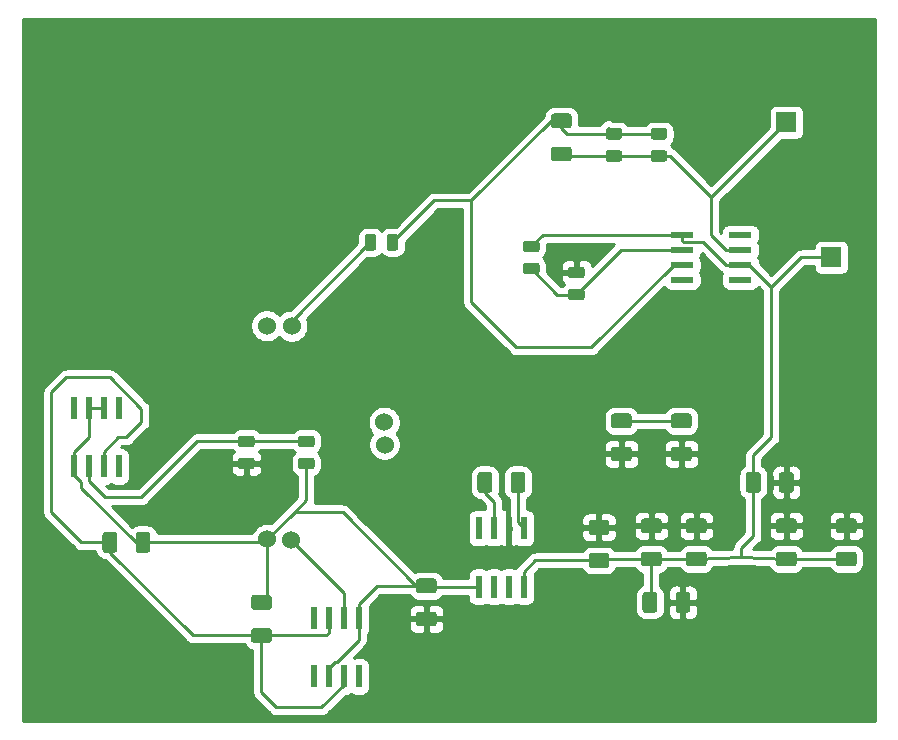
<source format=gbr>
G04 #@! TF.GenerationSoftware,KiCad,Pcbnew,(5.1.5-0-10_14)*
G04 #@! TF.CreationDate,2020-05-22T11:47:55+02:00*
G04 #@! TF.ProjectId,version2,76657273-696f-46e3-922e-6b696361645f,rev?*
G04 #@! TF.SameCoordinates,Original*
G04 #@! TF.FileFunction,Copper,L2,Bot*
G04 #@! TF.FilePolarity,Positive*
%FSLAX46Y46*%
G04 Gerber Fmt 4.6, Leading zero omitted, Abs format (unit mm)*
G04 Created by KiCad (PCBNEW (5.1.5-0-10_14)) date 2020-05-22 11:47:55*
%MOMM*%
%LPD*%
G04 APERTURE LIST*
%ADD10C,1.524000*%
%ADD11R,0.590000X1.970000*%
%ADD12R,1.700000X1.700000*%
%ADD13C,0.100000*%
%ADD14R,1.981200X0.558800*%
%ADD15R,0.558800X1.981200*%
%ADD16C,0.250000*%
%ADD17C,0.254000*%
G04 APERTURE END LIST*
D10*
X82590640Y-66776600D03*
X90413840Y-74914760D03*
X90444320Y-76814680D03*
X82519520Y-84861400D03*
X80523080Y-84825840D03*
X80467200Y-66746120D03*
D11*
X98425000Y-83885000D03*
X99695000Y-83885000D03*
X100965000Y-83885000D03*
X102235000Y-83885000D03*
X102235000Y-88835000D03*
X100965000Y-88835000D03*
X99695000Y-88835000D03*
X98425000Y-88835000D03*
D12*
X128270000Y-60960000D03*
G04 #@! TA.AperFunction,SMDPad,CuDef*
D13*
G36*
X102129504Y-79136204D02*
G01*
X102153773Y-79139804D01*
X102177571Y-79145765D01*
X102200671Y-79154030D01*
X102222849Y-79164520D01*
X102243893Y-79177133D01*
X102263598Y-79191747D01*
X102281777Y-79208223D01*
X102298253Y-79226402D01*
X102312867Y-79246107D01*
X102325480Y-79267151D01*
X102335970Y-79289329D01*
X102344235Y-79312429D01*
X102350196Y-79336227D01*
X102353796Y-79360496D01*
X102355000Y-79385000D01*
X102355000Y-80635000D01*
X102353796Y-80659504D01*
X102350196Y-80683773D01*
X102344235Y-80707571D01*
X102335970Y-80730671D01*
X102325480Y-80752849D01*
X102312867Y-80773893D01*
X102298253Y-80793598D01*
X102281777Y-80811777D01*
X102263598Y-80828253D01*
X102243893Y-80842867D01*
X102222849Y-80855480D01*
X102200671Y-80865970D01*
X102177571Y-80874235D01*
X102153773Y-80880196D01*
X102129504Y-80883796D01*
X102105000Y-80885000D01*
X101355000Y-80885000D01*
X101330496Y-80883796D01*
X101306227Y-80880196D01*
X101282429Y-80874235D01*
X101259329Y-80865970D01*
X101237151Y-80855480D01*
X101216107Y-80842867D01*
X101196402Y-80828253D01*
X101178223Y-80811777D01*
X101161747Y-80793598D01*
X101147133Y-80773893D01*
X101134520Y-80752849D01*
X101124030Y-80730671D01*
X101115765Y-80707571D01*
X101109804Y-80683773D01*
X101106204Y-80659504D01*
X101105000Y-80635000D01*
X101105000Y-79385000D01*
X101106204Y-79360496D01*
X101109804Y-79336227D01*
X101115765Y-79312429D01*
X101124030Y-79289329D01*
X101134520Y-79267151D01*
X101147133Y-79246107D01*
X101161747Y-79226402D01*
X101178223Y-79208223D01*
X101196402Y-79191747D01*
X101216107Y-79177133D01*
X101237151Y-79164520D01*
X101259329Y-79154030D01*
X101282429Y-79145765D01*
X101306227Y-79139804D01*
X101330496Y-79136204D01*
X101355000Y-79135000D01*
X102105000Y-79135000D01*
X102129504Y-79136204D01*
G37*
G04 #@! TD.AperFunction*
G04 #@! TA.AperFunction,SMDPad,CuDef*
G36*
X99329504Y-79136204D02*
G01*
X99353773Y-79139804D01*
X99377571Y-79145765D01*
X99400671Y-79154030D01*
X99422849Y-79164520D01*
X99443893Y-79177133D01*
X99463598Y-79191747D01*
X99481777Y-79208223D01*
X99498253Y-79226402D01*
X99512867Y-79246107D01*
X99525480Y-79267151D01*
X99535970Y-79289329D01*
X99544235Y-79312429D01*
X99550196Y-79336227D01*
X99553796Y-79360496D01*
X99555000Y-79385000D01*
X99555000Y-80635000D01*
X99553796Y-80659504D01*
X99550196Y-80683773D01*
X99544235Y-80707571D01*
X99535970Y-80730671D01*
X99525480Y-80752849D01*
X99512867Y-80773893D01*
X99498253Y-80793598D01*
X99481777Y-80811777D01*
X99463598Y-80828253D01*
X99443893Y-80842867D01*
X99422849Y-80855480D01*
X99400671Y-80865970D01*
X99377571Y-80874235D01*
X99353773Y-80880196D01*
X99329504Y-80883796D01*
X99305000Y-80885000D01*
X98555000Y-80885000D01*
X98530496Y-80883796D01*
X98506227Y-80880196D01*
X98482429Y-80874235D01*
X98459329Y-80865970D01*
X98437151Y-80855480D01*
X98416107Y-80842867D01*
X98396402Y-80828253D01*
X98378223Y-80811777D01*
X98361747Y-80793598D01*
X98347133Y-80773893D01*
X98334520Y-80752849D01*
X98324030Y-80730671D01*
X98315765Y-80707571D01*
X98309804Y-80683773D01*
X98306204Y-80659504D01*
X98305000Y-80635000D01*
X98305000Y-79385000D01*
X98306204Y-79360496D01*
X98309804Y-79336227D01*
X98315765Y-79312429D01*
X98324030Y-79289329D01*
X98334520Y-79267151D01*
X98347133Y-79246107D01*
X98361747Y-79226402D01*
X98378223Y-79208223D01*
X98396402Y-79191747D01*
X98416107Y-79177133D01*
X98437151Y-79164520D01*
X98459329Y-79154030D01*
X98482429Y-79145765D01*
X98506227Y-79139804D01*
X98530496Y-79136204D01*
X98555000Y-79135000D01*
X99305000Y-79135000D01*
X99329504Y-79136204D01*
G37*
G04 #@! TD.AperFunction*
G04 #@! TA.AperFunction,SMDPad,CuDef*
G36*
X111139504Y-76976204D02*
G01*
X111163773Y-76979804D01*
X111187571Y-76985765D01*
X111210671Y-76994030D01*
X111232849Y-77004520D01*
X111253893Y-77017133D01*
X111273598Y-77031747D01*
X111291777Y-77048223D01*
X111308253Y-77066402D01*
X111322867Y-77086107D01*
X111335480Y-77107151D01*
X111345970Y-77129329D01*
X111354235Y-77152429D01*
X111360196Y-77176227D01*
X111363796Y-77200496D01*
X111365000Y-77225000D01*
X111365000Y-77975000D01*
X111363796Y-77999504D01*
X111360196Y-78023773D01*
X111354235Y-78047571D01*
X111345970Y-78070671D01*
X111335480Y-78092849D01*
X111322867Y-78113893D01*
X111308253Y-78133598D01*
X111291777Y-78151777D01*
X111273598Y-78168253D01*
X111253893Y-78182867D01*
X111232849Y-78195480D01*
X111210671Y-78205970D01*
X111187571Y-78214235D01*
X111163773Y-78220196D01*
X111139504Y-78223796D01*
X111115000Y-78225000D01*
X109865000Y-78225000D01*
X109840496Y-78223796D01*
X109816227Y-78220196D01*
X109792429Y-78214235D01*
X109769329Y-78205970D01*
X109747151Y-78195480D01*
X109726107Y-78182867D01*
X109706402Y-78168253D01*
X109688223Y-78151777D01*
X109671747Y-78133598D01*
X109657133Y-78113893D01*
X109644520Y-78092849D01*
X109634030Y-78070671D01*
X109625765Y-78047571D01*
X109619804Y-78023773D01*
X109616204Y-77999504D01*
X109615000Y-77975000D01*
X109615000Y-77225000D01*
X109616204Y-77200496D01*
X109619804Y-77176227D01*
X109625765Y-77152429D01*
X109634030Y-77129329D01*
X109644520Y-77107151D01*
X109657133Y-77086107D01*
X109671747Y-77066402D01*
X109688223Y-77048223D01*
X109706402Y-77031747D01*
X109726107Y-77017133D01*
X109747151Y-77004520D01*
X109769329Y-76994030D01*
X109792429Y-76985765D01*
X109816227Y-76979804D01*
X109840496Y-76976204D01*
X109865000Y-76975000D01*
X111115000Y-76975000D01*
X111139504Y-76976204D01*
G37*
G04 #@! TD.AperFunction*
G04 #@! TA.AperFunction,SMDPad,CuDef*
G36*
X111139504Y-74176204D02*
G01*
X111163773Y-74179804D01*
X111187571Y-74185765D01*
X111210671Y-74194030D01*
X111232849Y-74204520D01*
X111253893Y-74217133D01*
X111273598Y-74231747D01*
X111291777Y-74248223D01*
X111308253Y-74266402D01*
X111322867Y-74286107D01*
X111335480Y-74307151D01*
X111345970Y-74329329D01*
X111354235Y-74352429D01*
X111360196Y-74376227D01*
X111363796Y-74400496D01*
X111365000Y-74425000D01*
X111365000Y-75175000D01*
X111363796Y-75199504D01*
X111360196Y-75223773D01*
X111354235Y-75247571D01*
X111345970Y-75270671D01*
X111335480Y-75292849D01*
X111322867Y-75313893D01*
X111308253Y-75333598D01*
X111291777Y-75351777D01*
X111273598Y-75368253D01*
X111253893Y-75382867D01*
X111232849Y-75395480D01*
X111210671Y-75405970D01*
X111187571Y-75414235D01*
X111163773Y-75420196D01*
X111139504Y-75423796D01*
X111115000Y-75425000D01*
X109865000Y-75425000D01*
X109840496Y-75423796D01*
X109816227Y-75420196D01*
X109792429Y-75414235D01*
X109769329Y-75405970D01*
X109747151Y-75395480D01*
X109726107Y-75382867D01*
X109706402Y-75368253D01*
X109688223Y-75351777D01*
X109671747Y-75333598D01*
X109657133Y-75313893D01*
X109644520Y-75292849D01*
X109634030Y-75270671D01*
X109625765Y-75247571D01*
X109619804Y-75223773D01*
X109616204Y-75199504D01*
X109615000Y-75175000D01*
X109615000Y-74425000D01*
X109616204Y-74400496D01*
X109619804Y-74376227D01*
X109625765Y-74352429D01*
X109634030Y-74329329D01*
X109644520Y-74307151D01*
X109657133Y-74286107D01*
X109671747Y-74266402D01*
X109688223Y-74248223D01*
X109706402Y-74231747D01*
X109726107Y-74217133D01*
X109747151Y-74204520D01*
X109769329Y-74194030D01*
X109792429Y-74185765D01*
X109816227Y-74179804D01*
X109840496Y-74176204D01*
X109865000Y-74175000D01*
X111115000Y-74175000D01*
X111139504Y-74176204D01*
G37*
G04 #@! TD.AperFunction*
G04 #@! TA.AperFunction,SMDPad,CuDef*
G36*
X94629504Y-90946204D02*
G01*
X94653773Y-90949804D01*
X94677571Y-90955765D01*
X94700671Y-90964030D01*
X94722849Y-90974520D01*
X94743893Y-90987133D01*
X94763598Y-91001747D01*
X94781777Y-91018223D01*
X94798253Y-91036402D01*
X94812867Y-91056107D01*
X94825480Y-91077151D01*
X94835970Y-91099329D01*
X94844235Y-91122429D01*
X94850196Y-91146227D01*
X94853796Y-91170496D01*
X94855000Y-91195000D01*
X94855000Y-91945000D01*
X94853796Y-91969504D01*
X94850196Y-91993773D01*
X94844235Y-92017571D01*
X94835970Y-92040671D01*
X94825480Y-92062849D01*
X94812867Y-92083893D01*
X94798253Y-92103598D01*
X94781777Y-92121777D01*
X94763598Y-92138253D01*
X94743893Y-92152867D01*
X94722849Y-92165480D01*
X94700671Y-92175970D01*
X94677571Y-92184235D01*
X94653773Y-92190196D01*
X94629504Y-92193796D01*
X94605000Y-92195000D01*
X93355000Y-92195000D01*
X93330496Y-92193796D01*
X93306227Y-92190196D01*
X93282429Y-92184235D01*
X93259329Y-92175970D01*
X93237151Y-92165480D01*
X93216107Y-92152867D01*
X93196402Y-92138253D01*
X93178223Y-92121777D01*
X93161747Y-92103598D01*
X93147133Y-92083893D01*
X93134520Y-92062849D01*
X93124030Y-92040671D01*
X93115765Y-92017571D01*
X93109804Y-91993773D01*
X93106204Y-91969504D01*
X93105000Y-91945000D01*
X93105000Y-91195000D01*
X93106204Y-91170496D01*
X93109804Y-91146227D01*
X93115765Y-91122429D01*
X93124030Y-91099329D01*
X93134520Y-91077151D01*
X93147133Y-91056107D01*
X93161747Y-91036402D01*
X93178223Y-91018223D01*
X93196402Y-91001747D01*
X93216107Y-90987133D01*
X93237151Y-90974520D01*
X93259329Y-90964030D01*
X93282429Y-90955765D01*
X93306227Y-90949804D01*
X93330496Y-90946204D01*
X93355000Y-90945000D01*
X94605000Y-90945000D01*
X94629504Y-90946204D01*
G37*
G04 #@! TD.AperFunction*
G04 #@! TA.AperFunction,SMDPad,CuDef*
G36*
X94629504Y-88146204D02*
G01*
X94653773Y-88149804D01*
X94677571Y-88155765D01*
X94700671Y-88164030D01*
X94722849Y-88174520D01*
X94743893Y-88187133D01*
X94763598Y-88201747D01*
X94781777Y-88218223D01*
X94798253Y-88236402D01*
X94812867Y-88256107D01*
X94825480Y-88277151D01*
X94835970Y-88299329D01*
X94844235Y-88322429D01*
X94850196Y-88346227D01*
X94853796Y-88370496D01*
X94855000Y-88395000D01*
X94855000Y-89145000D01*
X94853796Y-89169504D01*
X94850196Y-89193773D01*
X94844235Y-89217571D01*
X94835970Y-89240671D01*
X94825480Y-89262849D01*
X94812867Y-89283893D01*
X94798253Y-89303598D01*
X94781777Y-89321777D01*
X94763598Y-89338253D01*
X94743893Y-89352867D01*
X94722849Y-89365480D01*
X94700671Y-89375970D01*
X94677571Y-89384235D01*
X94653773Y-89390196D01*
X94629504Y-89393796D01*
X94605000Y-89395000D01*
X93355000Y-89395000D01*
X93330496Y-89393796D01*
X93306227Y-89390196D01*
X93282429Y-89384235D01*
X93259329Y-89375970D01*
X93237151Y-89365480D01*
X93216107Y-89352867D01*
X93196402Y-89338253D01*
X93178223Y-89321777D01*
X93161747Y-89303598D01*
X93147133Y-89283893D01*
X93134520Y-89262849D01*
X93124030Y-89240671D01*
X93115765Y-89217571D01*
X93109804Y-89193773D01*
X93106204Y-89169504D01*
X93105000Y-89145000D01*
X93105000Y-88395000D01*
X93106204Y-88370496D01*
X93109804Y-88346227D01*
X93115765Y-88322429D01*
X93124030Y-88299329D01*
X93134520Y-88277151D01*
X93147133Y-88256107D01*
X93161747Y-88236402D01*
X93178223Y-88218223D01*
X93196402Y-88201747D01*
X93216107Y-88187133D01*
X93237151Y-88174520D01*
X93259329Y-88164030D01*
X93282429Y-88155765D01*
X93306227Y-88149804D01*
X93330496Y-88146204D01*
X93355000Y-88145000D01*
X94605000Y-88145000D01*
X94629504Y-88146204D01*
G37*
G04 #@! TD.AperFunction*
G04 #@! TA.AperFunction,SMDPad,CuDef*
G36*
X114145142Y-51886174D02*
G01*
X114168803Y-51889684D01*
X114192007Y-51895496D01*
X114214529Y-51903554D01*
X114236153Y-51913782D01*
X114256670Y-51926079D01*
X114275883Y-51940329D01*
X114293607Y-51956393D01*
X114309671Y-51974117D01*
X114323921Y-51993330D01*
X114336218Y-52013847D01*
X114346446Y-52035471D01*
X114354504Y-52057993D01*
X114360316Y-52081197D01*
X114363826Y-52104858D01*
X114365000Y-52128750D01*
X114365000Y-52616250D01*
X114363826Y-52640142D01*
X114360316Y-52663803D01*
X114354504Y-52687007D01*
X114346446Y-52709529D01*
X114336218Y-52731153D01*
X114323921Y-52751670D01*
X114309671Y-52770883D01*
X114293607Y-52788607D01*
X114275883Y-52804671D01*
X114256670Y-52818921D01*
X114236153Y-52831218D01*
X114214529Y-52841446D01*
X114192007Y-52849504D01*
X114168803Y-52855316D01*
X114145142Y-52858826D01*
X114121250Y-52860000D01*
X113208750Y-52860000D01*
X113184858Y-52858826D01*
X113161197Y-52855316D01*
X113137993Y-52849504D01*
X113115471Y-52841446D01*
X113093847Y-52831218D01*
X113073330Y-52818921D01*
X113054117Y-52804671D01*
X113036393Y-52788607D01*
X113020329Y-52770883D01*
X113006079Y-52751670D01*
X112993782Y-52731153D01*
X112983554Y-52709529D01*
X112975496Y-52687007D01*
X112969684Y-52663803D01*
X112966174Y-52640142D01*
X112965000Y-52616250D01*
X112965000Y-52128750D01*
X112966174Y-52104858D01*
X112969684Y-52081197D01*
X112975496Y-52057993D01*
X112983554Y-52035471D01*
X112993782Y-52013847D01*
X113006079Y-51993330D01*
X113020329Y-51974117D01*
X113036393Y-51956393D01*
X113054117Y-51940329D01*
X113073330Y-51926079D01*
X113093847Y-51913782D01*
X113115471Y-51903554D01*
X113137993Y-51895496D01*
X113161197Y-51889684D01*
X113184858Y-51886174D01*
X113208750Y-51885000D01*
X114121250Y-51885000D01*
X114145142Y-51886174D01*
G37*
G04 #@! TD.AperFunction*
G04 #@! TA.AperFunction,SMDPad,CuDef*
G36*
X114145142Y-50011174D02*
G01*
X114168803Y-50014684D01*
X114192007Y-50020496D01*
X114214529Y-50028554D01*
X114236153Y-50038782D01*
X114256670Y-50051079D01*
X114275883Y-50065329D01*
X114293607Y-50081393D01*
X114309671Y-50099117D01*
X114323921Y-50118330D01*
X114336218Y-50138847D01*
X114346446Y-50160471D01*
X114354504Y-50182993D01*
X114360316Y-50206197D01*
X114363826Y-50229858D01*
X114365000Y-50253750D01*
X114365000Y-50741250D01*
X114363826Y-50765142D01*
X114360316Y-50788803D01*
X114354504Y-50812007D01*
X114346446Y-50834529D01*
X114336218Y-50856153D01*
X114323921Y-50876670D01*
X114309671Y-50895883D01*
X114293607Y-50913607D01*
X114275883Y-50929671D01*
X114256670Y-50943921D01*
X114236153Y-50956218D01*
X114214529Y-50966446D01*
X114192007Y-50974504D01*
X114168803Y-50980316D01*
X114145142Y-50983826D01*
X114121250Y-50985000D01*
X113208750Y-50985000D01*
X113184858Y-50983826D01*
X113161197Y-50980316D01*
X113137993Y-50974504D01*
X113115471Y-50966446D01*
X113093847Y-50956218D01*
X113073330Y-50943921D01*
X113054117Y-50929671D01*
X113036393Y-50913607D01*
X113020329Y-50895883D01*
X113006079Y-50876670D01*
X112993782Y-50856153D01*
X112983554Y-50834529D01*
X112975496Y-50812007D01*
X112969684Y-50788803D01*
X112966174Y-50765142D01*
X112965000Y-50741250D01*
X112965000Y-50253750D01*
X112966174Y-50229858D01*
X112969684Y-50206197D01*
X112975496Y-50182993D01*
X112983554Y-50160471D01*
X112993782Y-50138847D01*
X113006079Y-50118330D01*
X113020329Y-50099117D01*
X113036393Y-50081393D01*
X113054117Y-50065329D01*
X113073330Y-50051079D01*
X113093847Y-50038782D01*
X113115471Y-50028554D01*
X113137993Y-50020496D01*
X113161197Y-50014684D01*
X113184858Y-50011174D01*
X113208750Y-50010000D01*
X114121250Y-50010000D01*
X114145142Y-50011174D01*
G37*
G04 #@! TD.AperFunction*
G04 #@! TA.AperFunction,SMDPad,CuDef*
G36*
X116219504Y-76976204D02*
G01*
X116243773Y-76979804D01*
X116267571Y-76985765D01*
X116290671Y-76994030D01*
X116312849Y-77004520D01*
X116333893Y-77017133D01*
X116353598Y-77031747D01*
X116371777Y-77048223D01*
X116388253Y-77066402D01*
X116402867Y-77086107D01*
X116415480Y-77107151D01*
X116425970Y-77129329D01*
X116434235Y-77152429D01*
X116440196Y-77176227D01*
X116443796Y-77200496D01*
X116445000Y-77225000D01*
X116445000Y-77975000D01*
X116443796Y-77999504D01*
X116440196Y-78023773D01*
X116434235Y-78047571D01*
X116425970Y-78070671D01*
X116415480Y-78092849D01*
X116402867Y-78113893D01*
X116388253Y-78133598D01*
X116371777Y-78151777D01*
X116353598Y-78168253D01*
X116333893Y-78182867D01*
X116312849Y-78195480D01*
X116290671Y-78205970D01*
X116267571Y-78214235D01*
X116243773Y-78220196D01*
X116219504Y-78223796D01*
X116195000Y-78225000D01*
X114945000Y-78225000D01*
X114920496Y-78223796D01*
X114896227Y-78220196D01*
X114872429Y-78214235D01*
X114849329Y-78205970D01*
X114827151Y-78195480D01*
X114806107Y-78182867D01*
X114786402Y-78168253D01*
X114768223Y-78151777D01*
X114751747Y-78133598D01*
X114737133Y-78113893D01*
X114724520Y-78092849D01*
X114714030Y-78070671D01*
X114705765Y-78047571D01*
X114699804Y-78023773D01*
X114696204Y-77999504D01*
X114695000Y-77975000D01*
X114695000Y-77225000D01*
X114696204Y-77200496D01*
X114699804Y-77176227D01*
X114705765Y-77152429D01*
X114714030Y-77129329D01*
X114724520Y-77107151D01*
X114737133Y-77086107D01*
X114751747Y-77066402D01*
X114768223Y-77048223D01*
X114786402Y-77031747D01*
X114806107Y-77017133D01*
X114827151Y-77004520D01*
X114849329Y-76994030D01*
X114872429Y-76985765D01*
X114896227Y-76979804D01*
X114920496Y-76976204D01*
X114945000Y-76975000D01*
X116195000Y-76975000D01*
X116219504Y-76976204D01*
G37*
G04 #@! TD.AperFunction*
G04 #@! TA.AperFunction,SMDPad,CuDef*
G36*
X116219504Y-74176204D02*
G01*
X116243773Y-74179804D01*
X116267571Y-74185765D01*
X116290671Y-74194030D01*
X116312849Y-74204520D01*
X116333893Y-74217133D01*
X116353598Y-74231747D01*
X116371777Y-74248223D01*
X116388253Y-74266402D01*
X116402867Y-74286107D01*
X116415480Y-74307151D01*
X116425970Y-74329329D01*
X116434235Y-74352429D01*
X116440196Y-74376227D01*
X116443796Y-74400496D01*
X116445000Y-74425000D01*
X116445000Y-75175000D01*
X116443796Y-75199504D01*
X116440196Y-75223773D01*
X116434235Y-75247571D01*
X116425970Y-75270671D01*
X116415480Y-75292849D01*
X116402867Y-75313893D01*
X116388253Y-75333598D01*
X116371777Y-75351777D01*
X116353598Y-75368253D01*
X116333893Y-75382867D01*
X116312849Y-75395480D01*
X116290671Y-75405970D01*
X116267571Y-75414235D01*
X116243773Y-75420196D01*
X116219504Y-75423796D01*
X116195000Y-75425000D01*
X114945000Y-75425000D01*
X114920496Y-75423796D01*
X114896227Y-75420196D01*
X114872429Y-75414235D01*
X114849329Y-75405970D01*
X114827151Y-75395480D01*
X114806107Y-75382867D01*
X114786402Y-75368253D01*
X114768223Y-75351777D01*
X114751747Y-75333598D01*
X114737133Y-75313893D01*
X114724520Y-75292849D01*
X114714030Y-75270671D01*
X114705765Y-75247571D01*
X114699804Y-75223773D01*
X114696204Y-75199504D01*
X114695000Y-75175000D01*
X114695000Y-74425000D01*
X114696204Y-74400496D01*
X114699804Y-74376227D01*
X114705765Y-74352429D01*
X114714030Y-74329329D01*
X114724520Y-74307151D01*
X114737133Y-74286107D01*
X114751747Y-74266402D01*
X114768223Y-74248223D01*
X114786402Y-74231747D01*
X114806107Y-74217133D01*
X114827151Y-74204520D01*
X114849329Y-74194030D01*
X114872429Y-74185765D01*
X114896227Y-74179804D01*
X114920496Y-74176204D01*
X114945000Y-74175000D01*
X116195000Y-74175000D01*
X116219504Y-74176204D01*
G37*
G04 #@! TD.AperFunction*
G04 #@! TA.AperFunction,SMDPad,CuDef*
G36*
X109234504Y-83196204D02*
G01*
X109258773Y-83199804D01*
X109282571Y-83205765D01*
X109305671Y-83214030D01*
X109327849Y-83224520D01*
X109348893Y-83237133D01*
X109368598Y-83251747D01*
X109386777Y-83268223D01*
X109403253Y-83286402D01*
X109417867Y-83306107D01*
X109430480Y-83327151D01*
X109440970Y-83349329D01*
X109449235Y-83372429D01*
X109455196Y-83396227D01*
X109458796Y-83420496D01*
X109460000Y-83445000D01*
X109460000Y-84195000D01*
X109458796Y-84219504D01*
X109455196Y-84243773D01*
X109449235Y-84267571D01*
X109440970Y-84290671D01*
X109430480Y-84312849D01*
X109417867Y-84333893D01*
X109403253Y-84353598D01*
X109386777Y-84371777D01*
X109368598Y-84388253D01*
X109348893Y-84402867D01*
X109327849Y-84415480D01*
X109305671Y-84425970D01*
X109282571Y-84434235D01*
X109258773Y-84440196D01*
X109234504Y-84443796D01*
X109210000Y-84445000D01*
X107960000Y-84445000D01*
X107935496Y-84443796D01*
X107911227Y-84440196D01*
X107887429Y-84434235D01*
X107864329Y-84425970D01*
X107842151Y-84415480D01*
X107821107Y-84402867D01*
X107801402Y-84388253D01*
X107783223Y-84371777D01*
X107766747Y-84353598D01*
X107752133Y-84333893D01*
X107739520Y-84312849D01*
X107729030Y-84290671D01*
X107720765Y-84267571D01*
X107714804Y-84243773D01*
X107711204Y-84219504D01*
X107710000Y-84195000D01*
X107710000Y-83445000D01*
X107711204Y-83420496D01*
X107714804Y-83396227D01*
X107720765Y-83372429D01*
X107729030Y-83349329D01*
X107739520Y-83327151D01*
X107752133Y-83306107D01*
X107766747Y-83286402D01*
X107783223Y-83268223D01*
X107801402Y-83251747D01*
X107821107Y-83237133D01*
X107842151Y-83224520D01*
X107864329Y-83214030D01*
X107887429Y-83205765D01*
X107911227Y-83199804D01*
X107935496Y-83196204D01*
X107960000Y-83195000D01*
X109210000Y-83195000D01*
X109234504Y-83196204D01*
G37*
G04 #@! TD.AperFunction*
G04 #@! TA.AperFunction,SMDPad,CuDef*
G36*
X109234504Y-85996204D02*
G01*
X109258773Y-85999804D01*
X109282571Y-86005765D01*
X109305671Y-86014030D01*
X109327849Y-86024520D01*
X109348893Y-86037133D01*
X109368598Y-86051747D01*
X109386777Y-86068223D01*
X109403253Y-86086402D01*
X109417867Y-86106107D01*
X109430480Y-86127151D01*
X109440970Y-86149329D01*
X109449235Y-86172429D01*
X109455196Y-86196227D01*
X109458796Y-86220496D01*
X109460000Y-86245000D01*
X109460000Y-86995000D01*
X109458796Y-87019504D01*
X109455196Y-87043773D01*
X109449235Y-87067571D01*
X109440970Y-87090671D01*
X109430480Y-87112849D01*
X109417867Y-87133893D01*
X109403253Y-87153598D01*
X109386777Y-87171777D01*
X109368598Y-87188253D01*
X109348893Y-87202867D01*
X109327849Y-87215480D01*
X109305671Y-87225970D01*
X109282571Y-87234235D01*
X109258773Y-87240196D01*
X109234504Y-87243796D01*
X109210000Y-87245000D01*
X107960000Y-87245000D01*
X107935496Y-87243796D01*
X107911227Y-87240196D01*
X107887429Y-87234235D01*
X107864329Y-87225970D01*
X107842151Y-87215480D01*
X107821107Y-87202867D01*
X107801402Y-87188253D01*
X107783223Y-87171777D01*
X107766747Y-87153598D01*
X107752133Y-87133893D01*
X107739520Y-87112849D01*
X107729030Y-87090671D01*
X107720765Y-87067571D01*
X107714804Y-87043773D01*
X107711204Y-87019504D01*
X107710000Y-86995000D01*
X107710000Y-86245000D01*
X107711204Y-86220496D01*
X107714804Y-86196227D01*
X107720765Y-86172429D01*
X107729030Y-86149329D01*
X107739520Y-86127151D01*
X107752133Y-86106107D01*
X107766747Y-86086402D01*
X107783223Y-86068223D01*
X107801402Y-86051747D01*
X107821107Y-86037133D01*
X107842151Y-86024520D01*
X107864329Y-86014030D01*
X107887429Y-86005765D01*
X107911227Y-85999804D01*
X107935496Y-85996204D01*
X107960000Y-85995000D01*
X109210000Y-85995000D01*
X109234504Y-85996204D01*
G37*
G04 #@! TD.AperFunction*
D14*
X120573800Y-62865000D03*
X120573800Y-61595000D03*
X120573800Y-60325000D03*
X120573800Y-59055000D03*
X115646200Y-59055000D03*
X115646200Y-60325000D03*
X115646200Y-61595000D03*
X115646200Y-62865000D03*
D15*
X84455000Y-96443800D03*
X85725000Y-96443800D03*
X86995000Y-96443800D03*
X88265000Y-96443800D03*
X88265000Y-91516200D03*
X86995000Y-91516200D03*
X85725000Y-91516200D03*
X84455000Y-91516200D03*
X67945000Y-73736200D03*
X66675000Y-73736200D03*
X65405000Y-73736200D03*
X64135000Y-73736200D03*
X64135000Y-78663800D03*
X65405000Y-78663800D03*
X66675000Y-78663800D03*
X67945000Y-78663800D03*
G04 #@! TA.AperFunction,SMDPad,CuDef*
D13*
G36*
X110335142Y-51886174D02*
G01*
X110358803Y-51889684D01*
X110382007Y-51895496D01*
X110404529Y-51903554D01*
X110426153Y-51913782D01*
X110446670Y-51926079D01*
X110465883Y-51940329D01*
X110483607Y-51956393D01*
X110499671Y-51974117D01*
X110513921Y-51993330D01*
X110526218Y-52013847D01*
X110536446Y-52035471D01*
X110544504Y-52057993D01*
X110550316Y-52081197D01*
X110553826Y-52104858D01*
X110555000Y-52128750D01*
X110555000Y-52616250D01*
X110553826Y-52640142D01*
X110550316Y-52663803D01*
X110544504Y-52687007D01*
X110536446Y-52709529D01*
X110526218Y-52731153D01*
X110513921Y-52751670D01*
X110499671Y-52770883D01*
X110483607Y-52788607D01*
X110465883Y-52804671D01*
X110446670Y-52818921D01*
X110426153Y-52831218D01*
X110404529Y-52841446D01*
X110382007Y-52849504D01*
X110358803Y-52855316D01*
X110335142Y-52858826D01*
X110311250Y-52860000D01*
X109398750Y-52860000D01*
X109374858Y-52858826D01*
X109351197Y-52855316D01*
X109327993Y-52849504D01*
X109305471Y-52841446D01*
X109283847Y-52831218D01*
X109263330Y-52818921D01*
X109244117Y-52804671D01*
X109226393Y-52788607D01*
X109210329Y-52770883D01*
X109196079Y-52751670D01*
X109183782Y-52731153D01*
X109173554Y-52709529D01*
X109165496Y-52687007D01*
X109159684Y-52663803D01*
X109156174Y-52640142D01*
X109155000Y-52616250D01*
X109155000Y-52128750D01*
X109156174Y-52104858D01*
X109159684Y-52081197D01*
X109165496Y-52057993D01*
X109173554Y-52035471D01*
X109183782Y-52013847D01*
X109196079Y-51993330D01*
X109210329Y-51974117D01*
X109226393Y-51956393D01*
X109244117Y-51940329D01*
X109263330Y-51926079D01*
X109283847Y-51913782D01*
X109305471Y-51903554D01*
X109327993Y-51895496D01*
X109351197Y-51889684D01*
X109374858Y-51886174D01*
X109398750Y-51885000D01*
X110311250Y-51885000D01*
X110335142Y-51886174D01*
G37*
G04 #@! TD.AperFunction*
G04 #@! TA.AperFunction,SMDPad,CuDef*
G36*
X110335142Y-50011174D02*
G01*
X110358803Y-50014684D01*
X110382007Y-50020496D01*
X110404529Y-50028554D01*
X110426153Y-50038782D01*
X110446670Y-50051079D01*
X110465883Y-50065329D01*
X110483607Y-50081393D01*
X110499671Y-50099117D01*
X110513921Y-50118330D01*
X110526218Y-50138847D01*
X110536446Y-50160471D01*
X110544504Y-50182993D01*
X110550316Y-50206197D01*
X110553826Y-50229858D01*
X110555000Y-50253750D01*
X110555000Y-50741250D01*
X110553826Y-50765142D01*
X110550316Y-50788803D01*
X110544504Y-50812007D01*
X110536446Y-50834529D01*
X110526218Y-50856153D01*
X110513921Y-50876670D01*
X110499671Y-50895883D01*
X110483607Y-50913607D01*
X110465883Y-50929671D01*
X110446670Y-50943921D01*
X110426153Y-50956218D01*
X110404529Y-50966446D01*
X110382007Y-50974504D01*
X110358803Y-50980316D01*
X110335142Y-50983826D01*
X110311250Y-50985000D01*
X109398750Y-50985000D01*
X109374858Y-50983826D01*
X109351197Y-50980316D01*
X109327993Y-50974504D01*
X109305471Y-50966446D01*
X109283847Y-50956218D01*
X109263330Y-50943921D01*
X109244117Y-50929671D01*
X109226393Y-50913607D01*
X109210329Y-50895883D01*
X109196079Y-50876670D01*
X109183782Y-50856153D01*
X109173554Y-50834529D01*
X109165496Y-50812007D01*
X109159684Y-50788803D01*
X109156174Y-50765142D01*
X109155000Y-50741250D01*
X109155000Y-50253750D01*
X109156174Y-50229858D01*
X109159684Y-50206197D01*
X109165496Y-50182993D01*
X109173554Y-50160471D01*
X109183782Y-50138847D01*
X109196079Y-50118330D01*
X109210329Y-50099117D01*
X109226393Y-50081393D01*
X109244117Y-50065329D01*
X109263330Y-50051079D01*
X109283847Y-50038782D01*
X109305471Y-50028554D01*
X109327993Y-50020496D01*
X109351197Y-50014684D01*
X109374858Y-50011174D01*
X109398750Y-50010000D01*
X110311250Y-50010000D01*
X110335142Y-50011174D01*
G37*
G04 #@! TD.AperFunction*
G04 #@! TA.AperFunction,SMDPad,CuDef*
G36*
X91375142Y-58991174D02*
G01*
X91398803Y-58994684D01*
X91422007Y-59000496D01*
X91444529Y-59008554D01*
X91466153Y-59018782D01*
X91486670Y-59031079D01*
X91505883Y-59045329D01*
X91523607Y-59061393D01*
X91539671Y-59079117D01*
X91553921Y-59098330D01*
X91566218Y-59118847D01*
X91576446Y-59140471D01*
X91584504Y-59162993D01*
X91590316Y-59186197D01*
X91593826Y-59209858D01*
X91595000Y-59233750D01*
X91595000Y-60146250D01*
X91593826Y-60170142D01*
X91590316Y-60193803D01*
X91584504Y-60217007D01*
X91576446Y-60239529D01*
X91566218Y-60261153D01*
X91553921Y-60281670D01*
X91539671Y-60300883D01*
X91523607Y-60318607D01*
X91505883Y-60334671D01*
X91486670Y-60348921D01*
X91466153Y-60361218D01*
X91444529Y-60371446D01*
X91422007Y-60379504D01*
X91398803Y-60385316D01*
X91375142Y-60388826D01*
X91351250Y-60390000D01*
X90863750Y-60390000D01*
X90839858Y-60388826D01*
X90816197Y-60385316D01*
X90792993Y-60379504D01*
X90770471Y-60371446D01*
X90748847Y-60361218D01*
X90728330Y-60348921D01*
X90709117Y-60334671D01*
X90691393Y-60318607D01*
X90675329Y-60300883D01*
X90661079Y-60281670D01*
X90648782Y-60261153D01*
X90638554Y-60239529D01*
X90630496Y-60217007D01*
X90624684Y-60193803D01*
X90621174Y-60170142D01*
X90620000Y-60146250D01*
X90620000Y-59233750D01*
X90621174Y-59209858D01*
X90624684Y-59186197D01*
X90630496Y-59162993D01*
X90638554Y-59140471D01*
X90648782Y-59118847D01*
X90661079Y-59098330D01*
X90675329Y-59079117D01*
X90691393Y-59061393D01*
X90709117Y-59045329D01*
X90728330Y-59031079D01*
X90748847Y-59018782D01*
X90770471Y-59008554D01*
X90792993Y-59000496D01*
X90816197Y-58994684D01*
X90839858Y-58991174D01*
X90863750Y-58990000D01*
X91351250Y-58990000D01*
X91375142Y-58991174D01*
G37*
G04 #@! TD.AperFunction*
G04 #@! TA.AperFunction,SMDPad,CuDef*
G36*
X89500142Y-58991174D02*
G01*
X89523803Y-58994684D01*
X89547007Y-59000496D01*
X89569529Y-59008554D01*
X89591153Y-59018782D01*
X89611670Y-59031079D01*
X89630883Y-59045329D01*
X89648607Y-59061393D01*
X89664671Y-59079117D01*
X89678921Y-59098330D01*
X89691218Y-59118847D01*
X89701446Y-59140471D01*
X89709504Y-59162993D01*
X89715316Y-59186197D01*
X89718826Y-59209858D01*
X89720000Y-59233750D01*
X89720000Y-60146250D01*
X89718826Y-60170142D01*
X89715316Y-60193803D01*
X89709504Y-60217007D01*
X89701446Y-60239529D01*
X89691218Y-60261153D01*
X89678921Y-60281670D01*
X89664671Y-60300883D01*
X89648607Y-60318607D01*
X89630883Y-60334671D01*
X89611670Y-60348921D01*
X89591153Y-60361218D01*
X89569529Y-60371446D01*
X89547007Y-60379504D01*
X89523803Y-60385316D01*
X89500142Y-60388826D01*
X89476250Y-60390000D01*
X88988750Y-60390000D01*
X88964858Y-60388826D01*
X88941197Y-60385316D01*
X88917993Y-60379504D01*
X88895471Y-60371446D01*
X88873847Y-60361218D01*
X88853330Y-60348921D01*
X88834117Y-60334671D01*
X88816393Y-60318607D01*
X88800329Y-60300883D01*
X88786079Y-60281670D01*
X88773782Y-60261153D01*
X88763554Y-60239529D01*
X88755496Y-60217007D01*
X88749684Y-60193803D01*
X88746174Y-60170142D01*
X88745000Y-60146250D01*
X88745000Y-59233750D01*
X88746174Y-59209858D01*
X88749684Y-59186197D01*
X88755496Y-59162993D01*
X88763554Y-59140471D01*
X88773782Y-59118847D01*
X88786079Y-59098330D01*
X88800329Y-59079117D01*
X88816393Y-59061393D01*
X88834117Y-59045329D01*
X88853330Y-59031079D01*
X88873847Y-59018782D01*
X88895471Y-59008554D01*
X88917993Y-59000496D01*
X88941197Y-58994684D01*
X88964858Y-58991174D01*
X88988750Y-58990000D01*
X89476250Y-58990000D01*
X89500142Y-58991174D01*
G37*
G04 #@! TD.AperFunction*
G04 #@! TA.AperFunction,SMDPad,CuDef*
G36*
X107160142Y-61743674D02*
G01*
X107183803Y-61747184D01*
X107207007Y-61752996D01*
X107229529Y-61761054D01*
X107251153Y-61771282D01*
X107271670Y-61783579D01*
X107290883Y-61797829D01*
X107308607Y-61813893D01*
X107324671Y-61831617D01*
X107338921Y-61850830D01*
X107351218Y-61871347D01*
X107361446Y-61892971D01*
X107369504Y-61915493D01*
X107375316Y-61938697D01*
X107378826Y-61962358D01*
X107380000Y-61986250D01*
X107380000Y-62473750D01*
X107378826Y-62497642D01*
X107375316Y-62521303D01*
X107369504Y-62544507D01*
X107361446Y-62567029D01*
X107351218Y-62588653D01*
X107338921Y-62609170D01*
X107324671Y-62628383D01*
X107308607Y-62646107D01*
X107290883Y-62662171D01*
X107271670Y-62676421D01*
X107251153Y-62688718D01*
X107229529Y-62698946D01*
X107207007Y-62707004D01*
X107183803Y-62712816D01*
X107160142Y-62716326D01*
X107136250Y-62717500D01*
X106223750Y-62717500D01*
X106199858Y-62716326D01*
X106176197Y-62712816D01*
X106152993Y-62707004D01*
X106130471Y-62698946D01*
X106108847Y-62688718D01*
X106088330Y-62676421D01*
X106069117Y-62662171D01*
X106051393Y-62646107D01*
X106035329Y-62628383D01*
X106021079Y-62609170D01*
X106008782Y-62588653D01*
X105998554Y-62567029D01*
X105990496Y-62544507D01*
X105984684Y-62521303D01*
X105981174Y-62497642D01*
X105980000Y-62473750D01*
X105980000Y-61986250D01*
X105981174Y-61962358D01*
X105984684Y-61938697D01*
X105990496Y-61915493D01*
X105998554Y-61892971D01*
X106008782Y-61871347D01*
X106021079Y-61850830D01*
X106035329Y-61831617D01*
X106051393Y-61813893D01*
X106069117Y-61797829D01*
X106088330Y-61783579D01*
X106108847Y-61771282D01*
X106130471Y-61761054D01*
X106152993Y-61752996D01*
X106176197Y-61747184D01*
X106199858Y-61743674D01*
X106223750Y-61742500D01*
X107136250Y-61742500D01*
X107160142Y-61743674D01*
G37*
G04 #@! TD.AperFunction*
G04 #@! TA.AperFunction,SMDPad,CuDef*
G36*
X107160142Y-63618674D02*
G01*
X107183803Y-63622184D01*
X107207007Y-63627996D01*
X107229529Y-63636054D01*
X107251153Y-63646282D01*
X107271670Y-63658579D01*
X107290883Y-63672829D01*
X107308607Y-63688893D01*
X107324671Y-63706617D01*
X107338921Y-63725830D01*
X107351218Y-63746347D01*
X107361446Y-63767971D01*
X107369504Y-63790493D01*
X107375316Y-63813697D01*
X107378826Y-63837358D01*
X107380000Y-63861250D01*
X107380000Y-64348750D01*
X107378826Y-64372642D01*
X107375316Y-64396303D01*
X107369504Y-64419507D01*
X107361446Y-64442029D01*
X107351218Y-64463653D01*
X107338921Y-64484170D01*
X107324671Y-64503383D01*
X107308607Y-64521107D01*
X107290883Y-64537171D01*
X107271670Y-64551421D01*
X107251153Y-64563718D01*
X107229529Y-64573946D01*
X107207007Y-64582004D01*
X107183803Y-64587816D01*
X107160142Y-64591326D01*
X107136250Y-64592500D01*
X106223750Y-64592500D01*
X106199858Y-64591326D01*
X106176197Y-64587816D01*
X106152993Y-64582004D01*
X106130471Y-64573946D01*
X106108847Y-64563718D01*
X106088330Y-64551421D01*
X106069117Y-64537171D01*
X106051393Y-64521107D01*
X106035329Y-64503383D01*
X106021079Y-64484170D01*
X106008782Y-64463653D01*
X105998554Y-64442029D01*
X105990496Y-64419507D01*
X105984684Y-64396303D01*
X105981174Y-64372642D01*
X105980000Y-64348750D01*
X105980000Y-63861250D01*
X105981174Y-63837358D01*
X105984684Y-63813697D01*
X105990496Y-63790493D01*
X105998554Y-63767971D01*
X106008782Y-63746347D01*
X106021079Y-63725830D01*
X106035329Y-63706617D01*
X106051393Y-63688893D01*
X106069117Y-63672829D01*
X106088330Y-63658579D01*
X106108847Y-63646282D01*
X106130471Y-63636054D01*
X106152993Y-63627996D01*
X106176197Y-63622184D01*
X106199858Y-63618674D01*
X106223750Y-63617500D01*
X107136250Y-63617500D01*
X107160142Y-63618674D01*
G37*
G04 #@! TD.AperFunction*
G04 #@! TA.AperFunction,SMDPad,CuDef*
G36*
X103350142Y-61411174D02*
G01*
X103373803Y-61414684D01*
X103397007Y-61420496D01*
X103419529Y-61428554D01*
X103441153Y-61438782D01*
X103461670Y-61451079D01*
X103480883Y-61465329D01*
X103498607Y-61481393D01*
X103514671Y-61499117D01*
X103528921Y-61518330D01*
X103541218Y-61538847D01*
X103551446Y-61560471D01*
X103559504Y-61582993D01*
X103565316Y-61606197D01*
X103568826Y-61629858D01*
X103570000Y-61653750D01*
X103570000Y-62141250D01*
X103568826Y-62165142D01*
X103565316Y-62188803D01*
X103559504Y-62212007D01*
X103551446Y-62234529D01*
X103541218Y-62256153D01*
X103528921Y-62276670D01*
X103514671Y-62295883D01*
X103498607Y-62313607D01*
X103480883Y-62329671D01*
X103461670Y-62343921D01*
X103441153Y-62356218D01*
X103419529Y-62366446D01*
X103397007Y-62374504D01*
X103373803Y-62380316D01*
X103350142Y-62383826D01*
X103326250Y-62385000D01*
X102413750Y-62385000D01*
X102389858Y-62383826D01*
X102366197Y-62380316D01*
X102342993Y-62374504D01*
X102320471Y-62366446D01*
X102298847Y-62356218D01*
X102278330Y-62343921D01*
X102259117Y-62329671D01*
X102241393Y-62313607D01*
X102225329Y-62295883D01*
X102211079Y-62276670D01*
X102198782Y-62256153D01*
X102188554Y-62234529D01*
X102180496Y-62212007D01*
X102174684Y-62188803D01*
X102171174Y-62165142D01*
X102170000Y-62141250D01*
X102170000Y-61653750D01*
X102171174Y-61629858D01*
X102174684Y-61606197D01*
X102180496Y-61582993D01*
X102188554Y-61560471D01*
X102198782Y-61538847D01*
X102211079Y-61518330D01*
X102225329Y-61499117D01*
X102241393Y-61481393D01*
X102259117Y-61465329D01*
X102278330Y-61451079D01*
X102298847Y-61438782D01*
X102320471Y-61428554D01*
X102342993Y-61420496D01*
X102366197Y-61414684D01*
X102389858Y-61411174D01*
X102413750Y-61410000D01*
X103326250Y-61410000D01*
X103350142Y-61411174D01*
G37*
G04 #@! TD.AperFunction*
G04 #@! TA.AperFunction,SMDPad,CuDef*
G36*
X103350142Y-59536174D02*
G01*
X103373803Y-59539684D01*
X103397007Y-59545496D01*
X103419529Y-59553554D01*
X103441153Y-59563782D01*
X103461670Y-59576079D01*
X103480883Y-59590329D01*
X103498607Y-59606393D01*
X103514671Y-59624117D01*
X103528921Y-59643330D01*
X103541218Y-59663847D01*
X103551446Y-59685471D01*
X103559504Y-59707993D01*
X103565316Y-59731197D01*
X103568826Y-59754858D01*
X103570000Y-59778750D01*
X103570000Y-60266250D01*
X103568826Y-60290142D01*
X103565316Y-60313803D01*
X103559504Y-60337007D01*
X103551446Y-60359529D01*
X103541218Y-60381153D01*
X103528921Y-60401670D01*
X103514671Y-60420883D01*
X103498607Y-60438607D01*
X103480883Y-60454671D01*
X103461670Y-60468921D01*
X103441153Y-60481218D01*
X103419529Y-60491446D01*
X103397007Y-60499504D01*
X103373803Y-60505316D01*
X103350142Y-60508826D01*
X103326250Y-60510000D01*
X102413750Y-60510000D01*
X102389858Y-60508826D01*
X102366197Y-60505316D01*
X102342993Y-60499504D01*
X102320471Y-60491446D01*
X102298847Y-60481218D01*
X102278330Y-60468921D01*
X102259117Y-60454671D01*
X102241393Y-60438607D01*
X102225329Y-60420883D01*
X102211079Y-60401670D01*
X102198782Y-60381153D01*
X102188554Y-60359529D01*
X102180496Y-60337007D01*
X102174684Y-60313803D01*
X102171174Y-60290142D01*
X102170000Y-60266250D01*
X102170000Y-59778750D01*
X102171174Y-59754858D01*
X102174684Y-59731197D01*
X102180496Y-59707993D01*
X102188554Y-59685471D01*
X102198782Y-59663847D01*
X102211079Y-59643330D01*
X102225329Y-59624117D01*
X102241393Y-59606393D01*
X102259117Y-59590329D01*
X102278330Y-59576079D01*
X102298847Y-59563782D01*
X102320471Y-59553554D01*
X102342993Y-59545496D01*
X102366197Y-59539684D01*
X102389858Y-59536174D01*
X102413750Y-59535000D01*
X103326250Y-59535000D01*
X103350142Y-59536174D01*
G37*
G04 #@! TD.AperFunction*
G04 #@! TA.AperFunction,SMDPad,CuDef*
G36*
X79220142Y-77921174D02*
G01*
X79243803Y-77924684D01*
X79267007Y-77930496D01*
X79289529Y-77938554D01*
X79311153Y-77948782D01*
X79331670Y-77961079D01*
X79350883Y-77975329D01*
X79368607Y-77991393D01*
X79384671Y-78009117D01*
X79398921Y-78028330D01*
X79411218Y-78048847D01*
X79421446Y-78070471D01*
X79429504Y-78092993D01*
X79435316Y-78116197D01*
X79438826Y-78139858D01*
X79440000Y-78163750D01*
X79440000Y-78651250D01*
X79438826Y-78675142D01*
X79435316Y-78698803D01*
X79429504Y-78722007D01*
X79421446Y-78744529D01*
X79411218Y-78766153D01*
X79398921Y-78786670D01*
X79384671Y-78805883D01*
X79368607Y-78823607D01*
X79350883Y-78839671D01*
X79331670Y-78853921D01*
X79311153Y-78866218D01*
X79289529Y-78876446D01*
X79267007Y-78884504D01*
X79243803Y-78890316D01*
X79220142Y-78893826D01*
X79196250Y-78895000D01*
X78283750Y-78895000D01*
X78259858Y-78893826D01*
X78236197Y-78890316D01*
X78212993Y-78884504D01*
X78190471Y-78876446D01*
X78168847Y-78866218D01*
X78148330Y-78853921D01*
X78129117Y-78839671D01*
X78111393Y-78823607D01*
X78095329Y-78805883D01*
X78081079Y-78786670D01*
X78068782Y-78766153D01*
X78058554Y-78744529D01*
X78050496Y-78722007D01*
X78044684Y-78698803D01*
X78041174Y-78675142D01*
X78040000Y-78651250D01*
X78040000Y-78163750D01*
X78041174Y-78139858D01*
X78044684Y-78116197D01*
X78050496Y-78092993D01*
X78058554Y-78070471D01*
X78068782Y-78048847D01*
X78081079Y-78028330D01*
X78095329Y-78009117D01*
X78111393Y-77991393D01*
X78129117Y-77975329D01*
X78148330Y-77961079D01*
X78168847Y-77948782D01*
X78190471Y-77938554D01*
X78212993Y-77930496D01*
X78236197Y-77924684D01*
X78259858Y-77921174D01*
X78283750Y-77920000D01*
X79196250Y-77920000D01*
X79220142Y-77921174D01*
G37*
G04 #@! TD.AperFunction*
G04 #@! TA.AperFunction,SMDPad,CuDef*
G36*
X79220142Y-76046174D02*
G01*
X79243803Y-76049684D01*
X79267007Y-76055496D01*
X79289529Y-76063554D01*
X79311153Y-76073782D01*
X79331670Y-76086079D01*
X79350883Y-76100329D01*
X79368607Y-76116393D01*
X79384671Y-76134117D01*
X79398921Y-76153330D01*
X79411218Y-76173847D01*
X79421446Y-76195471D01*
X79429504Y-76217993D01*
X79435316Y-76241197D01*
X79438826Y-76264858D01*
X79440000Y-76288750D01*
X79440000Y-76776250D01*
X79438826Y-76800142D01*
X79435316Y-76823803D01*
X79429504Y-76847007D01*
X79421446Y-76869529D01*
X79411218Y-76891153D01*
X79398921Y-76911670D01*
X79384671Y-76930883D01*
X79368607Y-76948607D01*
X79350883Y-76964671D01*
X79331670Y-76978921D01*
X79311153Y-76991218D01*
X79289529Y-77001446D01*
X79267007Y-77009504D01*
X79243803Y-77015316D01*
X79220142Y-77018826D01*
X79196250Y-77020000D01*
X78283750Y-77020000D01*
X78259858Y-77018826D01*
X78236197Y-77015316D01*
X78212993Y-77009504D01*
X78190471Y-77001446D01*
X78168847Y-76991218D01*
X78148330Y-76978921D01*
X78129117Y-76964671D01*
X78111393Y-76948607D01*
X78095329Y-76930883D01*
X78081079Y-76911670D01*
X78068782Y-76891153D01*
X78058554Y-76869529D01*
X78050496Y-76847007D01*
X78044684Y-76823803D01*
X78041174Y-76800142D01*
X78040000Y-76776250D01*
X78040000Y-76288750D01*
X78041174Y-76264858D01*
X78044684Y-76241197D01*
X78050496Y-76217993D01*
X78058554Y-76195471D01*
X78068782Y-76173847D01*
X78081079Y-76153330D01*
X78095329Y-76134117D01*
X78111393Y-76116393D01*
X78129117Y-76100329D01*
X78148330Y-76086079D01*
X78168847Y-76073782D01*
X78190471Y-76063554D01*
X78212993Y-76055496D01*
X78236197Y-76049684D01*
X78259858Y-76046174D01*
X78283750Y-76045000D01*
X79196250Y-76045000D01*
X79220142Y-76046174D01*
G37*
G04 #@! TD.AperFunction*
G04 #@! TA.AperFunction,SMDPad,CuDef*
G36*
X84300142Y-76046174D02*
G01*
X84323803Y-76049684D01*
X84347007Y-76055496D01*
X84369529Y-76063554D01*
X84391153Y-76073782D01*
X84411670Y-76086079D01*
X84430883Y-76100329D01*
X84448607Y-76116393D01*
X84464671Y-76134117D01*
X84478921Y-76153330D01*
X84491218Y-76173847D01*
X84501446Y-76195471D01*
X84509504Y-76217993D01*
X84515316Y-76241197D01*
X84518826Y-76264858D01*
X84520000Y-76288750D01*
X84520000Y-76776250D01*
X84518826Y-76800142D01*
X84515316Y-76823803D01*
X84509504Y-76847007D01*
X84501446Y-76869529D01*
X84491218Y-76891153D01*
X84478921Y-76911670D01*
X84464671Y-76930883D01*
X84448607Y-76948607D01*
X84430883Y-76964671D01*
X84411670Y-76978921D01*
X84391153Y-76991218D01*
X84369529Y-77001446D01*
X84347007Y-77009504D01*
X84323803Y-77015316D01*
X84300142Y-77018826D01*
X84276250Y-77020000D01*
X83363750Y-77020000D01*
X83339858Y-77018826D01*
X83316197Y-77015316D01*
X83292993Y-77009504D01*
X83270471Y-77001446D01*
X83248847Y-76991218D01*
X83228330Y-76978921D01*
X83209117Y-76964671D01*
X83191393Y-76948607D01*
X83175329Y-76930883D01*
X83161079Y-76911670D01*
X83148782Y-76891153D01*
X83138554Y-76869529D01*
X83130496Y-76847007D01*
X83124684Y-76823803D01*
X83121174Y-76800142D01*
X83120000Y-76776250D01*
X83120000Y-76288750D01*
X83121174Y-76264858D01*
X83124684Y-76241197D01*
X83130496Y-76217993D01*
X83138554Y-76195471D01*
X83148782Y-76173847D01*
X83161079Y-76153330D01*
X83175329Y-76134117D01*
X83191393Y-76116393D01*
X83209117Y-76100329D01*
X83228330Y-76086079D01*
X83248847Y-76073782D01*
X83270471Y-76063554D01*
X83292993Y-76055496D01*
X83316197Y-76049684D01*
X83339858Y-76046174D01*
X83363750Y-76045000D01*
X84276250Y-76045000D01*
X84300142Y-76046174D01*
G37*
G04 #@! TD.AperFunction*
G04 #@! TA.AperFunction,SMDPad,CuDef*
G36*
X84300142Y-77921174D02*
G01*
X84323803Y-77924684D01*
X84347007Y-77930496D01*
X84369529Y-77938554D01*
X84391153Y-77948782D01*
X84411670Y-77961079D01*
X84430883Y-77975329D01*
X84448607Y-77991393D01*
X84464671Y-78009117D01*
X84478921Y-78028330D01*
X84491218Y-78048847D01*
X84501446Y-78070471D01*
X84509504Y-78092993D01*
X84515316Y-78116197D01*
X84518826Y-78139858D01*
X84520000Y-78163750D01*
X84520000Y-78651250D01*
X84518826Y-78675142D01*
X84515316Y-78698803D01*
X84509504Y-78722007D01*
X84501446Y-78744529D01*
X84491218Y-78766153D01*
X84478921Y-78786670D01*
X84464671Y-78805883D01*
X84448607Y-78823607D01*
X84430883Y-78839671D01*
X84411670Y-78853921D01*
X84391153Y-78866218D01*
X84369529Y-78876446D01*
X84347007Y-78884504D01*
X84323803Y-78890316D01*
X84300142Y-78893826D01*
X84276250Y-78895000D01*
X83363750Y-78895000D01*
X83339858Y-78893826D01*
X83316197Y-78890316D01*
X83292993Y-78884504D01*
X83270471Y-78876446D01*
X83248847Y-78866218D01*
X83228330Y-78853921D01*
X83209117Y-78839671D01*
X83191393Y-78823607D01*
X83175329Y-78805883D01*
X83161079Y-78786670D01*
X83148782Y-78766153D01*
X83138554Y-78744529D01*
X83130496Y-78722007D01*
X83124684Y-78698803D01*
X83121174Y-78675142D01*
X83120000Y-78651250D01*
X83120000Y-78163750D01*
X83121174Y-78139858D01*
X83124684Y-78116197D01*
X83130496Y-78092993D01*
X83138554Y-78070471D01*
X83148782Y-78048847D01*
X83161079Y-78028330D01*
X83175329Y-78009117D01*
X83191393Y-77991393D01*
X83209117Y-77975329D01*
X83228330Y-77961079D01*
X83248847Y-77948782D01*
X83270471Y-77938554D01*
X83292993Y-77930496D01*
X83316197Y-77924684D01*
X83339858Y-77921174D01*
X83363750Y-77920000D01*
X84276250Y-77920000D01*
X84300142Y-77921174D01*
G37*
G04 #@! TD.AperFunction*
G04 #@! TA.AperFunction,SMDPad,CuDef*
G36*
X106059504Y-48776204D02*
G01*
X106083773Y-48779804D01*
X106107571Y-48785765D01*
X106130671Y-48794030D01*
X106152849Y-48804520D01*
X106173893Y-48817133D01*
X106193598Y-48831747D01*
X106211777Y-48848223D01*
X106228253Y-48866402D01*
X106242867Y-48886107D01*
X106255480Y-48907151D01*
X106265970Y-48929329D01*
X106274235Y-48952429D01*
X106280196Y-48976227D01*
X106283796Y-49000496D01*
X106285000Y-49025000D01*
X106285000Y-49775000D01*
X106283796Y-49799504D01*
X106280196Y-49823773D01*
X106274235Y-49847571D01*
X106265970Y-49870671D01*
X106255480Y-49892849D01*
X106242867Y-49913893D01*
X106228253Y-49933598D01*
X106211777Y-49951777D01*
X106193598Y-49968253D01*
X106173893Y-49982867D01*
X106152849Y-49995480D01*
X106130671Y-50005970D01*
X106107571Y-50014235D01*
X106083773Y-50020196D01*
X106059504Y-50023796D01*
X106035000Y-50025000D01*
X104785000Y-50025000D01*
X104760496Y-50023796D01*
X104736227Y-50020196D01*
X104712429Y-50014235D01*
X104689329Y-50005970D01*
X104667151Y-49995480D01*
X104646107Y-49982867D01*
X104626402Y-49968253D01*
X104608223Y-49951777D01*
X104591747Y-49933598D01*
X104577133Y-49913893D01*
X104564520Y-49892849D01*
X104554030Y-49870671D01*
X104545765Y-49847571D01*
X104539804Y-49823773D01*
X104536204Y-49799504D01*
X104535000Y-49775000D01*
X104535000Y-49025000D01*
X104536204Y-49000496D01*
X104539804Y-48976227D01*
X104545765Y-48952429D01*
X104554030Y-48929329D01*
X104564520Y-48907151D01*
X104577133Y-48886107D01*
X104591747Y-48866402D01*
X104608223Y-48848223D01*
X104626402Y-48831747D01*
X104646107Y-48817133D01*
X104667151Y-48804520D01*
X104689329Y-48794030D01*
X104712429Y-48785765D01*
X104736227Y-48779804D01*
X104760496Y-48776204D01*
X104785000Y-48775000D01*
X106035000Y-48775000D01*
X106059504Y-48776204D01*
G37*
G04 #@! TD.AperFunction*
G04 #@! TA.AperFunction,SMDPad,CuDef*
G36*
X106059504Y-51576204D02*
G01*
X106083773Y-51579804D01*
X106107571Y-51585765D01*
X106130671Y-51594030D01*
X106152849Y-51604520D01*
X106173893Y-51617133D01*
X106193598Y-51631747D01*
X106211777Y-51648223D01*
X106228253Y-51666402D01*
X106242867Y-51686107D01*
X106255480Y-51707151D01*
X106265970Y-51729329D01*
X106274235Y-51752429D01*
X106280196Y-51776227D01*
X106283796Y-51800496D01*
X106285000Y-51825000D01*
X106285000Y-52575000D01*
X106283796Y-52599504D01*
X106280196Y-52623773D01*
X106274235Y-52647571D01*
X106265970Y-52670671D01*
X106255480Y-52692849D01*
X106242867Y-52713893D01*
X106228253Y-52733598D01*
X106211777Y-52751777D01*
X106193598Y-52768253D01*
X106173893Y-52782867D01*
X106152849Y-52795480D01*
X106130671Y-52805970D01*
X106107571Y-52814235D01*
X106083773Y-52820196D01*
X106059504Y-52823796D01*
X106035000Y-52825000D01*
X104785000Y-52825000D01*
X104760496Y-52823796D01*
X104736227Y-52820196D01*
X104712429Y-52814235D01*
X104689329Y-52805970D01*
X104667151Y-52795480D01*
X104646107Y-52782867D01*
X104626402Y-52768253D01*
X104608223Y-52751777D01*
X104591747Y-52733598D01*
X104577133Y-52713893D01*
X104564520Y-52692849D01*
X104554030Y-52670671D01*
X104545765Y-52647571D01*
X104539804Y-52623773D01*
X104536204Y-52599504D01*
X104535000Y-52575000D01*
X104535000Y-51825000D01*
X104536204Y-51800496D01*
X104539804Y-51776227D01*
X104545765Y-51752429D01*
X104554030Y-51729329D01*
X104564520Y-51707151D01*
X104577133Y-51686107D01*
X104591747Y-51666402D01*
X104608223Y-51648223D01*
X104626402Y-51631747D01*
X104646107Y-51617133D01*
X104667151Y-51604520D01*
X104689329Y-51594030D01*
X104712429Y-51585765D01*
X104736227Y-51579804D01*
X104760496Y-51576204D01*
X104785000Y-51575000D01*
X106035000Y-51575000D01*
X106059504Y-51576204D01*
G37*
G04 #@! TD.AperFunction*
G04 #@! TA.AperFunction,SMDPad,CuDef*
G36*
X70379504Y-84216204D02*
G01*
X70403773Y-84219804D01*
X70427571Y-84225765D01*
X70450671Y-84234030D01*
X70472849Y-84244520D01*
X70493893Y-84257133D01*
X70513598Y-84271747D01*
X70531777Y-84288223D01*
X70548253Y-84306402D01*
X70562867Y-84326107D01*
X70575480Y-84347151D01*
X70585970Y-84369329D01*
X70594235Y-84392429D01*
X70600196Y-84416227D01*
X70603796Y-84440496D01*
X70605000Y-84465000D01*
X70605000Y-85715000D01*
X70603796Y-85739504D01*
X70600196Y-85763773D01*
X70594235Y-85787571D01*
X70585970Y-85810671D01*
X70575480Y-85832849D01*
X70562867Y-85853893D01*
X70548253Y-85873598D01*
X70531777Y-85891777D01*
X70513598Y-85908253D01*
X70493893Y-85922867D01*
X70472849Y-85935480D01*
X70450671Y-85945970D01*
X70427571Y-85954235D01*
X70403773Y-85960196D01*
X70379504Y-85963796D01*
X70355000Y-85965000D01*
X69605000Y-85965000D01*
X69580496Y-85963796D01*
X69556227Y-85960196D01*
X69532429Y-85954235D01*
X69509329Y-85945970D01*
X69487151Y-85935480D01*
X69466107Y-85922867D01*
X69446402Y-85908253D01*
X69428223Y-85891777D01*
X69411747Y-85873598D01*
X69397133Y-85853893D01*
X69384520Y-85832849D01*
X69374030Y-85810671D01*
X69365765Y-85787571D01*
X69359804Y-85763773D01*
X69356204Y-85739504D01*
X69355000Y-85715000D01*
X69355000Y-84465000D01*
X69356204Y-84440496D01*
X69359804Y-84416227D01*
X69365765Y-84392429D01*
X69374030Y-84369329D01*
X69384520Y-84347151D01*
X69397133Y-84326107D01*
X69411747Y-84306402D01*
X69428223Y-84288223D01*
X69446402Y-84271747D01*
X69466107Y-84257133D01*
X69487151Y-84244520D01*
X69509329Y-84234030D01*
X69532429Y-84225765D01*
X69556227Y-84219804D01*
X69580496Y-84216204D01*
X69605000Y-84215000D01*
X70355000Y-84215000D01*
X70379504Y-84216204D01*
G37*
G04 #@! TD.AperFunction*
G04 #@! TA.AperFunction,SMDPad,CuDef*
G36*
X67579504Y-84216204D02*
G01*
X67603773Y-84219804D01*
X67627571Y-84225765D01*
X67650671Y-84234030D01*
X67672849Y-84244520D01*
X67693893Y-84257133D01*
X67713598Y-84271747D01*
X67731777Y-84288223D01*
X67748253Y-84306402D01*
X67762867Y-84326107D01*
X67775480Y-84347151D01*
X67785970Y-84369329D01*
X67794235Y-84392429D01*
X67800196Y-84416227D01*
X67803796Y-84440496D01*
X67805000Y-84465000D01*
X67805000Y-85715000D01*
X67803796Y-85739504D01*
X67800196Y-85763773D01*
X67794235Y-85787571D01*
X67785970Y-85810671D01*
X67775480Y-85832849D01*
X67762867Y-85853893D01*
X67748253Y-85873598D01*
X67731777Y-85891777D01*
X67713598Y-85908253D01*
X67693893Y-85922867D01*
X67672849Y-85935480D01*
X67650671Y-85945970D01*
X67627571Y-85954235D01*
X67603773Y-85960196D01*
X67579504Y-85963796D01*
X67555000Y-85965000D01*
X66805000Y-85965000D01*
X66780496Y-85963796D01*
X66756227Y-85960196D01*
X66732429Y-85954235D01*
X66709329Y-85945970D01*
X66687151Y-85935480D01*
X66666107Y-85922867D01*
X66646402Y-85908253D01*
X66628223Y-85891777D01*
X66611747Y-85873598D01*
X66597133Y-85853893D01*
X66584520Y-85832849D01*
X66574030Y-85810671D01*
X66565765Y-85787571D01*
X66559804Y-85763773D01*
X66556204Y-85739504D01*
X66555000Y-85715000D01*
X66555000Y-84465000D01*
X66556204Y-84440496D01*
X66559804Y-84416227D01*
X66565765Y-84392429D01*
X66574030Y-84369329D01*
X66584520Y-84347151D01*
X66597133Y-84326107D01*
X66611747Y-84306402D01*
X66628223Y-84288223D01*
X66646402Y-84271747D01*
X66666107Y-84257133D01*
X66687151Y-84244520D01*
X66709329Y-84234030D01*
X66732429Y-84225765D01*
X66756227Y-84219804D01*
X66780496Y-84216204D01*
X66805000Y-84215000D01*
X67555000Y-84215000D01*
X67579504Y-84216204D01*
G37*
G04 #@! TD.AperFunction*
G04 #@! TA.AperFunction,SMDPad,CuDef*
G36*
X130189504Y-85866204D02*
G01*
X130213773Y-85869804D01*
X130237571Y-85875765D01*
X130260671Y-85884030D01*
X130282849Y-85894520D01*
X130303893Y-85907133D01*
X130323598Y-85921747D01*
X130341777Y-85938223D01*
X130358253Y-85956402D01*
X130372867Y-85976107D01*
X130385480Y-85997151D01*
X130395970Y-86019329D01*
X130404235Y-86042429D01*
X130410196Y-86066227D01*
X130413796Y-86090496D01*
X130415000Y-86115000D01*
X130415000Y-86865000D01*
X130413796Y-86889504D01*
X130410196Y-86913773D01*
X130404235Y-86937571D01*
X130395970Y-86960671D01*
X130385480Y-86982849D01*
X130372867Y-87003893D01*
X130358253Y-87023598D01*
X130341777Y-87041777D01*
X130323598Y-87058253D01*
X130303893Y-87072867D01*
X130282849Y-87085480D01*
X130260671Y-87095970D01*
X130237571Y-87104235D01*
X130213773Y-87110196D01*
X130189504Y-87113796D01*
X130165000Y-87115000D01*
X128915000Y-87115000D01*
X128890496Y-87113796D01*
X128866227Y-87110196D01*
X128842429Y-87104235D01*
X128819329Y-87095970D01*
X128797151Y-87085480D01*
X128776107Y-87072867D01*
X128756402Y-87058253D01*
X128738223Y-87041777D01*
X128721747Y-87023598D01*
X128707133Y-87003893D01*
X128694520Y-86982849D01*
X128684030Y-86960671D01*
X128675765Y-86937571D01*
X128669804Y-86913773D01*
X128666204Y-86889504D01*
X128665000Y-86865000D01*
X128665000Y-86115000D01*
X128666204Y-86090496D01*
X128669804Y-86066227D01*
X128675765Y-86042429D01*
X128684030Y-86019329D01*
X128694520Y-85997151D01*
X128707133Y-85976107D01*
X128721747Y-85956402D01*
X128738223Y-85938223D01*
X128756402Y-85921747D01*
X128776107Y-85907133D01*
X128797151Y-85894520D01*
X128819329Y-85884030D01*
X128842429Y-85875765D01*
X128866227Y-85869804D01*
X128890496Y-85866204D01*
X128915000Y-85865000D01*
X130165000Y-85865000D01*
X130189504Y-85866204D01*
G37*
G04 #@! TD.AperFunction*
G04 #@! TA.AperFunction,SMDPad,CuDef*
G36*
X130189504Y-83066204D02*
G01*
X130213773Y-83069804D01*
X130237571Y-83075765D01*
X130260671Y-83084030D01*
X130282849Y-83094520D01*
X130303893Y-83107133D01*
X130323598Y-83121747D01*
X130341777Y-83138223D01*
X130358253Y-83156402D01*
X130372867Y-83176107D01*
X130385480Y-83197151D01*
X130395970Y-83219329D01*
X130404235Y-83242429D01*
X130410196Y-83266227D01*
X130413796Y-83290496D01*
X130415000Y-83315000D01*
X130415000Y-84065000D01*
X130413796Y-84089504D01*
X130410196Y-84113773D01*
X130404235Y-84137571D01*
X130395970Y-84160671D01*
X130385480Y-84182849D01*
X130372867Y-84203893D01*
X130358253Y-84223598D01*
X130341777Y-84241777D01*
X130323598Y-84258253D01*
X130303893Y-84272867D01*
X130282849Y-84285480D01*
X130260671Y-84295970D01*
X130237571Y-84304235D01*
X130213773Y-84310196D01*
X130189504Y-84313796D01*
X130165000Y-84315000D01*
X128915000Y-84315000D01*
X128890496Y-84313796D01*
X128866227Y-84310196D01*
X128842429Y-84304235D01*
X128819329Y-84295970D01*
X128797151Y-84285480D01*
X128776107Y-84272867D01*
X128756402Y-84258253D01*
X128738223Y-84241777D01*
X128721747Y-84223598D01*
X128707133Y-84203893D01*
X128694520Y-84182849D01*
X128684030Y-84160671D01*
X128675765Y-84137571D01*
X128669804Y-84113773D01*
X128666204Y-84089504D01*
X128665000Y-84065000D01*
X128665000Y-83315000D01*
X128666204Y-83290496D01*
X128669804Y-83266227D01*
X128675765Y-83242429D01*
X128684030Y-83219329D01*
X128694520Y-83197151D01*
X128707133Y-83176107D01*
X128721747Y-83156402D01*
X128738223Y-83138223D01*
X128756402Y-83121747D01*
X128776107Y-83107133D01*
X128797151Y-83094520D01*
X128819329Y-83084030D01*
X128842429Y-83075765D01*
X128866227Y-83069804D01*
X128890496Y-83066204D01*
X128915000Y-83065000D01*
X130165000Y-83065000D01*
X130189504Y-83066204D01*
G37*
G04 #@! TD.AperFunction*
G04 #@! TA.AperFunction,SMDPad,CuDef*
G36*
X125109504Y-83066204D02*
G01*
X125133773Y-83069804D01*
X125157571Y-83075765D01*
X125180671Y-83084030D01*
X125202849Y-83094520D01*
X125223893Y-83107133D01*
X125243598Y-83121747D01*
X125261777Y-83138223D01*
X125278253Y-83156402D01*
X125292867Y-83176107D01*
X125305480Y-83197151D01*
X125315970Y-83219329D01*
X125324235Y-83242429D01*
X125330196Y-83266227D01*
X125333796Y-83290496D01*
X125335000Y-83315000D01*
X125335000Y-84065000D01*
X125333796Y-84089504D01*
X125330196Y-84113773D01*
X125324235Y-84137571D01*
X125315970Y-84160671D01*
X125305480Y-84182849D01*
X125292867Y-84203893D01*
X125278253Y-84223598D01*
X125261777Y-84241777D01*
X125243598Y-84258253D01*
X125223893Y-84272867D01*
X125202849Y-84285480D01*
X125180671Y-84295970D01*
X125157571Y-84304235D01*
X125133773Y-84310196D01*
X125109504Y-84313796D01*
X125085000Y-84315000D01*
X123835000Y-84315000D01*
X123810496Y-84313796D01*
X123786227Y-84310196D01*
X123762429Y-84304235D01*
X123739329Y-84295970D01*
X123717151Y-84285480D01*
X123696107Y-84272867D01*
X123676402Y-84258253D01*
X123658223Y-84241777D01*
X123641747Y-84223598D01*
X123627133Y-84203893D01*
X123614520Y-84182849D01*
X123604030Y-84160671D01*
X123595765Y-84137571D01*
X123589804Y-84113773D01*
X123586204Y-84089504D01*
X123585000Y-84065000D01*
X123585000Y-83315000D01*
X123586204Y-83290496D01*
X123589804Y-83266227D01*
X123595765Y-83242429D01*
X123604030Y-83219329D01*
X123614520Y-83197151D01*
X123627133Y-83176107D01*
X123641747Y-83156402D01*
X123658223Y-83138223D01*
X123676402Y-83121747D01*
X123696107Y-83107133D01*
X123717151Y-83094520D01*
X123739329Y-83084030D01*
X123762429Y-83075765D01*
X123786227Y-83069804D01*
X123810496Y-83066204D01*
X123835000Y-83065000D01*
X125085000Y-83065000D01*
X125109504Y-83066204D01*
G37*
G04 #@! TD.AperFunction*
G04 #@! TA.AperFunction,SMDPad,CuDef*
G36*
X125109504Y-85866204D02*
G01*
X125133773Y-85869804D01*
X125157571Y-85875765D01*
X125180671Y-85884030D01*
X125202849Y-85894520D01*
X125223893Y-85907133D01*
X125243598Y-85921747D01*
X125261777Y-85938223D01*
X125278253Y-85956402D01*
X125292867Y-85976107D01*
X125305480Y-85997151D01*
X125315970Y-86019329D01*
X125324235Y-86042429D01*
X125330196Y-86066227D01*
X125333796Y-86090496D01*
X125335000Y-86115000D01*
X125335000Y-86865000D01*
X125333796Y-86889504D01*
X125330196Y-86913773D01*
X125324235Y-86937571D01*
X125315970Y-86960671D01*
X125305480Y-86982849D01*
X125292867Y-87003893D01*
X125278253Y-87023598D01*
X125261777Y-87041777D01*
X125243598Y-87058253D01*
X125223893Y-87072867D01*
X125202849Y-87085480D01*
X125180671Y-87095970D01*
X125157571Y-87104235D01*
X125133773Y-87110196D01*
X125109504Y-87113796D01*
X125085000Y-87115000D01*
X123835000Y-87115000D01*
X123810496Y-87113796D01*
X123786227Y-87110196D01*
X123762429Y-87104235D01*
X123739329Y-87095970D01*
X123717151Y-87085480D01*
X123696107Y-87072867D01*
X123676402Y-87058253D01*
X123658223Y-87041777D01*
X123641747Y-87023598D01*
X123627133Y-87003893D01*
X123614520Y-86982849D01*
X123604030Y-86960671D01*
X123595765Y-86937571D01*
X123589804Y-86913773D01*
X123586204Y-86889504D01*
X123585000Y-86865000D01*
X123585000Y-86115000D01*
X123586204Y-86090496D01*
X123589804Y-86066227D01*
X123595765Y-86042429D01*
X123604030Y-86019329D01*
X123614520Y-85997151D01*
X123627133Y-85976107D01*
X123641747Y-85956402D01*
X123658223Y-85938223D01*
X123676402Y-85921747D01*
X123696107Y-85907133D01*
X123717151Y-85894520D01*
X123739329Y-85884030D01*
X123762429Y-85875765D01*
X123786227Y-85869804D01*
X123810496Y-85866204D01*
X123835000Y-85865000D01*
X125085000Y-85865000D01*
X125109504Y-85866204D01*
G37*
G04 #@! TD.AperFunction*
G04 #@! TA.AperFunction,SMDPad,CuDef*
G36*
X122059504Y-79136204D02*
G01*
X122083773Y-79139804D01*
X122107571Y-79145765D01*
X122130671Y-79154030D01*
X122152849Y-79164520D01*
X122173893Y-79177133D01*
X122193598Y-79191747D01*
X122211777Y-79208223D01*
X122228253Y-79226402D01*
X122242867Y-79246107D01*
X122255480Y-79267151D01*
X122265970Y-79289329D01*
X122274235Y-79312429D01*
X122280196Y-79336227D01*
X122283796Y-79360496D01*
X122285000Y-79385000D01*
X122285000Y-80635000D01*
X122283796Y-80659504D01*
X122280196Y-80683773D01*
X122274235Y-80707571D01*
X122265970Y-80730671D01*
X122255480Y-80752849D01*
X122242867Y-80773893D01*
X122228253Y-80793598D01*
X122211777Y-80811777D01*
X122193598Y-80828253D01*
X122173893Y-80842867D01*
X122152849Y-80855480D01*
X122130671Y-80865970D01*
X122107571Y-80874235D01*
X122083773Y-80880196D01*
X122059504Y-80883796D01*
X122035000Y-80885000D01*
X121285000Y-80885000D01*
X121260496Y-80883796D01*
X121236227Y-80880196D01*
X121212429Y-80874235D01*
X121189329Y-80865970D01*
X121167151Y-80855480D01*
X121146107Y-80842867D01*
X121126402Y-80828253D01*
X121108223Y-80811777D01*
X121091747Y-80793598D01*
X121077133Y-80773893D01*
X121064520Y-80752849D01*
X121054030Y-80730671D01*
X121045765Y-80707571D01*
X121039804Y-80683773D01*
X121036204Y-80659504D01*
X121035000Y-80635000D01*
X121035000Y-79385000D01*
X121036204Y-79360496D01*
X121039804Y-79336227D01*
X121045765Y-79312429D01*
X121054030Y-79289329D01*
X121064520Y-79267151D01*
X121077133Y-79246107D01*
X121091747Y-79226402D01*
X121108223Y-79208223D01*
X121126402Y-79191747D01*
X121146107Y-79177133D01*
X121167151Y-79164520D01*
X121189329Y-79154030D01*
X121212429Y-79145765D01*
X121236227Y-79139804D01*
X121260496Y-79136204D01*
X121285000Y-79135000D01*
X122035000Y-79135000D01*
X122059504Y-79136204D01*
G37*
G04 #@! TD.AperFunction*
G04 #@! TA.AperFunction,SMDPad,CuDef*
G36*
X124859504Y-79136204D02*
G01*
X124883773Y-79139804D01*
X124907571Y-79145765D01*
X124930671Y-79154030D01*
X124952849Y-79164520D01*
X124973893Y-79177133D01*
X124993598Y-79191747D01*
X125011777Y-79208223D01*
X125028253Y-79226402D01*
X125042867Y-79246107D01*
X125055480Y-79267151D01*
X125065970Y-79289329D01*
X125074235Y-79312429D01*
X125080196Y-79336227D01*
X125083796Y-79360496D01*
X125085000Y-79385000D01*
X125085000Y-80635000D01*
X125083796Y-80659504D01*
X125080196Y-80683773D01*
X125074235Y-80707571D01*
X125065970Y-80730671D01*
X125055480Y-80752849D01*
X125042867Y-80773893D01*
X125028253Y-80793598D01*
X125011777Y-80811777D01*
X124993598Y-80828253D01*
X124973893Y-80842867D01*
X124952849Y-80855480D01*
X124930671Y-80865970D01*
X124907571Y-80874235D01*
X124883773Y-80880196D01*
X124859504Y-80883796D01*
X124835000Y-80885000D01*
X124085000Y-80885000D01*
X124060496Y-80883796D01*
X124036227Y-80880196D01*
X124012429Y-80874235D01*
X123989329Y-80865970D01*
X123967151Y-80855480D01*
X123946107Y-80842867D01*
X123926402Y-80828253D01*
X123908223Y-80811777D01*
X123891747Y-80793598D01*
X123877133Y-80773893D01*
X123864520Y-80752849D01*
X123854030Y-80730671D01*
X123845765Y-80707571D01*
X123839804Y-80683773D01*
X123836204Y-80659504D01*
X123835000Y-80635000D01*
X123835000Y-79385000D01*
X123836204Y-79360496D01*
X123839804Y-79336227D01*
X123845765Y-79312429D01*
X123854030Y-79289329D01*
X123864520Y-79267151D01*
X123877133Y-79246107D01*
X123891747Y-79226402D01*
X123908223Y-79208223D01*
X123926402Y-79191747D01*
X123946107Y-79177133D01*
X123967151Y-79164520D01*
X123989329Y-79154030D01*
X124012429Y-79145765D01*
X124036227Y-79139804D01*
X124060496Y-79136204D01*
X124085000Y-79135000D01*
X124835000Y-79135000D01*
X124859504Y-79136204D01*
G37*
G04 #@! TD.AperFunction*
G04 #@! TA.AperFunction,SMDPad,CuDef*
G36*
X116099504Y-89296204D02*
G01*
X116123773Y-89299804D01*
X116147571Y-89305765D01*
X116170671Y-89314030D01*
X116192849Y-89324520D01*
X116213893Y-89337133D01*
X116233598Y-89351747D01*
X116251777Y-89368223D01*
X116268253Y-89386402D01*
X116282867Y-89406107D01*
X116295480Y-89427151D01*
X116305970Y-89449329D01*
X116314235Y-89472429D01*
X116320196Y-89496227D01*
X116323796Y-89520496D01*
X116325000Y-89545000D01*
X116325000Y-90795000D01*
X116323796Y-90819504D01*
X116320196Y-90843773D01*
X116314235Y-90867571D01*
X116305970Y-90890671D01*
X116295480Y-90912849D01*
X116282867Y-90933893D01*
X116268253Y-90953598D01*
X116251777Y-90971777D01*
X116233598Y-90988253D01*
X116213893Y-91002867D01*
X116192849Y-91015480D01*
X116170671Y-91025970D01*
X116147571Y-91034235D01*
X116123773Y-91040196D01*
X116099504Y-91043796D01*
X116075000Y-91045000D01*
X115325000Y-91045000D01*
X115300496Y-91043796D01*
X115276227Y-91040196D01*
X115252429Y-91034235D01*
X115229329Y-91025970D01*
X115207151Y-91015480D01*
X115186107Y-91002867D01*
X115166402Y-90988253D01*
X115148223Y-90971777D01*
X115131747Y-90953598D01*
X115117133Y-90933893D01*
X115104520Y-90912849D01*
X115094030Y-90890671D01*
X115085765Y-90867571D01*
X115079804Y-90843773D01*
X115076204Y-90819504D01*
X115075000Y-90795000D01*
X115075000Y-89545000D01*
X115076204Y-89520496D01*
X115079804Y-89496227D01*
X115085765Y-89472429D01*
X115094030Y-89449329D01*
X115104520Y-89427151D01*
X115117133Y-89406107D01*
X115131747Y-89386402D01*
X115148223Y-89368223D01*
X115166402Y-89351747D01*
X115186107Y-89337133D01*
X115207151Y-89324520D01*
X115229329Y-89314030D01*
X115252429Y-89305765D01*
X115276227Y-89299804D01*
X115300496Y-89296204D01*
X115325000Y-89295000D01*
X116075000Y-89295000D01*
X116099504Y-89296204D01*
G37*
G04 #@! TD.AperFunction*
G04 #@! TA.AperFunction,SMDPad,CuDef*
G36*
X113299504Y-89296204D02*
G01*
X113323773Y-89299804D01*
X113347571Y-89305765D01*
X113370671Y-89314030D01*
X113392849Y-89324520D01*
X113413893Y-89337133D01*
X113433598Y-89351747D01*
X113451777Y-89368223D01*
X113468253Y-89386402D01*
X113482867Y-89406107D01*
X113495480Y-89427151D01*
X113505970Y-89449329D01*
X113514235Y-89472429D01*
X113520196Y-89496227D01*
X113523796Y-89520496D01*
X113525000Y-89545000D01*
X113525000Y-90795000D01*
X113523796Y-90819504D01*
X113520196Y-90843773D01*
X113514235Y-90867571D01*
X113505970Y-90890671D01*
X113495480Y-90912849D01*
X113482867Y-90933893D01*
X113468253Y-90953598D01*
X113451777Y-90971777D01*
X113433598Y-90988253D01*
X113413893Y-91002867D01*
X113392849Y-91015480D01*
X113370671Y-91025970D01*
X113347571Y-91034235D01*
X113323773Y-91040196D01*
X113299504Y-91043796D01*
X113275000Y-91045000D01*
X112525000Y-91045000D01*
X112500496Y-91043796D01*
X112476227Y-91040196D01*
X112452429Y-91034235D01*
X112429329Y-91025970D01*
X112407151Y-91015480D01*
X112386107Y-91002867D01*
X112366402Y-90988253D01*
X112348223Y-90971777D01*
X112331747Y-90953598D01*
X112317133Y-90933893D01*
X112304520Y-90912849D01*
X112294030Y-90890671D01*
X112285765Y-90867571D01*
X112279804Y-90843773D01*
X112276204Y-90819504D01*
X112275000Y-90795000D01*
X112275000Y-89545000D01*
X112276204Y-89520496D01*
X112279804Y-89496227D01*
X112285765Y-89472429D01*
X112294030Y-89449329D01*
X112304520Y-89427151D01*
X112317133Y-89406107D01*
X112331747Y-89386402D01*
X112348223Y-89368223D01*
X112366402Y-89351747D01*
X112386107Y-89337133D01*
X112407151Y-89324520D01*
X112429329Y-89314030D01*
X112452429Y-89305765D01*
X112476227Y-89299804D01*
X112500496Y-89296204D01*
X112525000Y-89295000D01*
X113275000Y-89295000D01*
X113299504Y-89296204D01*
G37*
G04 #@! TD.AperFunction*
G04 #@! TA.AperFunction,SMDPad,CuDef*
G36*
X117489504Y-85866204D02*
G01*
X117513773Y-85869804D01*
X117537571Y-85875765D01*
X117560671Y-85884030D01*
X117582849Y-85894520D01*
X117603893Y-85907133D01*
X117623598Y-85921747D01*
X117641777Y-85938223D01*
X117658253Y-85956402D01*
X117672867Y-85976107D01*
X117685480Y-85997151D01*
X117695970Y-86019329D01*
X117704235Y-86042429D01*
X117710196Y-86066227D01*
X117713796Y-86090496D01*
X117715000Y-86115000D01*
X117715000Y-86865000D01*
X117713796Y-86889504D01*
X117710196Y-86913773D01*
X117704235Y-86937571D01*
X117695970Y-86960671D01*
X117685480Y-86982849D01*
X117672867Y-87003893D01*
X117658253Y-87023598D01*
X117641777Y-87041777D01*
X117623598Y-87058253D01*
X117603893Y-87072867D01*
X117582849Y-87085480D01*
X117560671Y-87095970D01*
X117537571Y-87104235D01*
X117513773Y-87110196D01*
X117489504Y-87113796D01*
X117465000Y-87115000D01*
X116215000Y-87115000D01*
X116190496Y-87113796D01*
X116166227Y-87110196D01*
X116142429Y-87104235D01*
X116119329Y-87095970D01*
X116097151Y-87085480D01*
X116076107Y-87072867D01*
X116056402Y-87058253D01*
X116038223Y-87041777D01*
X116021747Y-87023598D01*
X116007133Y-87003893D01*
X115994520Y-86982849D01*
X115984030Y-86960671D01*
X115975765Y-86937571D01*
X115969804Y-86913773D01*
X115966204Y-86889504D01*
X115965000Y-86865000D01*
X115965000Y-86115000D01*
X115966204Y-86090496D01*
X115969804Y-86066227D01*
X115975765Y-86042429D01*
X115984030Y-86019329D01*
X115994520Y-85997151D01*
X116007133Y-85976107D01*
X116021747Y-85956402D01*
X116038223Y-85938223D01*
X116056402Y-85921747D01*
X116076107Y-85907133D01*
X116097151Y-85894520D01*
X116119329Y-85884030D01*
X116142429Y-85875765D01*
X116166227Y-85869804D01*
X116190496Y-85866204D01*
X116215000Y-85865000D01*
X117465000Y-85865000D01*
X117489504Y-85866204D01*
G37*
G04 #@! TD.AperFunction*
G04 #@! TA.AperFunction,SMDPad,CuDef*
G36*
X117489504Y-83066204D02*
G01*
X117513773Y-83069804D01*
X117537571Y-83075765D01*
X117560671Y-83084030D01*
X117582849Y-83094520D01*
X117603893Y-83107133D01*
X117623598Y-83121747D01*
X117641777Y-83138223D01*
X117658253Y-83156402D01*
X117672867Y-83176107D01*
X117685480Y-83197151D01*
X117695970Y-83219329D01*
X117704235Y-83242429D01*
X117710196Y-83266227D01*
X117713796Y-83290496D01*
X117715000Y-83315000D01*
X117715000Y-84065000D01*
X117713796Y-84089504D01*
X117710196Y-84113773D01*
X117704235Y-84137571D01*
X117695970Y-84160671D01*
X117685480Y-84182849D01*
X117672867Y-84203893D01*
X117658253Y-84223598D01*
X117641777Y-84241777D01*
X117623598Y-84258253D01*
X117603893Y-84272867D01*
X117582849Y-84285480D01*
X117560671Y-84295970D01*
X117537571Y-84304235D01*
X117513773Y-84310196D01*
X117489504Y-84313796D01*
X117465000Y-84315000D01*
X116215000Y-84315000D01*
X116190496Y-84313796D01*
X116166227Y-84310196D01*
X116142429Y-84304235D01*
X116119329Y-84295970D01*
X116097151Y-84285480D01*
X116076107Y-84272867D01*
X116056402Y-84258253D01*
X116038223Y-84241777D01*
X116021747Y-84223598D01*
X116007133Y-84203893D01*
X115994520Y-84182849D01*
X115984030Y-84160671D01*
X115975765Y-84137571D01*
X115969804Y-84113773D01*
X115966204Y-84089504D01*
X115965000Y-84065000D01*
X115965000Y-83315000D01*
X115966204Y-83290496D01*
X115969804Y-83266227D01*
X115975765Y-83242429D01*
X115984030Y-83219329D01*
X115994520Y-83197151D01*
X116007133Y-83176107D01*
X116021747Y-83156402D01*
X116038223Y-83138223D01*
X116056402Y-83121747D01*
X116076107Y-83107133D01*
X116097151Y-83094520D01*
X116119329Y-83084030D01*
X116142429Y-83075765D01*
X116166227Y-83069804D01*
X116190496Y-83066204D01*
X116215000Y-83065000D01*
X117465000Y-83065000D01*
X117489504Y-83066204D01*
G37*
G04 #@! TD.AperFunction*
G04 #@! TA.AperFunction,SMDPad,CuDef*
G36*
X113679504Y-83066204D02*
G01*
X113703773Y-83069804D01*
X113727571Y-83075765D01*
X113750671Y-83084030D01*
X113772849Y-83094520D01*
X113793893Y-83107133D01*
X113813598Y-83121747D01*
X113831777Y-83138223D01*
X113848253Y-83156402D01*
X113862867Y-83176107D01*
X113875480Y-83197151D01*
X113885970Y-83219329D01*
X113894235Y-83242429D01*
X113900196Y-83266227D01*
X113903796Y-83290496D01*
X113905000Y-83315000D01*
X113905000Y-84065000D01*
X113903796Y-84089504D01*
X113900196Y-84113773D01*
X113894235Y-84137571D01*
X113885970Y-84160671D01*
X113875480Y-84182849D01*
X113862867Y-84203893D01*
X113848253Y-84223598D01*
X113831777Y-84241777D01*
X113813598Y-84258253D01*
X113793893Y-84272867D01*
X113772849Y-84285480D01*
X113750671Y-84295970D01*
X113727571Y-84304235D01*
X113703773Y-84310196D01*
X113679504Y-84313796D01*
X113655000Y-84315000D01*
X112405000Y-84315000D01*
X112380496Y-84313796D01*
X112356227Y-84310196D01*
X112332429Y-84304235D01*
X112309329Y-84295970D01*
X112287151Y-84285480D01*
X112266107Y-84272867D01*
X112246402Y-84258253D01*
X112228223Y-84241777D01*
X112211747Y-84223598D01*
X112197133Y-84203893D01*
X112184520Y-84182849D01*
X112174030Y-84160671D01*
X112165765Y-84137571D01*
X112159804Y-84113773D01*
X112156204Y-84089504D01*
X112155000Y-84065000D01*
X112155000Y-83315000D01*
X112156204Y-83290496D01*
X112159804Y-83266227D01*
X112165765Y-83242429D01*
X112174030Y-83219329D01*
X112184520Y-83197151D01*
X112197133Y-83176107D01*
X112211747Y-83156402D01*
X112228223Y-83138223D01*
X112246402Y-83121747D01*
X112266107Y-83107133D01*
X112287151Y-83094520D01*
X112309329Y-83084030D01*
X112332429Y-83075765D01*
X112356227Y-83069804D01*
X112380496Y-83066204D01*
X112405000Y-83065000D01*
X113655000Y-83065000D01*
X113679504Y-83066204D01*
G37*
G04 #@! TD.AperFunction*
G04 #@! TA.AperFunction,SMDPad,CuDef*
G36*
X113679504Y-85866204D02*
G01*
X113703773Y-85869804D01*
X113727571Y-85875765D01*
X113750671Y-85884030D01*
X113772849Y-85894520D01*
X113793893Y-85907133D01*
X113813598Y-85921747D01*
X113831777Y-85938223D01*
X113848253Y-85956402D01*
X113862867Y-85976107D01*
X113875480Y-85997151D01*
X113885970Y-86019329D01*
X113894235Y-86042429D01*
X113900196Y-86066227D01*
X113903796Y-86090496D01*
X113905000Y-86115000D01*
X113905000Y-86865000D01*
X113903796Y-86889504D01*
X113900196Y-86913773D01*
X113894235Y-86937571D01*
X113885970Y-86960671D01*
X113875480Y-86982849D01*
X113862867Y-87003893D01*
X113848253Y-87023598D01*
X113831777Y-87041777D01*
X113813598Y-87058253D01*
X113793893Y-87072867D01*
X113772849Y-87085480D01*
X113750671Y-87095970D01*
X113727571Y-87104235D01*
X113703773Y-87110196D01*
X113679504Y-87113796D01*
X113655000Y-87115000D01*
X112405000Y-87115000D01*
X112380496Y-87113796D01*
X112356227Y-87110196D01*
X112332429Y-87104235D01*
X112309329Y-87095970D01*
X112287151Y-87085480D01*
X112266107Y-87072867D01*
X112246402Y-87058253D01*
X112228223Y-87041777D01*
X112211747Y-87023598D01*
X112197133Y-87003893D01*
X112184520Y-86982849D01*
X112174030Y-86960671D01*
X112165765Y-86937571D01*
X112159804Y-86913773D01*
X112156204Y-86889504D01*
X112155000Y-86865000D01*
X112155000Y-86115000D01*
X112156204Y-86090496D01*
X112159804Y-86066227D01*
X112165765Y-86042429D01*
X112174030Y-86019329D01*
X112184520Y-85997151D01*
X112197133Y-85976107D01*
X112211747Y-85956402D01*
X112228223Y-85938223D01*
X112246402Y-85921747D01*
X112266107Y-85907133D01*
X112287151Y-85894520D01*
X112309329Y-85884030D01*
X112332429Y-85875765D01*
X112356227Y-85869804D01*
X112380496Y-85866204D01*
X112405000Y-85865000D01*
X113655000Y-85865000D01*
X113679504Y-85866204D01*
G37*
G04 #@! TD.AperFunction*
G04 #@! TA.AperFunction,SMDPad,CuDef*
G36*
X80659504Y-92346204D02*
G01*
X80683773Y-92349804D01*
X80707571Y-92355765D01*
X80730671Y-92364030D01*
X80752849Y-92374520D01*
X80773893Y-92387133D01*
X80793598Y-92401747D01*
X80811777Y-92418223D01*
X80828253Y-92436402D01*
X80842867Y-92456107D01*
X80855480Y-92477151D01*
X80865970Y-92499329D01*
X80874235Y-92522429D01*
X80880196Y-92546227D01*
X80883796Y-92570496D01*
X80885000Y-92595000D01*
X80885000Y-93345000D01*
X80883796Y-93369504D01*
X80880196Y-93393773D01*
X80874235Y-93417571D01*
X80865970Y-93440671D01*
X80855480Y-93462849D01*
X80842867Y-93483893D01*
X80828253Y-93503598D01*
X80811777Y-93521777D01*
X80793598Y-93538253D01*
X80773893Y-93552867D01*
X80752849Y-93565480D01*
X80730671Y-93575970D01*
X80707571Y-93584235D01*
X80683773Y-93590196D01*
X80659504Y-93593796D01*
X80635000Y-93595000D01*
X79385000Y-93595000D01*
X79360496Y-93593796D01*
X79336227Y-93590196D01*
X79312429Y-93584235D01*
X79289329Y-93575970D01*
X79267151Y-93565480D01*
X79246107Y-93552867D01*
X79226402Y-93538253D01*
X79208223Y-93521777D01*
X79191747Y-93503598D01*
X79177133Y-93483893D01*
X79164520Y-93462849D01*
X79154030Y-93440671D01*
X79145765Y-93417571D01*
X79139804Y-93393773D01*
X79136204Y-93369504D01*
X79135000Y-93345000D01*
X79135000Y-92595000D01*
X79136204Y-92570496D01*
X79139804Y-92546227D01*
X79145765Y-92522429D01*
X79154030Y-92499329D01*
X79164520Y-92477151D01*
X79177133Y-92456107D01*
X79191747Y-92436402D01*
X79208223Y-92418223D01*
X79226402Y-92401747D01*
X79246107Y-92387133D01*
X79267151Y-92374520D01*
X79289329Y-92364030D01*
X79312429Y-92355765D01*
X79336227Y-92349804D01*
X79360496Y-92346204D01*
X79385000Y-92345000D01*
X80635000Y-92345000D01*
X80659504Y-92346204D01*
G37*
G04 #@! TD.AperFunction*
G04 #@! TA.AperFunction,SMDPad,CuDef*
G36*
X80659504Y-89546204D02*
G01*
X80683773Y-89549804D01*
X80707571Y-89555765D01*
X80730671Y-89564030D01*
X80752849Y-89574520D01*
X80773893Y-89587133D01*
X80793598Y-89601747D01*
X80811777Y-89618223D01*
X80828253Y-89636402D01*
X80842867Y-89656107D01*
X80855480Y-89677151D01*
X80865970Y-89699329D01*
X80874235Y-89722429D01*
X80880196Y-89746227D01*
X80883796Y-89770496D01*
X80885000Y-89795000D01*
X80885000Y-90545000D01*
X80883796Y-90569504D01*
X80880196Y-90593773D01*
X80874235Y-90617571D01*
X80865970Y-90640671D01*
X80855480Y-90662849D01*
X80842867Y-90683893D01*
X80828253Y-90703598D01*
X80811777Y-90721777D01*
X80793598Y-90738253D01*
X80773893Y-90752867D01*
X80752849Y-90765480D01*
X80730671Y-90775970D01*
X80707571Y-90784235D01*
X80683773Y-90790196D01*
X80659504Y-90793796D01*
X80635000Y-90795000D01*
X79385000Y-90795000D01*
X79360496Y-90793796D01*
X79336227Y-90790196D01*
X79312429Y-90784235D01*
X79289329Y-90775970D01*
X79267151Y-90765480D01*
X79246107Y-90752867D01*
X79226402Y-90738253D01*
X79208223Y-90721777D01*
X79191747Y-90703598D01*
X79177133Y-90683893D01*
X79164520Y-90662849D01*
X79154030Y-90640671D01*
X79145765Y-90617571D01*
X79139804Y-90593773D01*
X79136204Y-90569504D01*
X79135000Y-90545000D01*
X79135000Y-89795000D01*
X79136204Y-89770496D01*
X79139804Y-89746227D01*
X79145765Y-89722429D01*
X79154030Y-89699329D01*
X79164520Y-89677151D01*
X79177133Y-89656107D01*
X79191747Y-89636402D01*
X79208223Y-89618223D01*
X79226402Y-89601747D01*
X79246107Y-89587133D01*
X79267151Y-89574520D01*
X79289329Y-89564030D01*
X79312429Y-89555765D01*
X79336227Y-89549804D01*
X79360496Y-89546204D01*
X79385000Y-89545000D01*
X80635000Y-89545000D01*
X80659504Y-89546204D01*
G37*
G04 #@! TD.AperFunction*
D12*
X124460000Y-49530000D03*
D16*
X67180000Y-85090000D02*
X64770000Y-85090000D01*
X64770000Y-85090000D02*
X62230000Y-82550000D01*
X62230000Y-82550000D02*
X62230000Y-72390000D01*
X62230000Y-72390000D02*
X63500000Y-71120000D01*
X67183802Y-71120000D02*
X69850000Y-73786198D01*
X63500000Y-71120000D02*
X67183802Y-71120000D01*
X69850000Y-73786198D02*
X69850000Y-74930000D01*
X69850000Y-74930000D02*
X68580000Y-76200000D01*
X66675000Y-77423200D02*
X66675000Y-78663800D01*
X67898200Y-76200000D02*
X66675000Y-77423200D01*
X68580000Y-76200000D02*
X67898200Y-76200000D01*
X74185000Y-92970000D02*
X79135000Y-92970000D01*
X79135000Y-92970000D02*
X80010000Y-92970000D01*
X67180000Y-85965000D02*
X74185000Y-92970000D01*
X67180000Y-85090000D02*
X67180000Y-85965000D01*
X85511800Y-92970000D02*
X85725000Y-92756800D01*
X85725000Y-92756800D02*
X85725000Y-91516200D01*
X80010000Y-92970000D02*
X85511800Y-92970000D01*
X86995000Y-97155000D02*
X85090000Y-99060000D01*
X86995000Y-96443800D02*
X86995000Y-97155000D01*
X85090000Y-99060000D02*
X81280000Y-99060000D01*
X80010000Y-97790000D02*
X80010000Y-92970000D01*
X81280000Y-99060000D02*
X80010000Y-97790000D01*
X109392500Y-50035000D02*
X109855000Y-50497500D01*
X114935000Y-61595000D02*
X107950000Y-68580000D01*
X115646200Y-61595000D02*
X114935000Y-61595000D01*
X107950000Y-68580000D02*
X101600000Y-68580000D01*
X101600000Y-68580000D02*
X97790000Y-64770000D01*
X97790000Y-56145000D02*
X104535000Y-49400000D01*
X97790000Y-64770000D02*
X97790000Y-56145000D01*
X113665000Y-50497500D02*
X109855000Y-50497500D01*
X105410000Y-50025000D02*
X105410000Y-49400000D01*
X105882500Y-50497500D02*
X105410000Y-50025000D01*
X109855000Y-50497500D02*
X105882500Y-50497500D01*
X104535000Y-49400000D02*
X105410000Y-49400000D01*
X94652500Y-56145000D02*
X91107500Y-59690000D01*
X97790000Y-56145000D02*
X94652500Y-56145000D01*
X65405000Y-79904400D02*
X66780600Y-81280000D01*
X65405000Y-78663800D02*
X65405000Y-79904400D01*
X66780600Y-81280000D02*
X69850000Y-81280000D01*
X74597500Y-76532500D02*
X78740000Y-76532500D01*
X69850000Y-81280000D02*
X74597500Y-76532500D01*
X83820000Y-76532500D02*
X78740000Y-76532500D01*
X110460000Y-60325000D02*
X115646200Y-60325000D01*
X106680000Y-64105000D02*
X110460000Y-60325000D01*
X105077500Y-64105000D02*
X102870000Y-61897500D01*
X106680000Y-64105000D02*
X105077500Y-64105000D01*
X110490000Y-74800000D02*
X115570000Y-74800000D01*
X99695000Y-82650000D02*
X99695000Y-83885000D01*
X99695000Y-81650000D02*
X99695000Y-82650000D01*
X98930000Y-80885000D02*
X99695000Y-81650000D01*
X98930000Y-80010000D02*
X98930000Y-80885000D01*
X101730000Y-83380000D02*
X102235000Y-83885000D01*
X101730000Y-80010000D02*
X101730000Y-83380000D01*
X129670000Y-86360000D02*
X129540000Y-86490000D01*
X129540000Y-86490000D02*
X124460000Y-86490000D01*
X120650000Y-85575000D02*
X120650000Y-86360000D01*
X121660000Y-84565000D02*
X120650000Y-85575000D01*
X120650000Y-86360000D02*
X124460000Y-86490000D01*
X121660000Y-80010000D02*
X121660000Y-84565000D01*
X116840000Y-86490000D02*
X120650000Y-86360000D01*
X116840000Y-86490000D02*
X113030000Y-86490000D01*
X113030000Y-90040000D02*
X112900000Y-90170000D01*
X113030000Y-86490000D02*
X113030000Y-90040000D01*
X108715000Y-86490000D02*
X108585000Y-86620000D01*
X113030000Y-86490000D02*
X108715000Y-86490000D01*
X102235000Y-87600000D02*
X102235000Y-88835000D01*
X103215000Y-86620000D02*
X102235000Y-87600000D01*
X108585000Y-86620000D02*
X103215000Y-86620000D01*
X94045000Y-88835000D02*
X93980000Y-88770000D01*
X98425000Y-88835000D02*
X94045000Y-88835000D01*
X93105000Y-88770000D02*
X86885000Y-82550000D01*
X93980000Y-88770000D02*
X93105000Y-88770000D01*
X86885000Y-82550000D02*
X82798920Y-82550000D01*
X121660000Y-77730000D02*
X121660000Y-80010000D01*
X123190000Y-76200000D02*
X121660000Y-77730000D01*
X123190000Y-63500000D02*
X123190000Y-76200000D01*
X121285000Y-61595000D02*
X123190000Y-63500000D01*
X120573800Y-61595000D02*
X121285000Y-61595000D01*
X103837500Y-59055000D02*
X115646200Y-59055000D01*
X102870000Y-60022500D02*
X103837500Y-59055000D01*
X119333200Y-61595000D02*
X120573800Y-61595000D01*
X115751800Y-59690000D02*
X117428200Y-59690000D01*
X117428200Y-59690000D02*
X119333200Y-61595000D01*
X115646200Y-59584400D02*
X115751800Y-59690000D01*
X115646200Y-59055000D02*
X115646200Y-59584400D01*
X64135000Y-79375000D02*
X64770000Y-80010000D01*
X64135000Y-78663800D02*
X64135000Y-79375000D01*
X69355000Y-85090000D02*
X69980000Y-85090000D01*
X64770000Y-80505000D02*
X69355000Y-85090000D01*
X64770000Y-80010000D02*
X64770000Y-80505000D01*
X65405000Y-74976800D02*
X65405000Y-73736200D01*
X65405000Y-76153200D02*
X65405000Y-74976800D01*
X64135000Y-77423200D02*
X65405000Y-76153200D01*
X64135000Y-78663800D02*
X64135000Y-77423200D01*
X65405000Y-73736200D02*
X66675000Y-73736200D01*
X80258920Y-85090000D02*
X80523080Y-84825840D01*
X69980000Y-85090000D02*
X80258920Y-85090000D01*
X80523080Y-89656920D02*
X80010000Y-90170000D01*
X80523080Y-84825840D02*
X80523080Y-89656920D01*
X83820000Y-78407500D02*
X83820000Y-81528920D01*
X83820000Y-81528920D02*
X82674460Y-82674460D01*
X82674460Y-82674460D02*
X80523080Y-84825840D01*
X82798920Y-82550000D02*
X82674460Y-82674460D01*
X88265000Y-90275600D02*
X88265000Y-91516200D01*
X89770600Y-88770000D02*
X88265000Y-90275600D01*
X93980000Y-88770000D02*
X89770600Y-88770000D01*
X85725000Y-95732600D02*
X85725000Y-96443800D01*
X86380598Y-95203200D02*
X86254400Y-95203200D01*
X88265000Y-93318798D02*
X86380598Y-95203200D01*
X86254400Y-95203200D02*
X85725000Y-95732600D01*
X88265000Y-91516200D02*
X88265000Y-93318798D01*
X125730000Y-60960000D02*
X123190000Y-63500000D01*
X128270000Y-60960000D02*
X125730000Y-60960000D01*
X113665000Y-52372500D02*
X114602500Y-52372500D01*
X114602500Y-52372500D02*
X118110000Y-55880000D01*
X119333200Y-60325000D02*
X120573800Y-60325000D01*
X118110000Y-59101800D02*
X119333200Y-60325000D01*
X118110000Y-55880000D02*
X118110000Y-59101800D01*
X113665000Y-52372500D02*
X109855000Y-52372500D01*
X105582500Y-52372500D02*
X105410000Y-52200000D01*
X109855000Y-52372500D02*
X105582500Y-52372500D01*
X124460000Y-49530000D02*
X118110000Y-55880000D01*
X82590640Y-66331860D02*
X82590640Y-66776600D01*
X89232500Y-59690000D02*
X82590640Y-66331860D01*
X86995000Y-89336880D02*
X86995000Y-91516200D01*
X82519520Y-84861400D02*
X86995000Y-89336880D01*
D17*
G36*
X131953000Y-100203000D02*
G01*
X59817000Y-100203000D01*
X59817000Y-72390000D01*
X61466324Y-72390000D01*
X61470001Y-72427332D01*
X61470000Y-82512678D01*
X61466324Y-82550000D01*
X61470000Y-82587322D01*
X61470000Y-82587332D01*
X61480997Y-82698985D01*
X61517955Y-82820820D01*
X61524454Y-82842246D01*
X61595026Y-82974276D01*
X61634871Y-83022826D01*
X61689999Y-83090001D01*
X61719003Y-83113804D01*
X64206205Y-85601008D01*
X64229999Y-85630001D01*
X64258992Y-85653795D01*
X64258996Y-85653799D01*
X64328609Y-85710928D01*
X64345724Y-85724974D01*
X64477753Y-85795546D01*
X64621014Y-85839003D01*
X64732667Y-85850000D01*
X64732676Y-85850000D01*
X64769999Y-85853676D01*
X64807322Y-85850000D01*
X65930224Y-85850000D01*
X65933992Y-85888254D01*
X65984528Y-86054850D01*
X66066595Y-86208386D01*
X66177038Y-86342962D01*
X66311614Y-86453405D01*
X66465150Y-86535472D01*
X66631746Y-86586008D01*
X66736527Y-86596328D01*
X73621201Y-93481003D01*
X73644999Y-93510001D01*
X73673997Y-93533799D01*
X73760723Y-93604974D01*
X73892753Y-93675546D01*
X74036014Y-93719003D01*
X74147667Y-93730000D01*
X74147677Y-93730000D01*
X74184999Y-93733676D01*
X74222322Y-93730000D01*
X78588661Y-93730000D01*
X78646595Y-93838386D01*
X78757038Y-93972962D01*
X78891614Y-94083405D01*
X79045150Y-94165472D01*
X79211746Y-94216008D01*
X79250001Y-94219776D01*
X79250000Y-97752677D01*
X79246324Y-97790000D01*
X79250000Y-97827322D01*
X79250000Y-97827332D01*
X79260997Y-97938985D01*
X79286756Y-98023902D01*
X79304454Y-98082246D01*
X79375026Y-98214276D01*
X79414871Y-98262826D01*
X79469999Y-98330001D01*
X79499003Y-98353804D01*
X80716201Y-99571003D01*
X80739999Y-99600001D01*
X80855724Y-99694974D01*
X80987753Y-99765546D01*
X81131014Y-99809003D01*
X81242667Y-99820000D01*
X81242676Y-99820000D01*
X81279999Y-99823676D01*
X81317322Y-99820000D01*
X85052678Y-99820000D01*
X85090000Y-99823676D01*
X85127322Y-99820000D01*
X85127333Y-99820000D01*
X85238986Y-99809003D01*
X85382247Y-99765546D01*
X85514276Y-99694974D01*
X85630001Y-99600001D01*
X85653804Y-99570997D01*
X87152330Y-98072472D01*
X87274400Y-98072472D01*
X87398882Y-98060212D01*
X87518580Y-98023902D01*
X87628894Y-97964937D01*
X87630000Y-97964029D01*
X87631106Y-97964937D01*
X87741420Y-98023902D01*
X87861118Y-98060212D01*
X87985600Y-98072472D01*
X88544400Y-98072472D01*
X88668882Y-98060212D01*
X88788580Y-98023902D01*
X88898894Y-97964937D01*
X88995585Y-97885585D01*
X89074937Y-97788894D01*
X89133902Y-97678580D01*
X89170212Y-97558882D01*
X89182472Y-97434400D01*
X89182472Y-95453200D01*
X89170212Y-95328718D01*
X89133902Y-95209020D01*
X89074937Y-95098706D01*
X88995585Y-95002015D01*
X88898894Y-94922663D01*
X88788580Y-94863698D01*
X88668882Y-94827388D01*
X88544400Y-94815128D01*
X87985600Y-94815128D01*
X87861118Y-94827388D01*
X87818189Y-94840410D01*
X88776003Y-93882597D01*
X88805001Y-93858799D01*
X88899974Y-93743074D01*
X88970546Y-93611045D01*
X89014003Y-93467784D01*
X89025000Y-93356131D01*
X89025000Y-93356121D01*
X89028676Y-93318798D01*
X89025000Y-93281475D01*
X89025000Y-92922143D01*
X89074937Y-92861294D01*
X89133902Y-92750980D01*
X89170212Y-92631282D01*
X89182472Y-92506800D01*
X89182472Y-92195000D01*
X92466928Y-92195000D01*
X92479188Y-92319482D01*
X92515498Y-92439180D01*
X92574463Y-92549494D01*
X92653815Y-92646185D01*
X92750506Y-92725537D01*
X92860820Y-92784502D01*
X92980518Y-92820812D01*
X93105000Y-92833072D01*
X93694250Y-92830000D01*
X93853000Y-92671250D01*
X93853000Y-91697000D01*
X94107000Y-91697000D01*
X94107000Y-92671250D01*
X94265750Y-92830000D01*
X94855000Y-92833072D01*
X94979482Y-92820812D01*
X95099180Y-92784502D01*
X95209494Y-92725537D01*
X95306185Y-92646185D01*
X95385537Y-92549494D01*
X95444502Y-92439180D01*
X95480812Y-92319482D01*
X95493072Y-92195000D01*
X95490000Y-91855750D01*
X95331250Y-91697000D01*
X94107000Y-91697000D01*
X93853000Y-91697000D01*
X92628750Y-91697000D01*
X92470000Y-91855750D01*
X92466928Y-92195000D01*
X89182472Y-92195000D01*
X89182472Y-90945000D01*
X92466928Y-90945000D01*
X92470000Y-91284250D01*
X92628750Y-91443000D01*
X93853000Y-91443000D01*
X93853000Y-90468750D01*
X94107000Y-90468750D01*
X94107000Y-91443000D01*
X95331250Y-91443000D01*
X95490000Y-91284250D01*
X95493072Y-90945000D01*
X95480812Y-90820518D01*
X95444502Y-90700820D01*
X95385537Y-90590506D01*
X95306185Y-90493815D01*
X95209494Y-90414463D01*
X95099180Y-90355498D01*
X94979482Y-90319188D01*
X94855000Y-90306928D01*
X94265750Y-90310000D01*
X94107000Y-90468750D01*
X93853000Y-90468750D01*
X93694250Y-90310000D01*
X93105000Y-90306928D01*
X92980518Y-90319188D01*
X92860820Y-90355498D01*
X92750506Y-90414463D01*
X92653815Y-90493815D01*
X92574463Y-90590506D01*
X92515498Y-90700820D01*
X92479188Y-90820518D01*
X92466928Y-90945000D01*
X89182472Y-90945000D01*
X89182472Y-90525600D01*
X89174163Y-90441238D01*
X90085402Y-89530000D01*
X92558661Y-89530000D01*
X92616595Y-89638386D01*
X92727038Y-89772962D01*
X92861614Y-89883405D01*
X93015150Y-89965472D01*
X93181746Y-90016008D01*
X93355000Y-90033072D01*
X94605000Y-90033072D01*
X94778254Y-90016008D01*
X94944850Y-89965472D01*
X95098386Y-89883405D01*
X95232962Y-89772962D01*
X95343405Y-89638386D01*
X95366595Y-89595000D01*
X97491928Y-89595000D01*
X97491928Y-89820000D01*
X97504188Y-89944482D01*
X97540498Y-90064180D01*
X97599463Y-90174494D01*
X97678815Y-90271185D01*
X97775506Y-90350537D01*
X97885820Y-90409502D01*
X98005518Y-90445812D01*
X98130000Y-90458072D01*
X98720000Y-90458072D01*
X98844482Y-90445812D01*
X98964180Y-90409502D01*
X99060000Y-90358284D01*
X99155820Y-90409502D01*
X99275518Y-90445812D01*
X99400000Y-90458072D01*
X99990000Y-90458072D01*
X100114482Y-90445812D01*
X100234180Y-90409502D01*
X100330000Y-90358284D01*
X100425820Y-90409502D01*
X100545518Y-90445812D01*
X100670000Y-90458072D01*
X101260000Y-90458072D01*
X101384482Y-90445812D01*
X101504180Y-90409502D01*
X101600000Y-90358284D01*
X101695820Y-90409502D01*
X101815518Y-90445812D01*
X101940000Y-90458072D01*
X102530000Y-90458072D01*
X102654482Y-90445812D01*
X102774180Y-90409502D01*
X102884494Y-90350537D01*
X102981185Y-90271185D01*
X103060537Y-90174494D01*
X103119502Y-90064180D01*
X103155812Y-89944482D01*
X103168072Y-89820000D01*
X103168072Y-87850000D01*
X103158365Y-87751437D01*
X103529802Y-87380000D01*
X107163661Y-87380000D01*
X107221595Y-87488386D01*
X107332038Y-87622962D01*
X107466614Y-87733405D01*
X107620150Y-87815472D01*
X107786746Y-87866008D01*
X107960000Y-87883072D01*
X109210000Y-87883072D01*
X109383254Y-87866008D01*
X109549850Y-87815472D01*
X109703386Y-87733405D01*
X109837962Y-87622962D01*
X109948405Y-87488386D01*
X110030472Y-87334850D01*
X110056211Y-87250000D01*
X111608661Y-87250000D01*
X111666595Y-87358386D01*
X111777038Y-87492962D01*
X111911614Y-87603405D01*
X112065150Y-87685472D01*
X112231746Y-87736008D01*
X112270000Y-87739776D01*
X112270001Y-88698789D01*
X112185150Y-88724528D01*
X112031614Y-88806595D01*
X111897038Y-88917038D01*
X111786595Y-89051614D01*
X111704528Y-89205150D01*
X111653992Y-89371746D01*
X111636928Y-89545000D01*
X111636928Y-90795000D01*
X111653992Y-90968254D01*
X111704528Y-91134850D01*
X111786595Y-91288386D01*
X111897038Y-91422962D01*
X112031614Y-91533405D01*
X112185150Y-91615472D01*
X112351746Y-91666008D01*
X112525000Y-91683072D01*
X113275000Y-91683072D01*
X113448254Y-91666008D01*
X113614850Y-91615472D01*
X113768386Y-91533405D01*
X113902962Y-91422962D01*
X114013405Y-91288386D01*
X114095472Y-91134850D01*
X114122727Y-91045000D01*
X114436928Y-91045000D01*
X114449188Y-91169482D01*
X114485498Y-91289180D01*
X114544463Y-91399494D01*
X114623815Y-91496185D01*
X114720506Y-91575537D01*
X114830820Y-91634502D01*
X114950518Y-91670812D01*
X115075000Y-91683072D01*
X115414250Y-91680000D01*
X115573000Y-91521250D01*
X115573000Y-90297000D01*
X115827000Y-90297000D01*
X115827000Y-91521250D01*
X115985750Y-91680000D01*
X116325000Y-91683072D01*
X116449482Y-91670812D01*
X116569180Y-91634502D01*
X116679494Y-91575537D01*
X116776185Y-91496185D01*
X116855537Y-91399494D01*
X116914502Y-91289180D01*
X116950812Y-91169482D01*
X116963072Y-91045000D01*
X116960000Y-90455750D01*
X116801250Y-90297000D01*
X115827000Y-90297000D01*
X115573000Y-90297000D01*
X114598750Y-90297000D01*
X114440000Y-90455750D01*
X114436928Y-91045000D01*
X114122727Y-91045000D01*
X114146008Y-90968254D01*
X114163072Y-90795000D01*
X114163072Y-89545000D01*
X114146008Y-89371746D01*
X114122728Y-89295000D01*
X114436928Y-89295000D01*
X114440000Y-89884250D01*
X114598750Y-90043000D01*
X115573000Y-90043000D01*
X115573000Y-88818750D01*
X115827000Y-88818750D01*
X115827000Y-90043000D01*
X116801250Y-90043000D01*
X116960000Y-89884250D01*
X116963072Y-89295000D01*
X116950812Y-89170518D01*
X116914502Y-89050820D01*
X116855537Y-88940506D01*
X116776185Y-88843815D01*
X116679494Y-88764463D01*
X116569180Y-88705498D01*
X116449482Y-88669188D01*
X116325000Y-88656928D01*
X115985750Y-88660000D01*
X115827000Y-88818750D01*
X115573000Y-88818750D01*
X115414250Y-88660000D01*
X115075000Y-88656928D01*
X114950518Y-88669188D01*
X114830820Y-88705498D01*
X114720506Y-88764463D01*
X114623815Y-88843815D01*
X114544463Y-88940506D01*
X114485498Y-89050820D01*
X114449188Y-89170518D01*
X114436928Y-89295000D01*
X114122728Y-89295000D01*
X114095472Y-89205150D01*
X114013405Y-89051614D01*
X113902962Y-88917038D01*
X113790000Y-88824333D01*
X113790000Y-87739776D01*
X113828254Y-87736008D01*
X113994850Y-87685472D01*
X114148386Y-87603405D01*
X114282962Y-87492962D01*
X114393405Y-87358386D01*
X114451339Y-87250000D01*
X115418661Y-87250000D01*
X115476595Y-87358386D01*
X115587038Y-87492962D01*
X115721614Y-87603405D01*
X115875150Y-87685472D01*
X116041746Y-87736008D01*
X116215000Y-87753072D01*
X117465000Y-87753072D01*
X117638254Y-87736008D01*
X117804850Y-87685472D01*
X117958386Y-87603405D01*
X118092962Y-87492962D01*
X118203405Y-87358386D01*
X118285472Y-87204850D01*
X118286615Y-87201082D01*
X120625601Y-87121274D01*
X120650000Y-87123677D01*
X120674399Y-87121274D01*
X123013385Y-87201082D01*
X123014528Y-87204850D01*
X123096595Y-87358386D01*
X123207038Y-87492962D01*
X123341614Y-87603405D01*
X123495150Y-87685472D01*
X123661746Y-87736008D01*
X123835000Y-87753072D01*
X125085000Y-87753072D01*
X125258254Y-87736008D01*
X125424850Y-87685472D01*
X125578386Y-87603405D01*
X125712962Y-87492962D01*
X125823405Y-87358386D01*
X125881339Y-87250000D01*
X128118661Y-87250000D01*
X128176595Y-87358386D01*
X128287038Y-87492962D01*
X128421614Y-87603405D01*
X128575150Y-87685472D01*
X128741746Y-87736008D01*
X128915000Y-87753072D01*
X130165000Y-87753072D01*
X130338254Y-87736008D01*
X130504850Y-87685472D01*
X130658386Y-87603405D01*
X130792962Y-87492962D01*
X130903405Y-87358386D01*
X130985472Y-87204850D01*
X131036008Y-87038254D01*
X131053072Y-86865000D01*
X131053072Y-86115000D01*
X131036008Y-85941746D01*
X130985472Y-85775150D01*
X130903405Y-85621614D01*
X130792962Y-85487038D01*
X130658386Y-85376595D01*
X130504850Y-85294528D01*
X130338254Y-85243992D01*
X130165000Y-85226928D01*
X128915000Y-85226928D01*
X128741746Y-85243992D01*
X128575150Y-85294528D01*
X128421614Y-85376595D01*
X128287038Y-85487038D01*
X128176595Y-85621614D01*
X128118661Y-85730000D01*
X125881339Y-85730000D01*
X125823405Y-85621614D01*
X125712962Y-85487038D01*
X125578386Y-85376595D01*
X125424850Y-85294528D01*
X125258254Y-85243992D01*
X125085000Y-85226928D01*
X123835000Y-85226928D01*
X123661746Y-85243992D01*
X123495150Y-85294528D01*
X123341614Y-85376595D01*
X123207038Y-85487038D01*
X123096595Y-85621614D01*
X123064351Y-85681938D01*
X121665591Y-85634211D01*
X122171003Y-85128799D01*
X122200001Y-85105001D01*
X122294974Y-84989276D01*
X122365546Y-84857247D01*
X122409003Y-84713986D01*
X122420000Y-84602333D01*
X122420000Y-84602325D01*
X122423676Y-84565000D01*
X122420000Y-84527675D01*
X122420000Y-84315000D01*
X122946928Y-84315000D01*
X122959188Y-84439482D01*
X122995498Y-84559180D01*
X123054463Y-84669494D01*
X123133815Y-84766185D01*
X123230506Y-84845537D01*
X123340820Y-84904502D01*
X123460518Y-84940812D01*
X123585000Y-84953072D01*
X124174250Y-84950000D01*
X124333000Y-84791250D01*
X124333000Y-83817000D01*
X124587000Y-83817000D01*
X124587000Y-84791250D01*
X124745750Y-84950000D01*
X125335000Y-84953072D01*
X125459482Y-84940812D01*
X125579180Y-84904502D01*
X125689494Y-84845537D01*
X125786185Y-84766185D01*
X125865537Y-84669494D01*
X125924502Y-84559180D01*
X125960812Y-84439482D01*
X125973072Y-84315000D01*
X128026928Y-84315000D01*
X128039188Y-84439482D01*
X128075498Y-84559180D01*
X128134463Y-84669494D01*
X128213815Y-84766185D01*
X128310506Y-84845537D01*
X128420820Y-84904502D01*
X128540518Y-84940812D01*
X128665000Y-84953072D01*
X129254250Y-84950000D01*
X129413000Y-84791250D01*
X129413000Y-83817000D01*
X129667000Y-83817000D01*
X129667000Y-84791250D01*
X129825750Y-84950000D01*
X130415000Y-84953072D01*
X130539482Y-84940812D01*
X130659180Y-84904502D01*
X130769494Y-84845537D01*
X130866185Y-84766185D01*
X130945537Y-84669494D01*
X131004502Y-84559180D01*
X131040812Y-84439482D01*
X131053072Y-84315000D01*
X131050000Y-83975750D01*
X130891250Y-83817000D01*
X129667000Y-83817000D01*
X129413000Y-83817000D01*
X128188750Y-83817000D01*
X128030000Y-83975750D01*
X128026928Y-84315000D01*
X125973072Y-84315000D01*
X125970000Y-83975750D01*
X125811250Y-83817000D01*
X124587000Y-83817000D01*
X124333000Y-83817000D01*
X123108750Y-83817000D01*
X122950000Y-83975750D01*
X122946928Y-84315000D01*
X122420000Y-84315000D01*
X122420000Y-83065000D01*
X122946928Y-83065000D01*
X122950000Y-83404250D01*
X123108750Y-83563000D01*
X124333000Y-83563000D01*
X124333000Y-82588750D01*
X124587000Y-82588750D01*
X124587000Y-83563000D01*
X125811250Y-83563000D01*
X125970000Y-83404250D01*
X125973072Y-83065000D01*
X128026928Y-83065000D01*
X128030000Y-83404250D01*
X128188750Y-83563000D01*
X129413000Y-83563000D01*
X129413000Y-82588750D01*
X129667000Y-82588750D01*
X129667000Y-83563000D01*
X130891250Y-83563000D01*
X131050000Y-83404250D01*
X131053072Y-83065000D01*
X131040812Y-82940518D01*
X131004502Y-82820820D01*
X130945537Y-82710506D01*
X130866185Y-82613815D01*
X130769494Y-82534463D01*
X130659180Y-82475498D01*
X130539482Y-82439188D01*
X130415000Y-82426928D01*
X129825750Y-82430000D01*
X129667000Y-82588750D01*
X129413000Y-82588750D01*
X129254250Y-82430000D01*
X128665000Y-82426928D01*
X128540518Y-82439188D01*
X128420820Y-82475498D01*
X128310506Y-82534463D01*
X128213815Y-82613815D01*
X128134463Y-82710506D01*
X128075498Y-82820820D01*
X128039188Y-82940518D01*
X128026928Y-83065000D01*
X125973072Y-83065000D01*
X125960812Y-82940518D01*
X125924502Y-82820820D01*
X125865537Y-82710506D01*
X125786185Y-82613815D01*
X125689494Y-82534463D01*
X125579180Y-82475498D01*
X125459482Y-82439188D01*
X125335000Y-82426928D01*
X124745750Y-82430000D01*
X124587000Y-82588750D01*
X124333000Y-82588750D01*
X124174250Y-82430000D01*
X123585000Y-82426928D01*
X123460518Y-82439188D01*
X123340820Y-82475498D01*
X123230506Y-82534463D01*
X123133815Y-82613815D01*
X123054463Y-82710506D01*
X122995498Y-82820820D01*
X122959188Y-82940518D01*
X122946928Y-83065000D01*
X122420000Y-83065000D01*
X122420000Y-81431339D01*
X122528386Y-81373405D01*
X122662962Y-81262962D01*
X122773405Y-81128386D01*
X122855472Y-80974850D01*
X122882727Y-80885000D01*
X123196928Y-80885000D01*
X123209188Y-81009482D01*
X123245498Y-81129180D01*
X123304463Y-81239494D01*
X123383815Y-81336185D01*
X123480506Y-81415537D01*
X123590820Y-81474502D01*
X123710518Y-81510812D01*
X123835000Y-81523072D01*
X124174250Y-81520000D01*
X124333000Y-81361250D01*
X124333000Y-80137000D01*
X124587000Y-80137000D01*
X124587000Y-81361250D01*
X124745750Y-81520000D01*
X125085000Y-81523072D01*
X125209482Y-81510812D01*
X125329180Y-81474502D01*
X125439494Y-81415537D01*
X125536185Y-81336185D01*
X125615537Y-81239494D01*
X125674502Y-81129180D01*
X125710812Y-81009482D01*
X125723072Y-80885000D01*
X125720000Y-80295750D01*
X125561250Y-80137000D01*
X124587000Y-80137000D01*
X124333000Y-80137000D01*
X123358750Y-80137000D01*
X123200000Y-80295750D01*
X123196928Y-80885000D01*
X122882727Y-80885000D01*
X122906008Y-80808254D01*
X122923072Y-80635000D01*
X122923072Y-79385000D01*
X122906008Y-79211746D01*
X122882728Y-79135000D01*
X123196928Y-79135000D01*
X123200000Y-79724250D01*
X123358750Y-79883000D01*
X124333000Y-79883000D01*
X124333000Y-78658750D01*
X124587000Y-78658750D01*
X124587000Y-79883000D01*
X125561250Y-79883000D01*
X125720000Y-79724250D01*
X125723072Y-79135000D01*
X125710812Y-79010518D01*
X125674502Y-78890820D01*
X125615537Y-78780506D01*
X125536185Y-78683815D01*
X125439494Y-78604463D01*
X125329180Y-78545498D01*
X125209482Y-78509188D01*
X125085000Y-78496928D01*
X124745750Y-78500000D01*
X124587000Y-78658750D01*
X124333000Y-78658750D01*
X124174250Y-78500000D01*
X123835000Y-78496928D01*
X123710518Y-78509188D01*
X123590820Y-78545498D01*
X123480506Y-78604463D01*
X123383815Y-78683815D01*
X123304463Y-78780506D01*
X123245498Y-78890820D01*
X123209188Y-79010518D01*
X123196928Y-79135000D01*
X122882728Y-79135000D01*
X122855472Y-79045150D01*
X122773405Y-78891614D01*
X122662962Y-78757038D01*
X122528386Y-78646595D01*
X122420000Y-78588661D01*
X122420000Y-78044801D01*
X123701003Y-76763799D01*
X123730001Y-76740001D01*
X123824974Y-76624276D01*
X123895546Y-76492247D01*
X123939003Y-76348986D01*
X123950000Y-76237333D01*
X123950000Y-76237325D01*
X123953676Y-76200000D01*
X123950000Y-76162675D01*
X123950000Y-63814801D01*
X126044803Y-61720000D01*
X126781928Y-61720000D01*
X126781928Y-61810000D01*
X126794188Y-61934482D01*
X126830498Y-62054180D01*
X126889463Y-62164494D01*
X126968815Y-62261185D01*
X127065506Y-62340537D01*
X127175820Y-62399502D01*
X127295518Y-62435812D01*
X127420000Y-62448072D01*
X129120000Y-62448072D01*
X129244482Y-62435812D01*
X129364180Y-62399502D01*
X129474494Y-62340537D01*
X129571185Y-62261185D01*
X129650537Y-62164494D01*
X129709502Y-62054180D01*
X129745812Y-61934482D01*
X129758072Y-61810000D01*
X129758072Y-60110000D01*
X129745812Y-59985518D01*
X129709502Y-59865820D01*
X129650537Y-59755506D01*
X129571185Y-59658815D01*
X129474494Y-59579463D01*
X129364180Y-59520498D01*
X129244482Y-59484188D01*
X129120000Y-59471928D01*
X127420000Y-59471928D01*
X127295518Y-59484188D01*
X127175820Y-59520498D01*
X127065506Y-59579463D01*
X126968815Y-59658815D01*
X126889463Y-59755506D01*
X126830498Y-59865820D01*
X126794188Y-59985518D01*
X126781928Y-60110000D01*
X126781928Y-60200000D01*
X125767322Y-60200000D01*
X125729999Y-60196324D01*
X125692676Y-60200000D01*
X125692667Y-60200000D01*
X125581014Y-60210997D01*
X125437753Y-60254454D01*
X125305724Y-60325026D01*
X125305722Y-60325027D01*
X125305723Y-60325027D01*
X125218996Y-60396201D01*
X125218992Y-60396205D01*
X125189999Y-60419999D01*
X125166205Y-60448992D01*
X123190000Y-62425198D01*
X122202472Y-61437671D01*
X122202472Y-61315600D01*
X122190212Y-61191118D01*
X122153902Y-61071420D01*
X122094937Y-60961106D01*
X122094029Y-60960000D01*
X122094937Y-60958894D01*
X122153902Y-60848580D01*
X122190212Y-60728882D01*
X122202472Y-60604400D01*
X122202472Y-60045600D01*
X122190212Y-59921118D01*
X122153902Y-59801420D01*
X122094937Y-59691106D01*
X122094029Y-59690000D01*
X122094937Y-59688894D01*
X122153902Y-59578580D01*
X122190212Y-59458882D01*
X122202472Y-59334400D01*
X122202472Y-58775600D01*
X122190212Y-58651118D01*
X122153902Y-58531420D01*
X122094937Y-58421106D01*
X122015585Y-58324415D01*
X121918894Y-58245063D01*
X121808580Y-58186098D01*
X121688882Y-58149788D01*
X121564400Y-58137528D01*
X119583200Y-58137528D01*
X119458718Y-58149788D01*
X119339020Y-58186098D01*
X119228706Y-58245063D01*
X119132015Y-58324415D01*
X119052663Y-58421106D01*
X118993698Y-58531420D01*
X118957388Y-58651118D01*
X118945128Y-58775600D01*
X118945128Y-58862127D01*
X118870000Y-58786999D01*
X118870000Y-56194801D01*
X124046730Y-51018072D01*
X125310000Y-51018072D01*
X125434482Y-51005812D01*
X125554180Y-50969502D01*
X125664494Y-50910537D01*
X125761185Y-50831185D01*
X125840537Y-50734494D01*
X125899502Y-50624180D01*
X125935812Y-50504482D01*
X125948072Y-50380000D01*
X125948072Y-48680000D01*
X125935812Y-48555518D01*
X125899502Y-48435820D01*
X125840537Y-48325506D01*
X125761185Y-48228815D01*
X125664494Y-48149463D01*
X125554180Y-48090498D01*
X125434482Y-48054188D01*
X125310000Y-48041928D01*
X123610000Y-48041928D01*
X123485518Y-48054188D01*
X123365820Y-48090498D01*
X123255506Y-48149463D01*
X123158815Y-48228815D01*
X123079463Y-48325506D01*
X123020498Y-48435820D01*
X122984188Y-48555518D01*
X122971928Y-48680000D01*
X122971928Y-49943270D01*
X118110000Y-54805199D01*
X115166304Y-51861503D01*
X115142501Y-51832499D01*
X115026776Y-51737526D01*
X114894747Y-51666954D01*
X114864599Y-51657809D01*
X114854458Y-51638836D01*
X114744792Y-51505208D01*
X114659244Y-51435000D01*
X114744792Y-51364792D01*
X114854458Y-51231164D01*
X114935947Y-51078709D01*
X114986128Y-50913285D01*
X115003072Y-50741250D01*
X115003072Y-50253750D01*
X114986128Y-50081715D01*
X114935947Y-49916291D01*
X114854458Y-49763836D01*
X114744792Y-49630208D01*
X114611164Y-49520542D01*
X114458709Y-49439053D01*
X114293285Y-49388872D01*
X114121250Y-49371928D01*
X113208750Y-49371928D01*
X113036715Y-49388872D01*
X112871291Y-49439053D01*
X112718836Y-49520542D01*
X112585208Y-49630208D01*
X112497155Y-49737500D01*
X111022845Y-49737500D01*
X110934792Y-49630208D01*
X110801164Y-49520542D01*
X110648709Y-49439053D01*
X110483285Y-49388872D01*
X110311250Y-49371928D01*
X109764209Y-49371928D01*
X109684746Y-49329454D01*
X109541485Y-49285998D01*
X109392500Y-49271324D01*
X109243515Y-49285998D01*
X109100254Y-49329454D01*
X108968224Y-49400026D01*
X108852499Y-49494999D01*
X108757526Y-49610724D01*
X108694632Y-49728390D01*
X108687155Y-49737500D01*
X106923072Y-49737500D01*
X106923072Y-49025000D01*
X106906008Y-48851746D01*
X106855472Y-48685150D01*
X106773405Y-48531614D01*
X106662962Y-48397038D01*
X106528386Y-48286595D01*
X106374850Y-48204528D01*
X106208254Y-48153992D01*
X106035000Y-48136928D01*
X104785000Y-48136928D01*
X104611746Y-48153992D01*
X104445150Y-48204528D01*
X104291614Y-48286595D01*
X104157038Y-48397038D01*
X104046595Y-48531614D01*
X103964528Y-48685150D01*
X103913992Y-48851746D01*
X103903672Y-48956525D01*
X97475199Y-55385000D01*
X94689822Y-55385000D01*
X94652499Y-55381324D01*
X94615176Y-55385000D01*
X94615167Y-55385000D01*
X94503514Y-55395997D01*
X94360253Y-55439454D01*
X94228223Y-55510026D01*
X94144583Y-55578668D01*
X94112499Y-55604999D01*
X94088701Y-55633997D01*
X91369021Y-58353678D01*
X91351250Y-58351928D01*
X90863750Y-58351928D01*
X90691715Y-58368872D01*
X90526291Y-58419053D01*
X90373836Y-58500542D01*
X90240208Y-58610208D01*
X90170000Y-58695756D01*
X90099792Y-58610208D01*
X89966164Y-58500542D01*
X89813709Y-58419053D01*
X89648285Y-58368872D01*
X89476250Y-58351928D01*
X88988750Y-58351928D01*
X88816715Y-58368872D01*
X88651291Y-58419053D01*
X88498836Y-58500542D01*
X88365208Y-58610208D01*
X88255542Y-58743836D01*
X88174053Y-58896291D01*
X88123872Y-59061715D01*
X88106928Y-59233750D01*
X88106928Y-59740769D01*
X82468099Y-65379600D01*
X82453048Y-65379600D01*
X82183150Y-65433286D01*
X81928913Y-65538595D01*
X81700105Y-65691480D01*
X81544160Y-65847425D01*
X81357735Y-65661000D01*
X81128927Y-65508115D01*
X80874690Y-65402806D01*
X80604792Y-65349120D01*
X80329608Y-65349120D01*
X80059710Y-65402806D01*
X79805473Y-65508115D01*
X79576665Y-65661000D01*
X79382080Y-65855585D01*
X79229195Y-66084393D01*
X79123886Y-66338630D01*
X79070200Y-66608528D01*
X79070200Y-66883712D01*
X79123886Y-67153610D01*
X79229195Y-67407847D01*
X79382080Y-67636655D01*
X79576665Y-67831240D01*
X79805473Y-67984125D01*
X80059710Y-68089434D01*
X80329608Y-68143120D01*
X80604792Y-68143120D01*
X80874690Y-68089434D01*
X81128927Y-67984125D01*
X81357735Y-67831240D01*
X81513680Y-67675295D01*
X81700105Y-67861720D01*
X81928913Y-68014605D01*
X82183150Y-68119914D01*
X82453048Y-68173600D01*
X82728232Y-68173600D01*
X82998130Y-68119914D01*
X83252367Y-68014605D01*
X83481175Y-67861720D01*
X83675760Y-67667135D01*
X83828645Y-67438327D01*
X83933954Y-67184090D01*
X83987640Y-66914192D01*
X83987640Y-66639008D01*
X83933954Y-66369110D01*
X83844398Y-66152903D01*
X88970981Y-61026322D01*
X88988750Y-61028072D01*
X89476250Y-61028072D01*
X89648285Y-61011128D01*
X89813709Y-60960947D01*
X89966164Y-60879458D01*
X90099792Y-60769792D01*
X90170000Y-60684244D01*
X90240208Y-60769792D01*
X90373836Y-60879458D01*
X90526291Y-60960947D01*
X90691715Y-61011128D01*
X90863750Y-61028072D01*
X91351250Y-61028072D01*
X91523285Y-61011128D01*
X91688709Y-60960947D01*
X91841164Y-60879458D01*
X91974792Y-60769792D01*
X92084458Y-60636164D01*
X92165947Y-60483709D01*
X92216128Y-60318285D01*
X92233072Y-60146250D01*
X92233072Y-59639229D01*
X94967302Y-56905000D01*
X97030001Y-56905000D01*
X97030000Y-64732678D01*
X97026324Y-64770000D01*
X97030000Y-64807322D01*
X97030000Y-64807332D01*
X97040997Y-64918985D01*
X97084454Y-65062246D01*
X97155026Y-65194276D01*
X97170908Y-65213628D01*
X97249999Y-65310001D01*
X97279003Y-65333804D01*
X101036201Y-69091003D01*
X101059999Y-69120001D01*
X101175724Y-69214974D01*
X101307753Y-69285546D01*
X101451014Y-69329003D01*
X101562667Y-69340000D01*
X101562675Y-69340000D01*
X101600000Y-69343676D01*
X101637325Y-69340000D01*
X107912678Y-69340000D01*
X107950000Y-69343676D01*
X107987322Y-69340000D01*
X107987333Y-69340000D01*
X108098986Y-69329003D01*
X108242247Y-69285546D01*
X108374276Y-69214974D01*
X108490001Y-69120001D01*
X108513804Y-69090997D01*
X114118391Y-63486411D01*
X114125063Y-63498894D01*
X114204415Y-63595585D01*
X114301106Y-63674937D01*
X114411420Y-63733902D01*
X114531118Y-63770212D01*
X114655600Y-63782472D01*
X116636800Y-63782472D01*
X116761282Y-63770212D01*
X116880980Y-63733902D01*
X116991294Y-63674937D01*
X117087985Y-63595585D01*
X117167337Y-63498894D01*
X117226302Y-63388580D01*
X117262612Y-63268882D01*
X117274872Y-63144400D01*
X117274872Y-62585600D01*
X117262612Y-62461118D01*
X117226302Y-62341420D01*
X117167337Y-62231106D01*
X117166429Y-62230000D01*
X117167337Y-62228894D01*
X117226302Y-62118580D01*
X117262612Y-61998882D01*
X117274872Y-61874400D01*
X117274872Y-61315600D01*
X117262612Y-61191118D01*
X117226302Y-61071420D01*
X117167337Y-60961106D01*
X117166429Y-60960000D01*
X117167337Y-60958894D01*
X117226302Y-60848580D01*
X117262612Y-60728882D01*
X117274238Y-60610839D01*
X118769400Y-62106002D01*
X118793199Y-62135001D01*
X118908924Y-62229974D01*
X119021192Y-62289983D01*
X118993698Y-62341420D01*
X118957388Y-62461118D01*
X118945128Y-62585600D01*
X118945128Y-63144400D01*
X118957388Y-63268882D01*
X118993698Y-63388580D01*
X119052663Y-63498894D01*
X119132015Y-63595585D01*
X119228706Y-63674937D01*
X119339020Y-63733902D01*
X119458718Y-63770212D01*
X119583200Y-63782472D01*
X121564400Y-63782472D01*
X121688882Y-63770212D01*
X121808580Y-63733902D01*
X121918894Y-63674937D01*
X122015585Y-63595585D01*
X122094937Y-63498894D01*
X122101609Y-63486411D01*
X122430000Y-63814802D01*
X122430001Y-75885197D01*
X121149003Y-77166196D01*
X121119999Y-77189999D01*
X121064871Y-77257174D01*
X121025026Y-77305724D01*
X120982188Y-77385868D01*
X120954454Y-77437754D01*
X120910997Y-77581015D01*
X120900000Y-77692668D01*
X120900000Y-77692678D01*
X120896324Y-77730000D01*
X120900000Y-77767323D01*
X120900000Y-78588661D01*
X120791614Y-78646595D01*
X120657038Y-78757038D01*
X120546595Y-78891614D01*
X120464528Y-79045150D01*
X120413992Y-79211746D01*
X120396928Y-79385000D01*
X120396928Y-80635000D01*
X120413992Y-80808254D01*
X120464528Y-80974850D01*
X120546595Y-81128386D01*
X120657038Y-81262962D01*
X120791614Y-81373405D01*
X120900000Y-81431339D01*
X120900001Y-84250197D01*
X120139002Y-85011196D01*
X120109999Y-85034999D01*
X120073068Y-85080000D01*
X120015026Y-85150724D01*
X119956908Y-85259454D01*
X119944454Y-85282754D01*
X119900997Y-85426015D01*
X119890000Y-85537668D01*
X119890000Y-85537678D01*
X119886324Y-85575000D01*
X119890000Y-85612322D01*
X119890000Y-85625490D01*
X118235649Y-85681938D01*
X118203405Y-85621614D01*
X118092962Y-85487038D01*
X117958386Y-85376595D01*
X117804850Y-85294528D01*
X117638254Y-85243992D01*
X117465000Y-85226928D01*
X116215000Y-85226928D01*
X116041746Y-85243992D01*
X115875150Y-85294528D01*
X115721614Y-85376595D01*
X115587038Y-85487038D01*
X115476595Y-85621614D01*
X115418661Y-85730000D01*
X114451339Y-85730000D01*
X114393405Y-85621614D01*
X114282962Y-85487038D01*
X114148386Y-85376595D01*
X113994850Y-85294528D01*
X113828254Y-85243992D01*
X113655000Y-85226928D01*
X112405000Y-85226928D01*
X112231746Y-85243992D01*
X112065150Y-85294528D01*
X111911614Y-85376595D01*
X111777038Y-85487038D01*
X111666595Y-85621614D01*
X111608661Y-85730000D01*
X109930667Y-85730000D01*
X109837962Y-85617038D01*
X109703386Y-85506595D01*
X109549850Y-85424528D01*
X109383254Y-85373992D01*
X109210000Y-85356928D01*
X107960000Y-85356928D01*
X107786746Y-85373992D01*
X107620150Y-85424528D01*
X107466614Y-85506595D01*
X107332038Y-85617038D01*
X107221595Y-85751614D01*
X107163661Y-85860000D01*
X103252322Y-85860000D01*
X103214999Y-85856324D01*
X103177676Y-85860000D01*
X103177667Y-85860000D01*
X103066014Y-85870997D01*
X102922753Y-85914454D01*
X102790724Y-85985026D01*
X102674999Y-86079999D01*
X102651201Y-86108997D01*
X101724002Y-87036196D01*
X101694999Y-87059999D01*
X101654783Y-87109003D01*
X101600026Y-87175724D01*
X101557666Y-87254974D01*
X101543484Y-87281507D01*
X101504180Y-87260498D01*
X101384482Y-87224188D01*
X101260000Y-87211928D01*
X100670000Y-87211928D01*
X100545518Y-87224188D01*
X100425820Y-87260498D01*
X100330000Y-87311716D01*
X100234180Y-87260498D01*
X100114482Y-87224188D01*
X99990000Y-87211928D01*
X99400000Y-87211928D01*
X99275518Y-87224188D01*
X99155820Y-87260498D01*
X99060000Y-87311716D01*
X98964180Y-87260498D01*
X98844482Y-87224188D01*
X98720000Y-87211928D01*
X98130000Y-87211928D01*
X98005518Y-87224188D01*
X97885820Y-87260498D01*
X97775506Y-87319463D01*
X97678815Y-87398815D01*
X97599463Y-87495506D01*
X97540498Y-87605820D01*
X97504188Y-87725518D01*
X97491928Y-87850000D01*
X97491928Y-88075000D01*
X95431493Y-88075000D01*
X95425472Y-88055150D01*
X95343405Y-87901614D01*
X95232962Y-87767038D01*
X95098386Y-87656595D01*
X94944850Y-87574528D01*
X94778254Y-87523992D01*
X94605000Y-87506928D01*
X93355000Y-87506928D01*
X93181746Y-87523992D01*
X93015150Y-87574528D01*
X92995065Y-87585263D01*
X88309802Y-82900000D01*
X97491928Y-82900000D01*
X97491928Y-84870000D01*
X97504188Y-84994482D01*
X97540498Y-85114180D01*
X97599463Y-85224494D01*
X97678815Y-85321185D01*
X97775506Y-85400537D01*
X97885820Y-85459502D01*
X98005518Y-85495812D01*
X98130000Y-85508072D01*
X98720000Y-85508072D01*
X98844482Y-85495812D01*
X98964180Y-85459502D01*
X99060000Y-85408284D01*
X99155820Y-85459502D01*
X99275518Y-85495812D01*
X99400000Y-85508072D01*
X99990000Y-85508072D01*
X100114482Y-85495812D01*
X100234180Y-85459502D01*
X100330000Y-85408284D01*
X100425820Y-85459502D01*
X100545518Y-85495812D01*
X100670000Y-85508072D01*
X100679250Y-85505000D01*
X100838000Y-85346250D01*
X100838000Y-84012000D01*
X100818000Y-84012000D01*
X100818000Y-83758000D01*
X100838000Y-83758000D01*
X100838000Y-82423750D01*
X100679250Y-82265000D01*
X100670000Y-82261928D01*
X100545518Y-82274188D01*
X100455000Y-82301646D01*
X100455000Y-81687322D01*
X100458676Y-81649999D01*
X100455000Y-81612676D01*
X100455000Y-81612667D01*
X100444003Y-81501014D01*
X100400546Y-81357753D01*
X100329974Y-81225724D01*
X100290190Y-81177247D01*
X100258799Y-81138996D01*
X100258795Y-81138992D01*
X100235001Y-81109999D01*
X100206009Y-81086206D01*
X100114737Y-80994934D01*
X100125472Y-80974850D01*
X100176008Y-80808254D01*
X100193072Y-80635000D01*
X100193072Y-79385000D01*
X100466928Y-79385000D01*
X100466928Y-80635000D01*
X100483992Y-80808254D01*
X100534528Y-80974850D01*
X100616595Y-81128386D01*
X100727038Y-81262962D01*
X100861614Y-81373405D01*
X100970000Y-81431339D01*
X100970001Y-83342668D01*
X100966324Y-83380000D01*
X100970001Y-83417333D01*
X100979925Y-83518086D01*
X100980998Y-83528985D01*
X101024454Y-83672246D01*
X101095026Y-83804276D01*
X101112000Y-83824959D01*
X101112000Y-84012000D01*
X101092000Y-84012000D01*
X101092000Y-85346250D01*
X101250750Y-85505000D01*
X101260000Y-85508072D01*
X101384482Y-85495812D01*
X101504180Y-85459502D01*
X101600000Y-85408284D01*
X101695820Y-85459502D01*
X101815518Y-85495812D01*
X101940000Y-85508072D01*
X102530000Y-85508072D01*
X102654482Y-85495812D01*
X102774180Y-85459502D01*
X102884494Y-85400537D01*
X102981185Y-85321185D01*
X103060537Y-85224494D01*
X103119502Y-85114180D01*
X103155812Y-84994482D01*
X103168072Y-84870000D01*
X103168072Y-84445000D01*
X107071928Y-84445000D01*
X107084188Y-84569482D01*
X107120498Y-84689180D01*
X107179463Y-84799494D01*
X107258815Y-84896185D01*
X107355506Y-84975537D01*
X107465820Y-85034502D01*
X107585518Y-85070812D01*
X107710000Y-85083072D01*
X108299250Y-85080000D01*
X108458000Y-84921250D01*
X108458000Y-83947000D01*
X108712000Y-83947000D01*
X108712000Y-84921250D01*
X108870750Y-85080000D01*
X109460000Y-85083072D01*
X109584482Y-85070812D01*
X109704180Y-85034502D01*
X109814494Y-84975537D01*
X109911185Y-84896185D01*
X109990537Y-84799494D01*
X110049502Y-84689180D01*
X110085812Y-84569482D01*
X110098072Y-84445000D01*
X110096895Y-84315000D01*
X111516928Y-84315000D01*
X111529188Y-84439482D01*
X111565498Y-84559180D01*
X111624463Y-84669494D01*
X111703815Y-84766185D01*
X111800506Y-84845537D01*
X111910820Y-84904502D01*
X112030518Y-84940812D01*
X112155000Y-84953072D01*
X112744250Y-84950000D01*
X112903000Y-84791250D01*
X112903000Y-83817000D01*
X113157000Y-83817000D01*
X113157000Y-84791250D01*
X113315750Y-84950000D01*
X113905000Y-84953072D01*
X114029482Y-84940812D01*
X114149180Y-84904502D01*
X114259494Y-84845537D01*
X114356185Y-84766185D01*
X114435537Y-84669494D01*
X114494502Y-84559180D01*
X114530812Y-84439482D01*
X114543072Y-84315000D01*
X115326928Y-84315000D01*
X115339188Y-84439482D01*
X115375498Y-84559180D01*
X115434463Y-84669494D01*
X115513815Y-84766185D01*
X115610506Y-84845537D01*
X115720820Y-84904502D01*
X115840518Y-84940812D01*
X115965000Y-84953072D01*
X116554250Y-84950000D01*
X116713000Y-84791250D01*
X116713000Y-83817000D01*
X116967000Y-83817000D01*
X116967000Y-84791250D01*
X117125750Y-84950000D01*
X117715000Y-84953072D01*
X117839482Y-84940812D01*
X117959180Y-84904502D01*
X118069494Y-84845537D01*
X118166185Y-84766185D01*
X118245537Y-84669494D01*
X118304502Y-84559180D01*
X118340812Y-84439482D01*
X118353072Y-84315000D01*
X118350000Y-83975750D01*
X118191250Y-83817000D01*
X116967000Y-83817000D01*
X116713000Y-83817000D01*
X115488750Y-83817000D01*
X115330000Y-83975750D01*
X115326928Y-84315000D01*
X114543072Y-84315000D01*
X114540000Y-83975750D01*
X114381250Y-83817000D01*
X113157000Y-83817000D01*
X112903000Y-83817000D01*
X111678750Y-83817000D01*
X111520000Y-83975750D01*
X111516928Y-84315000D01*
X110096895Y-84315000D01*
X110095000Y-84105750D01*
X109936250Y-83947000D01*
X108712000Y-83947000D01*
X108458000Y-83947000D01*
X107233750Y-83947000D01*
X107075000Y-84105750D01*
X107071928Y-84445000D01*
X103168072Y-84445000D01*
X103168072Y-83195000D01*
X107071928Y-83195000D01*
X107075000Y-83534250D01*
X107233750Y-83693000D01*
X108458000Y-83693000D01*
X108458000Y-82718750D01*
X108712000Y-82718750D01*
X108712000Y-83693000D01*
X109936250Y-83693000D01*
X110095000Y-83534250D01*
X110098072Y-83195000D01*
X110085812Y-83070518D01*
X110084139Y-83065000D01*
X111516928Y-83065000D01*
X111520000Y-83404250D01*
X111678750Y-83563000D01*
X112903000Y-83563000D01*
X112903000Y-82588750D01*
X113157000Y-82588750D01*
X113157000Y-83563000D01*
X114381250Y-83563000D01*
X114540000Y-83404250D01*
X114543072Y-83065000D01*
X115326928Y-83065000D01*
X115330000Y-83404250D01*
X115488750Y-83563000D01*
X116713000Y-83563000D01*
X116713000Y-82588750D01*
X116967000Y-82588750D01*
X116967000Y-83563000D01*
X118191250Y-83563000D01*
X118350000Y-83404250D01*
X118353072Y-83065000D01*
X118340812Y-82940518D01*
X118304502Y-82820820D01*
X118245537Y-82710506D01*
X118166185Y-82613815D01*
X118069494Y-82534463D01*
X117959180Y-82475498D01*
X117839482Y-82439188D01*
X117715000Y-82426928D01*
X117125750Y-82430000D01*
X116967000Y-82588750D01*
X116713000Y-82588750D01*
X116554250Y-82430000D01*
X115965000Y-82426928D01*
X115840518Y-82439188D01*
X115720820Y-82475498D01*
X115610506Y-82534463D01*
X115513815Y-82613815D01*
X115434463Y-82710506D01*
X115375498Y-82820820D01*
X115339188Y-82940518D01*
X115326928Y-83065000D01*
X114543072Y-83065000D01*
X114530812Y-82940518D01*
X114494502Y-82820820D01*
X114435537Y-82710506D01*
X114356185Y-82613815D01*
X114259494Y-82534463D01*
X114149180Y-82475498D01*
X114029482Y-82439188D01*
X113905000Y-82426928D01*
X113315750Y-82430000D01*
X113157000Y-82588750D01*
X112903000Y-82588750D01*
X112744250Y-82430000D01*
X112155000Y-82426928D01*
X112030518Y-82439188D01*
X111910820Y-82475498D01*
X111800506Y-82534463D01*
X111703815Y-82613815D01*
X111624463Y-82710506D01*
X111565498Y-82820820D01*
X111529188Y-82940518D01*
X111516928Y-83065000D01*
X110084139Y-83065000D01*
X110049502Y-82950820D01*
X109990537Y-82840506D01*
X109911185Y-82743815D01*
X109814494Y-82664463D01*
X109704180Y-82605498D01*
X109584482Y-82569188D01*
X109460000Y-82556928D01*
X108870750Y-82560000D01*
X108712000Y-82718750D01*
X108458000Y-82718750D01*
X108299250Y-82560000D01*
X107710000Y-82556928D01*
X107585518Y-82569188D01*
X107465820Y-82605498D01*
X107355506Y-82664463D01*
X107258815Y-82743815D01*
X107179463Y-82840506D01*
X107120498Y-82950820D01*
X107084188Y-83070518D01*
X107071928Y-83195000D01*
X103168072Y-83195000D01*
X103168072Y-82900000D01*
X103155812Y-82775518D01*
X103119502Y-82655820D01*
X103060537Y-82545506D01*
X102981185Y-82448815D01*
X102884494Y-82369463D01*
X102774180Y-82310498D01*
X102654482Y-82274188D01*
X102530000Y-82261928D01*
X102490000Y-82261928D01*
X102490000Y-81431339D01*
X102598386Y-81373405D01*
X102732962Y-81262962D01*
X102843405Y-81128386D01*
X102925472Y-80974850D01*
X102976008Y-80808254D01*
X102993072Y-80635000D01*
X102993072Y-79385000D01*
X102976008Y-79211746D01*
X102925472Y-79045150D01*
X102843405Y-78891614D01*
X102732962Y-78757038D01*
X102598386Y-78646595D01*
X102444850Y-78564528D01*
X102278254Y-78513992D01*
X102105000Y-78496928D01*
X101355000Y-78496928D01*
X101181746Y-78513992D01*
X101015150Y-78564528D01*
X100861614Y-78646595D01*
X100727038Y-78757038D01*
X100616595Y-78891614D01*
X100534528Y-79045150D01*
X100483992Y-79211746D01*
X100466928Y-79385000D01*
X100193072Y-79385000D01*
X100176008Y-79211746D01*
X100125472Y-79045150D01*
X100043405Y-78891614D01*
X99932962Y-78757038D01*
X99798386Y-78646595D01*
X99644850Y-78564528D01*
X99478254Y-78513992D01*
X99305000Y-78496928D01*
X98555000Y-78496928D01*
X98381746Y-78513992D01*
X98215150Y-78564528D01*
X98061614Y-78646595D01*
X97927038Y-78757038D01*
X97816595Y-78891614D01*
X97734528Y-79045150D01*
X97683992Y-79211746D01*
X97666928Y-79385000D01*
X97666928Y-80635000D01*
X97683992Y-80808254D01*
X97734528Y-80974850D01*
X97816595Y-81128386D01*
X97927038Y-81262962D01*
X98061614Y-81373405D01*
X98215150Y-81455472D01*
X98381746Y-81506008D01*
X98486527Y-81516328D01*
X98935000Y-81964803D01*
X98935001Y-82301647D01*
X98844482Y-82274188D01*
X98720000Y-82261928D01*
X98130000Y-82261928D01*
X98005518Y-82274188D01*
X97885820Y-82310498D01*
X97775506Y-82369463D01*
X97678815Y-82448815D01*
X97599463Y-82545506D01*
X97540498Y-82655820D01*
X97504188Y-82775518D01*
X97491928Y-82900000D01*
X88309802Y-82900000D01*
X87448804Y-82039003D01*
X87425001Y-82009999D01*
X87309276Y-81915026D01*
X87177247Y-81844454D01*
X87033986Y-81800997D01*
X86922333Y-81790000D01*
X86922322Y-81790000D01*
X86885000Y-81786324D01*
X86847678Y-81790000D01*
X84535000Y-81790000D01*
X84569003Y-81677906D01*
X84580000Y-81566253D01*
X84580000Y-81566244D01*
X84583676Y-81528921D01*
X84580000Y-81491598D01*
X84580000Y-79476173D01*
X84613709Y-79465947D01*
X84766164Y-79384458D01*
X84899792Y-79274792D01*
X85009458Y-79141164D01*
X85090947Y-78988709D01*
X85141128Y-78823285D01*
X85158072Y-78651250D01*
X85158072Y-78225000D01*
X108976928Y-78225000D01*
X108989188Y-78349482D01*
X109025498Y-78469180D01*
X109084463Y-78579494D01*
X109163815Y-78676185D01*
X109260506Y-78755537D01*
X109370820Y-78814502D01*
X109490518Y-78850812D01*
X109615000Y-78863072D01*
X110204250Y-78860000D01*
X110363000Y-78701250D01*
X110363000Y-77727000D01*
X110617000Y-77727000D01*
X110617000Y-78701250D01*
X110775750Y-78860000D01*
X111365000Y-78863072D01*
X111489482Y-78850812D01*
X111609180Y-78814502D01*
X111719494Y-78755537D01*
X111816185Y-78676185D01*
X111895537Y-78579494D01*
X111954502Y-78469180D01*
X111990812Y-78349482D01*
X112003072Y-78225000D01*
X114056928Y-78225000D01*
X114069188Y-78349482D01*
X114105498Y-78469180D01*
X114164463Y-78579494D01*
X114243815Y-78676185D01*
X114340506Y-78755537D01*
X114450820Y-78814502D01*
X114570518Y-78850812D01*
X114695000Y-78863072D01*
X115284250Y-78860000D01*
X115443000Y-78701250D01*
X115443000Y-77727000D01*
X115697000Y-77727000D01*
X115697000Y-78701250D01*
X115855750Y-78860000D01*
X116445000Y-78863072D01*
X116569482Y-78850812D01*
X116689180Y-78814502D01*
X116799494Y-78755537D01*
X116896185Y-78676185D01*
X116975537Y-78579494D01*
X117034502Y-78469180D01*
X117070812Y-78349482D01*
X117083072Y-78225000D01*
X117080000Y-77885750D01*
X116921250Y-77727000D01*
X115697000Y-77727000D01*
X115443000Y-77727000D01*
X114218750Y-77727000D01*
X114060000Y-77885750D01*
X114056928Y-78225000D01*
X112003072Y-78225000D01*
X112000000Y-77885750D01*
X111841250Y-77727000D01*
X110617000Y-77727000D01*
X110363000Y-77727000D01*
X109138750Y-77727000D01*
X108980000Y-77885750D01*
X108976928Y-78225000D01*
X85158072Y-78225000D01*
X85158072Y-78163750D01*
X85141128Y-77991715D01*
X85090947Y-77826291D01*
X85009458Y-77673836D01*
X84899792Y-77540208D01*
X84814244Y-77470000D01*
X84899792Y-77399792D01*
X85009458Y-77266164D01*
X85090947Y-77113709D01*
X85141128Y-76948285D01*
X85158072Y-76776250D01*
X85158072Y-76288750D01*
X85141128Y-76116715D01*
X85090947Y-75951291D01*
X85009458Y-75798836D01*
X84899792Y-75665208D01*
X84766164Y-75555542D01*
X84613709Y-75474053D01*
X84448285Y-75423872D01*
X84276250Y-75406928D01*
X83363750Y-75406928D01*
X83191715Y-75423872D01*
X83026291Y-75474053D01*
X82873836Y-75555542D01*
X82740208Y-75665208D01*
X82652155Y-75772500D01*
X79907845Y-75772500D01*
X79819792Y-75665208D01*
X79686164Y-75555542D01*
X79533709Y-75474053D01*
X79368285Y-75423872D01*
X79196250Y-75406928D01*
X78283750Y-75406928D01*
X78111715Y-75423872D01*
X77946291Y-75474053D01*
X77793836Y-75555542D01*
X77660208Y-75665208D01*
X77572155Y-75772500D01*
X74634823Y-75772500D01*
X74597500Y-75768824D01*
X74560177Y-75772500D01*
X74560167Y-75772500D01*
X74448514Y-75783497D01*
X74305253Y-75826954D01*
X74173223Y-75897526D01*
X74107711Y-75951291D01*
X74057499Y-75992499D01*
X74033701Y-76021497D01*
X69535199Y-80520000D01*
X67095402Y-80520000D01*
X66867874Y-80292472D01*
X66954400Y-80292472D01*
X67078882Y-80280212D01*
X67198580Y-80243902D01*
X67308894Y-80184937D01*
X67310000Y-80184029D01*
X67311106Y-80184937D01*
X67421420Y-80243902D01*
X67541118Y-80280212D01*
X67665600Y-80292472D01*
X68224400Y-80292472D01*
X68348882Y-80280212D01*
X68468580Y-80243902D01*
X68578894Y-80184937D01*
X68675585Y-80105585D01*
X68754937Y-80008894D01*
X68813902Y-79898580D01*
X68850212Y-79778882D01*
X68862472Y-79654400D01*
X68862472Y-77673200D01*
X68850212Y-77548718D01*
X68813902Y-77429020D01*
X68754937Y-77318706D01*
X68675585Y-77222015D01*
X68578894Y-77142663D01*
X68468580Y-77083698D01*
X68348882Y-77047388D01*
X68224400Y-77035128D01*
X68137874Y-77035128D01*
X68213002Y-76960000D01*
X68542678Y-76960000D01*
X68580000Y-76963676D01*
X68617322Y-76960000D01*
X68617333Y-76960000D01*
X68728986Y-76949003D01*
X68872247Y-76905546D01*
X69004276Y-76834974D01*
X69120001Y-76740001D01*
X69143804Y-76710997D01*
X70361003Y-75493799D01*
X70390001Y-75470001D01*
X70484974Y-75354276D01*
X70555546Y-75222247D01*
X70599003Y-75078986D01*
X70610000Y-74967333D01*
X70610000Y-74967324D01*
X70613676Y-74930001D01*
X70610000Y-74892678D01*
X70610000Y-74777168D01*
X89016840Y-74777168D01*
X89016840Y-75052352D01*
X89070526Y-75322250D01*
X89175835Y-75576487D01*
X89328720Y-75805295D01*
X89403385Y-75879960D01*
X89359200Y-75924145D01*
X89206315Y-76152953D01*
X89101006Y-76407190D01*
X89047320Y-76677088D01*
X89047320Y-76952272D01*
X89101006Y-77222170D01*
X89206315Y-77476407D01*
X89359200Y-77705215D01*
X89553785Y-77899800D01*
X89782593Y-78052685D01*
X90036830Y-78157994D01*
X90306728Y-78211680D01*
X90581912Y-78211680D01*
X90851810Y-78157994D01*
X91106047Y-78052685D01*
X91334855Y-77899800D01*
X91529440Y-77705215D01*
X91682325Y-77476407D01*
X91787634Y-77222170D01*
X91836799Y-76975000D01*
X108976928Y-76975000D01*
X108980000Y-77314250D01*
X109138750Y-77473000D01*
X110363000Y-77473000D01*
X110363000Y-76498750D01*
X110617000Y-76498750D01*
X110617000Y-77473000D01*
X111841250Y-77473000D01*
X112000000Y-77314250D01*
X112003072Y-76975000D01*
X114056928Y-76975000D01*
X114060000Y-77314250D01*
X114218750Y-77473000D01*
X115443000Y-77473000D01*
X115443000Y-76498750D01*
X115697000Y-76498750D01*
X115697000Y-77473000D01*
X116921250Y-77473000D01*
X117080000Y-77314250D01*
X117083072Y-76975000D01*
X117070812Y-76850518D01*
X117034502Y-76730820D01*
X116975537Y-76620506D01*
X116896185Y-76523815D01*
X116799494Y-76444463D01*
X116689180Y-76385498D01*
X116569482Y-76349188D01*
X116445000Y-76336928D01*
X115855750Y-76340000D01*
X115697000Y-76498750D01*
X115443000Y-76498750D01*
X115284250Y-76340000D01*
X114695000Y-76336928D01*
X114570518Y-76349188D01*
X114450820Y-76385498D01*
X114340506Y-76444463D01*
X114243815Y-76523815D01*
X114164463Y-76620506D01*
X114105498Y-76730820D01*
X114069188Y-76850518D01*
X114056928Y-76975000D01*
X112003072Y-76975000D01*
X111990812Y-76850518D01*
X111954502Y-76730820D01*
X111895537Y-76620506D01*
X111816185Y-76523815D01*
X111719494Y-76444463D01*
X111609180Y-76385498D01*
X111489482Y-76349188D01*
X111365000Y-76336928D01*
X110775750Y-76340000D01*
X110617000Y-76498750D01*
X110363000Y-76498750D01*
X110204250Y-76340000D01*
X109615000Y-76336928D01*
X109490518Y-76349188D01*
X109370820Y-76385498D01*
X109260506Y-76444463D01*
X109163815Y-76523815D01*
X109084463Y-76620506D01*
X109025498Y-76730820D01*
X108989188Y-76850518D01*
X108976928Y-76975000D01*
X91836799Y-76975000D01*
X91841320Y-76952272D01*
X91841320Y-76677088D01*
X91787634Y-76407190D01*
X91682325Y-76152953D01*
X91529440Y-75924145D01*
X91454775Y-75849480D01*
X91498960Y-75805295D01*
X91651845Y-75576487D01*
X91757154Y-75322250D01*
X91810840Y-75052352D01*
X91810840Y-74777168D01*
X91757154Y-74507270D01*
X91723077Y-74425000D01*
X108976928Y-74425000D01*
X108976928Y-75175000D01*
X108993992Y-75348254D01*
X109044528Y-75514850D01*
X109126595Y-75668386D01*
X109237038Y-75802962D01*
X109371614Y-75913405D01*
X109525150Y-75995472D01*
X109691746Y-76046008D01*
X109865000Y-76063072D01*
X111115000Y-76063072D01*
X111288254Y-76046008D01*
X111454850Y-75995472D01*
X111608386Y-75913405D01*
X111742962Y-75802962D01*
X111853405Y-75668386D01*
X111911339Y-75560000D01*
X114148661Y-75560000D01*
X114206595Y-75668386D01*
X114317038Y-75802962D01*
X114451614Y-75913405D01*
X114605150Y-75995472D01*
X114771746Y-76046008D01*
X114945000Y-76063072D01*
X116195000Y-76063072D01*
X116368254Y-76046008D01*
X116534850Y-75995472D01*
X116688386Y-75913405D01*
X116822962Y-75802962D01*
X116933405Y-75668386D01*
X117015472Y-75514850D01*
X117066008Y-75348254D01*
X117083072Y-75175000D01*
X117083072Y-74425000D01*
X117066008Y-74251746D01*
X117015472Y-74085150D01*
X116933405Y-73931614D01*
X116822962Y-73797038D01*
X116688386Y-73686595D01*
X116534850Y-73604528D01*
X116368254Y-73553992D01*
X116195000Y-73536928D01*
X114945000Y-73536928D01*
X114771746Y-73553992D01*
X114605150Y-73604528D01*
X114451614Y-73686595D01*
X114317038Y-73797038D01*
X114206595Y-73931614D01*
X114148661Y-74040000D01*
X111911339Y-74040000D01*
X111853405Y-73931614D01*
X111742962Y-73797038D01*
X111608386Y-73686595D01*
X111454850Y-73604528D01*
X111288254Y-73553992D01*
X111115000Y-73536928D01*
X109865000Y-73536928D01*
X109691746Y-73553992D01*
X109525150Y-73604528D01*
X109371614Y-73686595D01*
X109237038Y-73797038D01*
X109126595Y-73931614D01*
X109044528Y-74085150D01*
X108993992Y-74251746D01*
X108976928Y-74425000D01*
X91723077Y-74425000D01*
X91651845Y-74253033D01*
X91498960Y-74024225D01*
X91304375Y-73829640D01*
X91075567Y-73676755D01*
X90821330Y-73571446D01*
X90551432Y-73517760D01*
X90276248Y-73517760D01*
X90006350Y-73571446D01*
X89752113Y-73676755D01*
X89523305Y-73829640D01*
X89328720Y-74024225D01*
X89175835Y-74253033D01*
X89070526Y-74507270D01*
X89016840Y-74777168D01*
X70610000Y-74777168D01*
X70610000Y-73823520D01*
X70613676Y-73786197D01*
X70610000Y-73748874D01*
X70610000Y-73748865D01*
X70599003Y-73637212D01*
X70555546Y-73493951D01*
X70484974Y-73361922D01*
X70390001Y-73246197D01*
X70361004Y-73222400D01*
X67747606Y-70609003D01*
X67723803Y-70579999D01*
X67608078Y-70485026D01*
X67476049Y-70414454D01*
X67332788Y-70370997D01*
X67221135Y-70360000D01*
X67221124Y-70360000D01*
X67183802Y-70356324D01*
X67146480Y-70360000D01*
X63537322Y-70360000D01*
X63499999Y-70356324D01*
X63462676Y-70360000D01*
X63462667Y-70360000D01*
X63351014Y-70370997D01*
X63207753Y-70414454D01*
X63075724Y-70485026D01*
X62959999Y-70579999D01*
X62936201Y-70608997D01*
X61718998Y-71826201D01*
X61690000Y-71849999D01*
X61666202Y-71878997D01*
X61666201Y-71878998D01*
X61595026Y-71965724D01*
X61524454Y-72097754D01*
X61480998Y-72241015D01*
X61466324Y-72390000D01*
X59817000Y-72390000D01*
X59817000Y-40767000D01*
X131953000Y-40767000D01*
X131953000Y-100203000D01*
G37*
X131953000Y-100203000D02*
X59817000Y-100203000D01*
X59817000Y-72390000D01*
X61466324Y-72390000D01*
X61470001Y-72427332D01*
X61470000Y-82512678D01*
X61466324Y-82550000D01*
X61470000Y-82587322D01*
X61470000Y-82587332D01*
X61480997Y-82698985D01*
X61517955Y-82820820D01*
X61524454Y-82842246D01*
X61595026Y-82974276D01*
X61634871Y-83022826D01*
X61689999Y-83090001D01*
X61719003Y-83113804D01*
X64206205Y-85601008D01*
X64229999Y-85630001D01*
X64258992Y-85653795D01*
X64258996Y-85653799D01*
X64328609Y-85710928D01*
X64345724Y-85724974D01*
X64477753Y-85795546D01*
X64621014Y-85839003D01*
X64732667Y-85850000D01*
X64732676Y-85850000D01*
X64769999Y-85853676D01*
X64807322Y-85850000D01*
X65930224Y-85850000D01*
X65933992Y-85888254D01*
X65984528Y-86054850D01*
X66066595Y-86208386D01*
X66177038Y-86342962D01*
X66311614Y-86453405D01*
X66465150Y-86535472D01*
X66631746Y-86586008D01*
X66736527Y-86596328D01*
X73621201Y-93481003D01*
X73644999Y-93510001D01*
X73673997Y-93533799D01*
X73760723Y-93604974D01*
X73892753Y-93675546D01*
X74036014Y-93719003D01*
X74147667Y-93730000D01*
X74147677Y-93730000D01*
X74184999Y-93733676D01*
X74222322Y-93730000D01*
X78588661Y-93730000D01*
X78646595Y-93838386D01*
X78757038Y-93972962D01*
X78891614Y-94083405D01*
X79045150Y-94165472D01*
X79211746Y-94216008D01*
X79250001Y-94219776D01*
X79250000Y-97752677D01*
X79246324Y-97790000D01*
X79250000Y-97827322D01*
X79250000Y-97827332D01*
X79260997Y-97938985D01*
X79286756Y-98023902D01*
X79304454Y-98082246D01*
X79375026Y-98214276D01*
X79414871Y-98262826D01*
X79469999Y-98330001D01*
X79499003Y-98353804D01*
X80716201Y-99571003D01*
X80739999Y-99600001D01*
X80855724Y-99694974D01*
X80987753Y-99765546D01*
X81131014Y-99809003D01*
X81242667Y-99820000D01*
X81242676Y-99820000D01*
X81279999Y-99823676D01*
X81317322Y-99820000D01*
X85052678Y-99820000D01*
X85090000Y-99823676D01*
X85127322Y-99820000D01*
X85127333Y-99820000D01*
X85238986Y-99809003D01*
X85382247Y-99765546D01*
X85514276Y-99694974D01*
X85630001Y-99600001D01*
X85653804Y-99570997D01*
X87152330Y-98072472D01*
X87274400Y-98072472D01*
X87398882Y-98060212D01*
X87518580Y-98023902D01*
X87628894Y-97964937D01*
X87630000Y-97964029D01*
X87631106Y-97964937D01*
X87741420Y-98023902D01*
X87861118Y-98060212D01*
X87985600Y-98072472D01*
X88544400Y-98072472D01*
X88668882Y-98060212D01*
X88788580Y-98023902D01*
X88898894Y-97964937D01*
X88995585Y-97885585D01*
X89074937Y-97788894D01*
X89133902Y-97678580D01*
X89170212Y-97558882D01*
X89182472Y-97434400D01*
X89182472Y-95453200D01*
X89170212Y-95328718D01*
X89133902Y-95209020D01*
X89074937Y-95098706D01*
X88995585Y-95002015D01*
X88898894Y-94922663D01*
X88788580Y-94863698D01*
X88668882Y-94827388D01*
X88544400Y-94815128D01*
X87985600Y-94815128D01*
X87861118Y-94827388D01*
X87818189Y-94840410D01*
X88776003Y-93882597D01*
X88805001Y-93858799D01*
X88899974Y-93743074D01*
X88970546Y-93611045D01*
X89014003Y-93467784D01*
X89025000Y-93356131D01*
X89025000Y-93356121D01*
X89028676Y-93318798D01*
X89025000Y-93281475D01*
X89025000Y-92922143D01*
X89074937Y-92861294D01*
X89133902Y-92750980D01*
X89170212Y-92631282D01*
X89182472Y-92506800D01*
X89182472Y-92195000D01*
X92466928Y-92195000D01*
X92479188Y-92319482D01*
X92515498Y-92439180D01*
X92574463Y-92549494D01*
X92653815Y-92646185D01*
X92750506Y-92725537D01*
X92860820Y-92784502D01*
X92980518Y-92820812D01*
X93105000Y-92833072D01*
X93694250Y-92830000D01*
X93853000Y-92671250D01*
X93853000Y-91697000D01*
X94107000Y-91697000D01*
X94107000Y-92671250D01*
X94265750Y-92830000D01*
X94855000Y-92833072D01*
X94979482Y-92820812D01*
X95099180Y-92784502D01*
X95209494Y-92725537D01*
X95306185Y-92646185D01*
X95385537Y-92549494D01*
X95444502Y-92439180D01*
X95480812Y-92319482D01*
X95493072Y-92195000D01*
X95490000Y-91855750D01*
X95331250Y-91697000D01*
X94107000Y-91697000D01*
X93853000Y-91697000D01*
X92628750Y-91697000D01*
X92470000Y-91855750D01*
X92466928Y-92195000D01*
X89182472Y-92195000D01*
X89182472Y-90945000D01*
X92466928Y-90945000D01*
X92470000Y-91284250D01*
X92628750Y-91443000D01*
X93853000Y-91443000D01*
X93853000Y-90468750D01*
X94107000Y-90468750D01*
X94107000Y-91443000D01*
X95331250Y-91443000D01*
X95490000Y-91284250D01*
X95493072Y-90945000D01*
X95480812Y-90820518D01*
X95444502Y-90700820D01*
X95385537Y-90590506D01*
X95306185Y-90493815D01*
X95209494Y-90414463D01*
X95099180Y-90355498D01*
X94979482Y-90319188D01*
X94855000Y-90306928D01*
X94265750Y-90310000D01*
X94107000Y-90468750D01*
X93853000Y-90468750D01*
X93694250Y-90310000D01*
X93105000Y-90306928D01*
X92980518Y-90319188D01*
X92860820Y-90355498D01*
X92750506Y-90414463D01*
X92653815Y-90493815D01*
X92574463Y-90590506D01*
X92515498Y-90700820D01*
X92479188Y-90820518D01*
X92466928Y-90945000D01*
X89182472Y-90945000D01*
X89182472Y-90525600D01*
X89174163Y-90441238D01*
X90085402Y-89530000D01*
X92558661Y-89530000D01*
X92616595Y-89638386D01*
X92727038Y-89772962D01*
X92861614Y-89883405D01*
X93015150Y-89965472D01*
X93181746Y-90016008D01*
X93355000Y-90033072D01*
X94605000Y-90033072D01*
X94778254Y-90016008D01*
X94944850Y-89965472D01*
X95098386Y-89883405D01*
X95232962Y-89772962D01*
X95343405Y-89638386D01*
X95366595Y-89595000D01*
X97491928Y-89595000D01*
X97491928Y-89820000D01*
X97504188Y-89944482D01*
X97540498Y-90064180D01*
X97599463Y-90174494D01*
X97678815Y-90271185D01*
X97775506Y-90350537D01*
X97885820Y-90409502D01*
X98005518Y-90445812D01*
X98130000Y-90458072D01*
X98720000Y-90458072D01*
X98844482Y-90445812D01*
X98964180Y-90409502D01*
X99060000Y-90358284D01*
X99155820Y-90409502D01*
X99275518Y-90445812D01*
X99400000Y-90458072D01*
X99990000Y-90458072D01*
X100114482Y-90445812D01*
X100234180Y-90409502D01*
X100330000Y-90358284D01*
X100425820Y-90409502D01*
X100545518Y-90445812D01*
X100670000Y-90458072D01*
X101260000Y-90458072D01*
X101384482Y-90445812D01*
X101504180Y-90409502D01*
X101600000Y-90358284D01*
X101695820Y-90409502D01*
X101815518Y-90445812D01*
X101940000Y-90458072D01*
X102530000Y-90458072D01*
X102654482Y-90445812D01*
X102774180Y-90409502D01*
X102884494Y-90350537D01*
X102981185Y-90271185D01*
X103060537Y-90174494D01*
X103119502Y-90064180D01*
X103155812Y-89944482D01*
X103168072Y-89820000D01*
X103168072Y-87850000D01*
X103158365Y-87751437D01*
X103529802Y-87380000D01*
X107163661Y-87380000D01*
X107221595Y-87488386D01*
X107332038Y-87622962D01*
X107466614Y-87733405D01*
X107620150Y-87815472D01*
X107786746Y-87866008D01*
X107960000Y-87883072D01*
X109210000Y-87883072D01*
X109383254Y-87866008D01*
X109549850Y-87815472D01*
X109703386Y-87733405D01*
X109837962Y-87622962D01*
X109948405Y-87488386D01*
X110030472Y-87334850D01*
X110056211Y-87250000D01*
X111608661Y-87250000D01*
X111666595Y-87358386D01*
X111777038Y-87492962D01*
X111911614Y-87603405D01*
X112065150Y-87685472D01*
X112231746Y-87736008D01*
X112270000Y-87739776D01*
X112270001Y-88698789D01*
X112185150Y-88724528D01*
X112031614Y-88806595D01*
X111897038Y-88917038D01*
X111786595Y-89051614D01*
X111704528Y-89205150D01*
X111653992Y-89371746D01*
X111636928Y-89545000D01*
X111636928Y-90795000D01*
X111653992Y-90968254D01*
X111704528Y-91134850D01*
X111786595Y-91288386D01*
X111897038Y-91422962D01*
X112031614Y-91533405D01*
X112185150Y-91615472D01*
X112351746Y-91666008D01*
X112525000Y-91683072D01*
X113275000Y-91683072D01*
X113448254Y-91666008D01*
X113614850Y-91615472D01*
X113768386Y-91533405D01*
X113902962Y-91422962D01*
X114013405Y-91288386D01*
X114095472Y-91134850D01*
X114122727Y-91045000D01*
X114436928Y-91045000D01*
X114449188Y-91169482D01*
X114485498Y-91289180D01*
X114544463Y-91399494D01*
X114623815Y-91496185D01*
X114720506Y-91575537D01*
X114830820Y-91634502D01*
X114950518Y-91670812D01*
X115075000Y-91683072D01*
X115414250Y-91680000D01*
X115573000Y-91521250D01*
X115573000Y-90297000D01*
X115827000Y-90297000D01*
X115827000Y-91521250D01*
X115985750Y-91680000D01*
X116325000Y-91683072D01*
X116449482Y-91670812D01*
X116569180Y-91634502D01*
X116679494Y-91575537D01*
X116776185Y-91496185D01*
X116855537Y-91399494D01*
X116914502Y-91289180D01*
X116950812Y-91169482D01*
X116963072Y-91045000D01*
X116960000Y-90455750D01*
X116801250Y-90297000D01*
X115827000Y-90297000D01*
X115573000Y-90297000D01*
X114598750Y-90297000D01*
X114440000Y-90455750D01*
X114436928Y-91045000D01*
X114122727Y-91045000D01*
X114146008Y-90968254D01*
X114163072Y-90795000D01*
X114163072Y-89545000D01*
X114146008Y-89371746D01*
X114122728Y-89295000D01*
X114436928Y-89295000D01*
X114440000Y-89884250D01*
X114598750Y-90043000D01*
X115573000Y-90043000D01*
X115573000Y-88818750D01*
X115827000Y-88818750D01*
X115827000Y-90043000D01*
X116801250Y-90043000D01*
X116960000Y-89884250D01*
X116963072Y-89295000D01*
X116950812Y-89170518D01*
X116914502Y-89050820D01*
X116855537Y-88940506D01*
X116776185Y-88843815D01*
X116679494Y-88764463D01*
X116569180Y-88705498D01*
X116449482Y-88669188D01*
X116325000Y-88656928D01*
X115985750Y-88660000D01*
X115827000Y-88818750D01*
X115573000Y-88818750D01*
X115414250Y-88660000D01*
X115075000Y-88656928D01*
X114950518Y-88669188D01*
X114830820Y-88705498D01*
X114720506Y-88764463D01*
X114623815Y-88843815D01*
X114544463Y-88940506D01*
X114485498Y-89050820D01*
X114449188Y-89170518D01*
X114436928Y-89295000D01*
X114122728Y-89295000D01*
X114095472Y-89205150D01*
X114013405Y-89051614D01*
X113902962Y-88917038D01*
X113790000Y-88824333D01*
X113790000Y-87739776D01*
X113828254Y-87736008D01*
X113994850Y-87685472D01*
X114148386Y-87603405D01*
X114282962Y-87492962D01*
X114393405Y-87358386D01*
X114451339Y-87250000D01*
X115418661Y-87250000D01*
X115476595Y-87358386D01*
X115587038Y-87492962D01*
X115721614Y-87603405D01*
X115875150Y-87685472D01*
X116041746Y-87736008D01*
X116215000Y-87753072D01*
X117465000Y-87753072D01*
X117638254Y-87736008D01*
X117804850Y-87685472D01*
X117958386Y-87603405D01*
X118092962Y-87492962D01*
X118203405Y-87358386D01*
X118285472Y-87204850D01*
X118286615Y-87201082D01*
X120625601Y-87121274D01*
X120650000Y-87123677D01*
X120674399Y-87121274D01*
X123013385Y-87201082D01*
X123014528Y-87204850D01*
X123096595Y-87358386D01*
X123207038Y-87492962D01*
X123341614Y-87603405D01*
X123495150Y-87685472D01*
X123661746Y-87736008D01*
X123835000Y-87753072D01*
X125085000Y-87753072D01*
X125258254Y-87736008D01*
X125424850Y-87685472D01*
X125578386Y-87603405D01*
X125712962Y-87492962D01*
X125823405Y-87358386D01*
X125881339Y-87250000D01*
X128118661Y-87250000D01*
X128176595Y-87358386D01*
X128287038Y-87492962D01*
X128421614Y-87603405D01*
X128575150Y-87685472D01*
X128741746Y-87736008D01*
X128915000Y-87753072D01*
X130165000Y-87753072D01*
X130338254Y-87736008D01*
X130504850Y-87685472D01*
X130658386Y-87603405D01*
X130792962Y-87492962D01*
X130903405Y-87358386D01*
X130985472Y-87204850D01*
X131036008Y-87038254D01*
X131053072Y-86865000D01*
X131053072Y-86115000D01*
X131036008Y-85941746D01*
X130985472Y-85775150D01*
X130903405Y-85621614D01*
X130792962Y-85487038D01*
X130658386Y-85376595D01*
X130504850Y-85294528D01*
X130338254Y-85243992D01*
X130165000Y-85226928D01*
X128915000Y-85226928D01*
X128741746Y-85243992D01*
X128575150Y-85294528D01*
X128421614Y-85376595D01*
X128287038Y-85487038D01*
X128176595Y-85621614D01*
X128118661Y-85730000D01*
X125881339Y-85730000D01*
X125823405Y-85621614D01*
X125712962Y-85487038D01*
X125578386Y-85376595D01*
X125424850Y-85294528D01*
X125258254Y-85243992D01*
X125085000Y-85226928D01*
X123835000Y-85226928D01*
X123661746Y-85243992D01*
X123495150Y-85294528D01*
X123341614Y-85376595D01*
X123207038Y-85487038D01*
X123096595Y-85621614D01*
X123064351Y-85681938D01*
X121665591Y-85634211D01*
X122171003Y-85128799D01*
X122200001Y-85105001D01*
X122294974Y-84989276D01*
X122365546Y-84857247D01*
X122409003Y-84713986D01*
X122420000Y-84602333D01*
X122420000Y-84602325D01*
X122423676Y-84565000D01*
X122420000Y-84527675D01*
X122420000Y-84315000D01*
X122946928Y-84315000D01*
X122959188Y-84439482D01*
X122995498Y-84559180D01*
X123054463Y-84669494D01*
X123133815Y-84766185D01*
X123230506Y-84845537D01*
X123340820Y-84904502D01*
X123460518Y-84940812D01*
X123585000Y-84953072D01*
X124174250Y-84950000D01*
X124333000Y-84791250D01*
X124333000Y-83817000D01*
X124587000Y-83817000D01*
X124587000Y-84791250D01*
X124745750Y-84950000D01*
X125335000Y-84953072D01*
X125459482Y-84940812D01*
X125579180Y-84904502D01*
X125689494Y-84845537D01*
X125786185Y-84766185D01*
X125865537Y-84669494D01*
X125924502Y-84559180D01*
X125960812Y-84439482D01*
X125973072Y-84315000D01*
X128026928Y-84315000D01*
X128039188Y-84439482D01*
X128075498Y-84559180D01*
X128134463Y-84669494D01*
X128213815Y-84766185D01*
X128310506Y-84845537D01*
X128420820Y-84904502D01*
X128540518Y-84940812D01*
X128665000Y-84953072D01*
X129254250Y-84950000D01*
X129413000Y-84791250D01*
X129413000Y-83817000D01*
X129667000Y-83817000D01*
X129667000Y-84791250D01*
X129825750Y-84950000D01*
X130415000Y-84953072D01*
X130539482Y-84940812D01*
X130659180Y-84904502D01*
X130769494Y-84845537D01*
X130866185Y-84766185D01*
X130945537Y-84669494D01*
X131004502Y-84559180D01*
X131040812Y-84439482D01*
X131053072Y-84315000D01*
X131050000Y-83975750D01*
X130891250Y-83817000D01*
X129667000Y-83817000D01*
X129413000Y-83817000D01*
X128188750Y-83817000D01*
X128030000Y-83975750D01*
X128026928Y-84315000D01*
X125973072Y-84315000D01*
X125970000Y-83975750D01*
X125811250Y-83817000D01*
X124587000Y-83817000D01*
X124333000Y-83817000D01*
X123108750Y-83817000D01*
X122950000Y-83975750D01*
X122946928Y-84315000D01*
X122420000Y-84315000D01*
X122420000Y-83065000D01*
X122946928Y-83065000D01*
X122950000Y-83404250D01*
X123108750Y-83563000D01*
X124333000Y-83563000D01*
X124333000Y-82588750D01*
X124587000Y-82588750D01*
X124587000Y-83563000D01*
X125811250Y-83563000D01*
X125970000Y-83404250D01*
X125973072Y-83065000D01*
X128026928Y-83065000D01*
X128030000Y-83404250D01*
X128188750Y-83563000D01*
X129413000Y-83563000D01*
X129413000Y-82588750D01*
X129667000Y-82588750D01*
X129667000Y-83563000D01*
X130891250Y-83563000D01*
X131050000Y-83404250D01*
X131053072Y-83065000D01*
X131040812Y-82940518D01*
X131004502Y-82820820D01*
X130945537Y-82710506D01*
X130866185Y-82613815D01*
X130769494Y-82534463D01*
X130659180Y-82475498D01*
X130539482Y-82439188D01*
X130415000Y-82426928D01*
X129825750Y-82430000D01*
X129667000Y-82588750D01*
X129413000Y-82588750D01*
X129254250Y-82430000D01*
X128665000Y-82426928D01*
X128540518Y-82439188D01*
X128420820Y-82475498D01*
X128310506Y-82534463D01*
X128213815Y-82613815D01*
X128134463Y-82710506D01*
X128075498Y-82820820D01*
X128039188Y-82940518D01*
X128026928Y-83065000D01*
X125973072Y-83065000D01*
X125960812Y-82940518D01*
X125924502Y-82820820D01*
X125865537Y-82710506D01*
X125786185Y-82613815D01*
X125689494Y-82534463D01*
X125579180Y-82475498D01*
X125459482Y-82439188D01*
X125335000Y-82426928D01*
X124745750Y-82430000D01*
X124587000Y-82588750D01*
X124333000Y-82588750D01*
X124174250Y-82430000D01*
X123585000Y-82426928D01*
X123460518Y-82439188D01*
X123340820Y-82475498D01*
X123230506Y-82534463D01*
X123133815Y-82613815D01*
X123054463Y-82710506D01*
X122995498Y-82820820D01*
X122959188Y-82940518D01*
X122946928Y-83065000D01*
X122420000Y-83065000D01*
X122420000Y-81431339D01*
X122528386Y-81373405D01*
X122662962Y-81262962D01*
X122773405Y-81128386D01*
X122855472Y-80974850D01*
X122882727Y-80885000D01*
X123196928Y-80885000D01*
X123209188Y-81009482D01*
X123245498Y-81129180D01*
X123304463Y-81239494D01*
X123383815Y-81336185D01*
X123480506Y-81415537D01*
X123590820Y-81474502D01*
X123710518Y-81510812D01*
X123835000Y-81523072D01*
X124174250Y-81520000D01*
X124333000Y-81361250D01*
X124333000Y-80137000D01*
X124587000Y-80137000D01*
X124587000Y-81361250D01*
X124745750Y-81520000D01*
X125085000Y-81523072D01*
X125209482Y-81510812D01*
X125329180Y-81474502D01*
X125439494Y-81415537D01*
X125536185Y-81336185D01*
X125615537Y-81239494D01*
X125674502Y-81129180D01*
X125710812Y-81009482D01*
X125723072Y-80885000D01*
X125720000Y-80295750D01*
X125561250Y-80137000D01*
X124587000Y-80137000D01*
X124333000Y-80137000D01*
X123358750Y-80137000D01*
X123200000Y-80295750D01*
X123196928Y-80885000D01*
X122882727Y-80885000D01*
X122906008Y-80808254D01*
X122923072Y-80635000D01*
X122923072Y-79385000D01*
X122906008Y-79211746D01*
X122882728Y-79135000D01*
X123196928Y-79135000D01*
X123200000Y-79724250D01*
X123358750Y-79883000D01*
X124333000Y-79883000D01*
X124333000Y-78658750D01*
X124587000Y-78658750D01*
X124587000Y-79883000D01*
X125561250Y-79883000D01*
X125720000Y-79724250D01*
X125723072Y-79135000D01*
X125710812Y-79010518D01*
X125674502Y-78890820D01*
X125615537Y-78780506D01*
X125536185Y-78683815D01*
X125439494Y-78604463D01*
X125329180Y-78545498D01*
X125209482Y-78509188D01*
X125085000Y-78496928D01*
X124745750Y-78500000D01*
X124587000Y-78658750D01*
X124333000Y-78658750D01*
X124174250Y-78500000D01*
X123835000Y-78496928D01*
X123710518Y-78509188D01*
X123590820Y-78545498D01*
X123480506Y-78604463D01*
X123383815Y-78683815D01*
X123304463Y-78780506D01*
X123245498Y-78890820D01*
X123209188Y-79010518D01*
X123196928Y-79135000D01*
X122882728Y-79135000D01*
X122855472Y-79045150D01*
X122773405Y-78891614D01*
X122662962Y-78757038D01*
X122528386Y-78646595D01*
X122420000Y-78588661D01*
X122420000Y-78044801D01*
X123701003Y-76763799D01*
X123730001Y-76740001D01*
X123824974Y-76624276D01*
X123895546Y-76492247D01*
X123939003Y-76348986D01*
X123950000Y-76237333D01*
X123950000Y-76237325D01*
X123953676Y-76200000D01*
X123950000Y-76162675D01*
X123950000Y-63814801D01*
X126044803Y-61720000D01*
X126781928Y-61720000D01*
X126781928Y-61810000D01*
X126794188Y-61934482D01*
X126830498Y-62054180D01*
X126889463Y-62164494D01*
X126968815Y-62261185D01*
X127065506Y-62340537D01*
X127175820Y-62399502D01*
X127295518Y-62435812D01*
X127420000Y-62448072D01*
X129120000Y-62448072D01*
X129244482Y-62435812D01*
X129364180Y-62399502D01*
X129474494Y-62340537D01*
X129571185Y-62261185D01*
X129650537Y-62164494D01*
X129709502Y-62054180D01*
X129745812Y-61934482D01*
X129758072Y-61810000D01*
X129758072Y-60110000D01*
X129745812Y-59985518D01*
X129709502Y-59865820D01*
X129650537Y-59755506D01*
X129571185Y-59658815D01*
X129474494Y-59579463D01*
X129364180Y-59520498D01*
X129244482Y-59484188D01*
X129120000Y-59471928D01*
X127420000Y-59471928D01*
X127295518Y-59484188D01*
X127175820Y-59520498D01*
X127065506Y-59579463D01*
X126968815Y-59658815D01*
X126889463Y-59755506D01*
X126830498Y-59865820D01*
X126794188Y-59985518D01*
X126781928Y-60110000D01*
X126781928Y-60200000D01*
X125767322Y-60200000D01*
X125729999Y-60196324D01*
X125692676Y-60200000D01*
X125692667Y-60200000D01*
X125581014Y-60210997D01*
X125437753Y-60254454D01*
X125305724Y-60325026D01*
X125305722Y-60325027D01*
X125305723Y-60325027D01*
X125218996Y-60396201D01*
X125218992Y-60396205D01*
X125189999Y-60419999D01*
X125166205Y-60448992D01*
X123190000Y-62425198D01*
X122202472Y-61437671D01*
X122202472Y-61315600D01*
X122190212Y-61191118D01*
X122153902Y-61071420D01*
X122094937Y-60961106D01*
X122094029Y-60960000D01*
X122094937Y-60958894D01*
X122153902Y-60848580D01*
X122190212Y-60728882D01*
X122202472Y-60604400D01*
X122202472Y-60045600D01*
X122190212Y-59921118D01*
X122153902Y-59801420D01*
X122094937Y-59691106D01*
X122094029Y-59690000D01*
X122094937Y-59688894D01*
X122153902Y-59578580D01*
X122190212Y-59458882D01*
X122202472Y-59334400D01*
X122202472Y-58775600D01*
X122190212Y-58651118D01*
X122153902Y-58531420D01*
X122094937Y-58421106D01*
X122015585Y-58324415D01*
X121918894Y-58245063D01*
X121808580Y-58186098D01*
X121688882Y-58149788D01*
X121564400Y-58137528D01*
X119583200Y-58137528D01*
X119458718Y-58149788D01*
X119339020Y-58186098D01*
X119228706Y-58245063D01*
X119132015Y-58324415D01*
X119052663Y-58421106D01*
X118993698Y-58531420D01*
X118957388Y-58651118D01*
X118945128Y-58775600D01*
X118945128Y-58862127D01*
X118870000Y-58786999D01*
X118870000Y-56194801D01*
X124046730Y-51018072D01*
X125310000Y-51018072D01*
X125434482Y-51005812D01*
X125554180Y-50969502D01*
X125664494Y-50910537D01*
X125761185Y-50831185D01*
X125840537Y-50734494D01*
X125899502Y-50624180D01*
X125935812Y-50504482D01*
X125948072Y-50380000D01*
X125948072Y-48680000D01*
X125935812Y-48555518D01*
X125899502Y-48435820D01*
X125840537Y-48325506D01*
X125761185Y-48228815D01*
X125664494Y-48149463D01*
X125554180Y-48090498D01*
X125434482Y-48054188D01*
X125310000Y-48041928D01*
X123610000Y-48041928D01*
X123485518Y-48054188D01*
X123365820Y-48090498D01*
X123255506Y-48149463D01*
X123158815Y-48228815D01*
X123079463Y-48325506D01*
X123020498Y-48435820D01*
X122984188Y-48555518D01*
X122971928Y-48680000D01*
X122971928Y-49943270D01*
X118110000Y-54805199D01*
X115166304Y-51861503D01*
X115142501Y-51832499D01*
X115026776Y-51737526D01*
X114894747Y-51666954D01*
X114864599Y-51657809D01*
X114854458Y-51638836D01*
X114744792Y-51505208D01*
X114659244Y-51435000D01*
X114744792Y-51364792D01*
X114854458Y-51231164D01*
X114935947Y-51078709D01*
X114986128Y-50913285D01*
X115003072Y-50741250D01*
X115003072Y-50253750D01*
X114986128Y-50081715D01*
X114935947Y-49916291D01*
X114854458Y-49763836D01*
X114744792Y-49630208D01*
X114611164Y-49520542D01*
X114458709Y-49439053D01*
X114293285Y-49388872D01*
X114121250Y-49371928D01*
X113208750Y-49371928D01*
X113036715Y-49388872D01*
X112871291Y-49439053D01*
X112718836Y-49520542D01*
X112585208Y-49630208D01*
X112497155Y-49737500D01*
X111022845Y-49737500D01*
X110934792Y-49630208D01*
X110801164Y-49520542D01*
X110648709Y-49439053D01*
X110483285Y-49388872D01*
X110311250Y-49371928D01*
X109764209Y-49371928D01*
X109684746Y-49329454D01*
X109541485Y-49285998D01*
X109392500Y-49271324D01*
X109243515Y-49285998D01*
X109100254Y-49329454D01*
X108968224Y-49400026D01*
X108852499Y-49494999D01*
X108757526Y-49610724D01*
X108694632Y-49728390D01*
X108687155Y-49737500D01*
X106923072Y-49737500D01*
X106923072Y-49025000D01*
X106906008Y-48851746D01*
X106855472Y-48685150D01*
X106773405Y-48531614D01*
X106662962Y-48397038D01*
X106528386Y-48286595D01*
X106374850Y-48204528D01*
X106208254Y-48153992D01*
X106035000Y-48136928D01*
X104785000Y-48136928D01*
X104611746Y-48153992D01*
X104445150Y-48204528D01*
X104291614Y-48286595D01*
X104157038Y-48397038D01*
X104046595Y-48531614D01*
X103964528Y-48685150D01*
X103913992Y-48851746D01*
X103903672Y-48956525D01*
X97475199Y-55385000D01*
X94689822Y-55385000D01*
X94652499Y-55381324D01*
X94615176Y-55385000D01*
X94615167Y-55385000D01*
X94503514Y-55395997D01*
X94360253Y-55439454D01*
X94228223Y-55510026D01*
X94144583Y-55578668D01*
X94112499Y-55604999D01*
X94088701Y-55633997D01*
X91369021Y-58353678D01*
X91351250Y-58351928D01*
X90863750Y-58351928D01*
X90691715Y-58368872D01*
X90526291Y-58419053D01*
X90373836Y-58500542D01*
X90240208Y-58610208D01*
X90170000Y-58695756D01*
X90099792Y-58610208D01*
X89966164Y-58500542D01*
X89813709Y-58419053D01*
X89648285Y-58368872D01*
X89476250Y-58351928D01*
X88988750Y-58351928D01*
X88816715Y-58368872D01*
X88651291Y-58419053D01*
X88498836Y-58500542D01*
X88365208Y-58610208D01*
X88255542Y-58743836D01*
X88174053Y-58896291D01*
X88123872Y-59061715D01*
X88106928Y-59233750D01*
X88106928Y-59740769D01*
X82468099Y-65379600D01*
X82453048Y-65379600D01*
X82183150Y-65433286D01*
X81928913Y-65538595D01*
X81700105Y-65691480D01*
X81544160Y-65847425D01*
X81357735Y-65661000D01*
X81128927Y-65508115D01*
X80874690Y-65402806D01*
X80604792Y-65349120D01*
X80329608Y-65349120D01*
X80059710Y-65402806D01*
X79805473Y-65508115D01*
X79576665Y-65661000D01*
X79382080Y-65855585D01*
X79229195Y-66084393D01*
X79123886Y-66338630D01*
X79070200Y-66608528D01*
X79070200Y-66883712D01*
X79123886Y-67153610D01*
X79229195Y-67407847D01*
X79382080Y-67636655D01*
X79576665Y-67831240D01*
X79805473Y-67984125D01*
X80059710Y-68089434D01*
X80329608Y-68143120D01*
X80604792Y-68143120D01*
X80874690Y-68089434D01*
X81128927Y-67984125D01*
X81357735Y-67831240D01*
X81513680Y-67675295D01*
X81700105Y-67861720D01*
X81928913Y-68014605D01*
X82183150Y-68119914D01*
X82453048Y-68173600D01*
X82728232Y-68173600D01*
X82998130Y-68119914D01*
X83252367Y-68014605D01*
X83481175Y-67861720D01*
X83675760Y-67667135D01*
X83828645Y-67438327D01*
X83933954Y-67184090D01*
X83987640Y-66914192D01*
X83987640Y-66639008D01*
X83933954Y-66369110D01*
X83844398Y-66152903D01*
X88970981Y-61026322D01*
X88988750Y-61028072D01*
X89476250Y-61028072D01*
X89648285Y-61011128D01*
X89813709Y-60960947D01*
X89966164Y-60879458D01*
X90099792Y-60769792D01*
X90170000Y-60684244D01*
X90240208Y-60769792D01*
X90373836Y-60879458D01*
X90526291Y-60960947D01*
X90691715Y-61011128D01*
X90863750Y-61028072D01*
X91351250Y-61028072D01*
X91523285Y-61011128D01*
X91688709Y-60960947D01*
X91841164Y-60879458D01*
X91974792Y-60769792D01*
X92084458Y-60636164D01*
X92165947Y-60483709D01*
X92216128Y-60318285D01*
X92233072Y-60146250D01*
X92233072Y-59639229D01*
X94967302Y-56905000D01*
X97030001Y-56905000D01*
X97030000Y-64732678D01*
X97026324Y-64770000D01*
X97030000Y-64807322D01*
X97030000Y-64807332D01*
X97040997Y-64918985D01*
X97084454Y-65062246D01*
X97155026Y-65194276D01*
X97170908Y-65213628D01*
X97249999Y-65310001D01*
X97279003Y-65333804D01*
X101036201Y-69091003D01*
X101059999Y-69120001D01*
X101175724Y-69214974D01*
X101307753Y-69285546D01*
X101451014Y-69329003D01*
X101562667Y-69340000D01*
X101562675Y-69340000D01*
X101600000Y-69343676D01*
X101637325Y-69340000D01*
X107912678Y-69340000D01*
X107950000Y-69343676D01*
X107987322Y-69340000D01*
X107987333Y-69340000D01*
X108098986Y-69329003D01*
X108242247Y-69285546D01*
X108374276Y-69214974D01*
X108490001Y-69120001D01*
X108513804Y-69090997D01*
X114118391Y-63486411D01*
X114125063Y-63498894D01*
X114204415Y-63595585D01*
X114301106Y-63674937D01*
X114411420Y-63733902D01*
X114531118Y-63770212D01*
X114655600Y-63782472D01*
X116636800Y-63782472D01*
X116761282Y-63770212D01*
X116880980Y-63733902D01*
X116991294Y-63674937D01*
X117087985Y-63595585D01*
X117167337Y-63498894D01*
X117226302Y-63388580D01*
X117262612Y-63268882D01*
X117274872Y-63144400D01*
X117274872Y-62585600D01*
X117262612Y-62461118D01*
X117226302Y-62341420D01*
X117167337Y-62231106D01*
X117166429Y-62230000D01*
X117167337Y-62228894D01*
X117226302Y-62118580D01*
X117262612Y-61998882D01*
X117274872Y-61874400D01*
X117274872Y-61315600D01*
X117262612Y-61191118D01*
X117226302Y-61071420D01*
X117167337Y-60961106D01*
X117166429Y-60960000D01*
X117167337Y-60958894D01*
X117226302Y-60848580D01*
X117262612Y-60728882D01*
X117274238Y-60610839D01*
X118769400Y-62106002D01*
X118793199Y-62135001D01*
X118908924Y-62229974D01*
X119021192Y-62289983D01*
X118993698Y-62341420D01*
X118957388Y-62461118D01*
X118945128Y-62585600D01*
X118945128Y-63144400D01*
X118957388Y-63268882D01*
X118993698Y-63388580D01*
X119052663Y-63498894D01*
X119132015Y-63595585D01*
X119228706Y-63674937D01*
X119339020Y-63733902D01*
X119458718Y-63770212D01*
X119583200Y-63782472D01*
X121564400Y-63782472D01*
X121688882Y-63770212D01*
X121808580Y-63733902D01*
X121918894Y-63674937D01*
X122015585Y-63595585D01*
X122094937Y-63498894D01*
X122101609Y-63486411D01*
X122430000Y-63814802D01*
X122430001Y-75885197D01*
X121149003Y-77166196D01*
X121119999Y-77189999D01*
X121064871Y-77257174D01*
X121025026Y-77305724D01*
X120982188Y-77385868D01*
X120954454Y-77437754D01*
X120910997Y-77581015D01*
X120900000Y-77692668D01*
X120900000Y-77692678D01*
X120896324Y-77730000D01*
X120900000Y-77767323D01*
X120900000Y-78588661D01*
X120791614Y-78646595D01*
X120657038Y-78757038D01*
X120546595Y-78891614D01*
X120464528Y-79045150D01*
X120413992Y-79211746D01*
X120396928Y-79385000D01*
X120396928Y-80635000D01*
X120413992Y-80808254D01*
X120464528Y-80974850D01*
X120546595Y-81128386D01*
X120657038Y-81262962D01*
X120791614Y-81373405D01*
X120900000Y-81431339D01*
X120900001Y-84250197D01*
X120139002Y-85011196D01*
X120109999Y-85034999D01*
X120073068Y-85080000D01*
X120015026Y-85150724D01*
X119956908Y-85259454D01*
X119944454Y-85282754D01*
X119900997Y-85426015D01*
X119890000Y-85537668D01*
X119890000Y-85537678D01*
X119886324Y-85575000D01*
X119890000Y-85612322D01*
X119890000Y-85625490D01*
X118235649Y-85681938D01*
X118203405Y-85621614D01*
X118092962Y-85487038D01*
X117958386Y-85376595D01*
X117804850Y-85294528D01*
X117638254Y-85243992D01*
X117465000Y-85226928D01*
X116215000Y-85226928D01*
X116041746Y-85243992D01*
X115875150Y-85294528D01*
X115721614Y-85376595D01*
X115587038Y-85487038D01*
X115476595Y-85621614D01*
X115418661Y-85730000D01*
X114451339Y-85730000D01*
X114393405Y-85621614D01*
X114282962Y-85487038D01*
X114148386Y-85376595D01*
X113994850Y-85294528D01*
X113828254Y-85243992D01*
X113655000Y-85226928D01*
X112405000Y-85226928D01*
X112231746Y-85243992D01*
X112065150Y-85294528D01*
X111911614Y-85376595D01*
X111777038Y-85487038D01*
X111666595Y-85621614D01*
X111608661Y-85730000D01*
X109930667Y-85730000D01*
X109837962Y-85617038D01*
X109703386Y-85506595D01*
X109549850Y-85424528D01*
X109383254Y-85373992D01*
X109210000Y-85356928D01*
X107960000Y-85356928D01*
X107786746Y-85373992D01*
X107620150Y-85424528D01*
X107466614Y-85506595D01*
X107332038Y-85617038D01*
X107221595Y-85751614D01*
X107163661Y-85860000D01*
X103252322Y-85860000D01*
X103214999Y-85856324D01*
X103177676Y-85860000D01*
X103177667Y-85860000D01*
X103066014Y-85870997D01*
X102922753Y-85914454D01*
X102790724Y-85985026D01*
X102674999Y-86079999D01*
X102651201Y-86108997D01*
X101724002Y-87036196D01*
X101694999Y-87059999D01*
X101654783Y-87109003D01*
X101600026Y-87175724D01*
X101557666Y-87254974D01*
X101543484Y-87281507D01*
X101504180Y-87260498D01*
X101384482Y-87224188D01*
X101260000Y-87211928D01*
X100670000Y-87211928D01*
X100545518Y-87224188D01*
X100425820Y-87260498D01*
X100330000Y-87311716D01*
X100234180Y-87260498D01*
X100114482Y-87224188D01*
X99990000Y-87211928D01*
X99400000Y-87211928D01*
X99275518Y-87224188D01*
X99155820Y-87260498D01*
X99060000Y-87311716D01*
X98964180Y-87260498D01*
X98844482Y-87224188D01*
X98720000Y-87211928D01*
X98130000Y-87211928D01*
X98005518Y-87224188D01*
X97885820Y-87260498D01*
X97775506Y-87319463D01*
X97678815Y-87398815D01*
X97599463Y-87495506D01*
X97540498Y-87605820D01*
X97504188Y-87725518D01*
X97491928Y-87850000D01*
X97491928Y-88075000D01*
X95431493Y-88075000D01*
X95425472Y-88055150D01*
X95343405Y-87901614D01*
X95232962Y-87767038D01*
X95098386Y-87656595D01*
X94944850Y-87574528D01*
X94778254Y-87523992D01*
X94605000Y-87506928D01*
X93355000Y-87506928D01*
X93181746Y-87523992D01*
X93015150Y-87574528D01*
X92995065Y-87585263D01*
X88309802Y-82900000D01*
X97491928Y-82900000D01*
X97491928Y-84870000D01*
X97504188Y-84994482D01*
X97540498Y-85114180D01*
X97599463Y-85224494D01*
X97678815Y-85321185D01*
X97775506Y-85400537D01*
X97885820Y-85459502D01*
X98005518Y-85495812D01*
X98130000Y-85508072D01*
X98720000Y-85508072D01*
X98844482Y-85495812D01*
X98964180Y-85459502D01*
X99060000Y-85408284D01*
X99155820Y-85459502D01*
X99275518Y-85495812D01*
X99400000Y-85508072D01*
X99990000Y-85508072D01*
X100114482Y-85495812D01*
X100234180Y-85459502D01*
X100330000Y-85408284D01*
X100425820Y-85459502D01*
X100545518Y-85495812D01*
X100670000Y-85508072D01*
X100679250Y-85505000D01*
X100838000Y-85346250D01*
X100838000Y-84012000D01*
X100818000Y-84012000D01*
X100818000Y-83758000D01*
X100838000Y-83758000D01*
X100838000Y-82423750D01*
X100679250Y-82265000D01*
X100670000Y-82261928D01*
X100545518Y-82274188D01*
X100455000Y-82301646D01*
X100455000Y-81687322D01*
X100458676Y-81649999D01*
X100455000Y-81612676D01*
X100455000Y-81612667D01*
X100444003Y-81501014D01*
X100400546Y-81357753D01*
X100329974Y-81225724D01*
X100290190Y-81177247D01*
X100258799Y-81138996D01*
X100258795Y-81138992D01*
X100235001Y-81109999D01*
X100206009Y-81086206D01*
X100114737Y-80994934D01*
X100125472Y-80974850D01*
X100176008Y-80808254D01*
X100193072Y-80635000D01*
X100193072Y-79385000D01*
X100466928Y-79385000D01*
X100466928Y-80635000D01*
X100483992Y-80808254D01*
X100534528Y-80974850D01*
X100616595Y-81128386D01*
X100727038Y-81262962D01*
X100861614Y-81373405D01*
X100970000Y-81431339D01*
X100970001Y-83342668D01*
X100966324Y-83380000D01*
X100970001Y-83417333D01*
X100979925Y-83518086D01*
X100980998Y-83528985D01*
X101024454Y-83672246D01*
X101095026Y-83804276D01*
X101112000Y-83824959D01*
X101112000Y-84012000D01*
X101092000Y-84012000D01*
X101092000Y-85346250D01*
X101250750Y-85505000D01*
X101260000Y-85508072D01*
X101384482Y-85495812D01*
X101504180Y-85459502D01*
X101600000Y-85408284D01*
X101695820Y-85459502D01*
X101815518Y-85495812D01*
X101940000Y-85508072D01*
X102530000Y-85508072D01*
X102654482Y-85495812D01*
X102774180Y-85459502D01*
X102884494Y-85400537D01*
X102981185Y-85321185D01*
X103060537Y-85224494D01*
X103119502Y-85114180D01*
X103155812Y-84994482D01*
X103168072Y-84870000D01*
X103168072Y-84445000D01*
X107071928Y-84445000D01*
X107084188Y-84569482D01*
X107120498Y-84689180D01*
X107179463Y-84799494D01*
X107258815Y-84896185D01*
X107355506Y-84975537D01*
X107465820Y-85034502D01*
X107585518Y-85070812D01*
X107710000Y-85083072D01*
X108299250Y-85080000D01*
X108458000Y-84921250D01*
X108458000Y-83947000D01*
X108712000Y-83947000D01*
X108712000Y-84921250D01*
X108870750Y-85080000D01*
X109460000Y-85083072D01*
X109584482Y-85070812D01*
X109704180Y-85034502D01*
X109814494Y-84975537D01*
X109911185Y-84896185D01*
X109990537Y-84799494D01*
X110049502Y-84689180D01*
X110085812Y-84569482D01*
X110098072Y-84445000D01*
X110096895Y-84315000D01*
X111516928Y-84315000D01*
X111529188Y-84439482D01*
X111565498Y-84559180D01*
X111624463Y-84669494D01*
X111703815Y-84766185D01*
X111800506Y-84845537D01*
X111910820Y-84904502D01*
X112030518Y-84940812D01*
X112155000Y-84953072D01*
X112744250Y-84950000D01*
X112903000Y-84791250D01*
X112903000Y-83817000D01*
X113157000Y-83817000D01*
X113157000Y-84791250D01*
X113315750Y-84950000D01*
X113905000Y-84953072D01*
X114029482Y-84940812D01*
X114149180Y-84904502D01*
X114259494Y-84845537D01*
X114356185Y-84766185D01*
X114435537Y-84669494D01*
X114494502Y-84559180D01*
X114530812Y-84439482D01*
X114543072Y-84315000D01*
X115326928Y-84315000D01*
X115339188Y-84439482D01*
X115375498Y-84559180D01*
X115434463Y-84669494D01*
X115513815Y-84766185D01*
X115610506Y-84845537D01*
X115720820Y-84904502D01*
X115840518Y-84940812D01*
X115965000Y-84953072D01*
X116554250Y-84950000D01*
X116713000Y-84791250D01*
X116713000Y-83817000D01*
X116967000Y-83817000D01*
X116967000Y-84791250D01*
X117125750Y-84950000D01*
X117715000Y-84953072D01*
X117839482Y-84940812D01*
X117959180Y-84904502D01*
X118069494Y-84845537D01*
X118166185Y-84766185D01*
X118245537Y-84669494D01*
X118304502Y-84559180D01*
X118340812Y-84439482D01*
X118353072Y-84315000D01*
X118350000Y-83975750D01*
X118191250Y-83817000D01*
X116967000Y-83817000D01*
X116713000Y-83817000D01*
X115488750Y-83817000D01*
X115330000Y-83975750D01*
X115326928Y-84315000D01*
X114543072Y-84315000D01*
X114540000Y-83975750D01*
X114381250Y-83817000D01*
X113157000Y-83817000D01*
X112903000Y-83817000D01*
X111678750Y-83817000D01*
X111520000Y-83975750D01*
X111516928Y-84315000D01*
X110096895Y-84315000D01*
X110095000Y-84105750D01*
X109936250Y-83947000D01*
X108712000Y-83947000D01*
X108458000Y-83947000D01*
X107233750Y-83947000D01*
X107075000Y-84105750D01*
X107071928Y-84445000D01*
X103168072Y-84445000D01*
X103168072Y-83195000D01*
X107071928Y-83195000D01*
X107075000Y-83534250D01*
X107233750Y-83693000D01*
X108458000Y-83693000D01*
X108458000Y-82718750D01*
X108712000Y-82718750D01*
X108712000Y-83693000D01*
X109936250Y-83693000D01*
X110095000Y-83534250D01*
X110098072Y-83195000D01*
X110085812Y-83070518D01*
X110084139Y-83065000D01*
X111516928Y-83065000D01*
X111520000Y-83404250D01*
X111678750Y-83563000D01*
X112903000Y-83563000D01*
X112903000Y-82588750D01*
X113157000Y-82588750D01*
X113157000Y-83563000D01*
X114381250Y-83563000D01*
X114540000Y-83404250D01*
X114543072Y-83065000D01*
X115326928Y-83065000D01*
X115330000Y-83404250D01*
X115488750Y-83563000D01*
X116713000Y-83563000D01*
X116713000Y-82588750D01*
X116967000Y-82588750D01*
X116967000Y-83563000D01*
X118191250Y-83563000D01*
X118350000Y-83404250D01*
X118353072Y-83065000D01*
X118340812Y-82940518D01*
X118304502Y-82820820D01*
X118245537Y-82710506D01*
X118166185Y-82613815D01*
X118069494Y-82534463D01*
X117959180Y-82475498D01*
X117839482Y-82439188D01*
X117715000Y-82426928D01*
X117125750Y-82430000D01*
X116967000Y-82588750D01*
X116713000Y-82588750D01*
X116554250Y-82430000D01*
X115965000Y-82426928D01*
X115840518Y-82439188D01*
X115720820Y-82475498D01*
X115610506Y-82534463D01*
X115513815Y-82613815D01*
X115434463Y-82710506D01*
X115375498Y-82820820D01*
X115339188Y-82940518D01*
X115326928Y-83065000D01*
X114543072Y-83065000D01*
X114530812Y-82940518D01*
X114494502Y-82820820D01*
X114435537Y-82710506D01*
X114356185Y-82613815D01*
X114259494Y-82534463D01*
X114149180Y-82475498D01*
X114029482Y-82439188D01*
X113905000Y-82426928D01*
X113315750Y-82430000D01*
X113157000Y-82588750D01*
X112903000Y-82588750D01*
X112744250Y-82430000D01*
X112155000Y-82426928D01*
X112030518Y-82439188D01*
X111910820Y-82475498D01*
X111800506Y-82534463D01*
X111703815Y-82613815D01*
X111624463Y-82710506D01*
X111565498Y-82820820D01*
X111529188Y-82940518D01*
X111516928Y-83065000D01*
X110084139Y-83065000D01*
X110049502Y-82950820D01*
X109990537Y-82840506D01*
X109911185Y-82743815D01*
X109814494Y-82664463D01*
X109704180Y-82605498D01*
X109584482Y-82569188D01*
X109460000Y-82556928D01*
X108870750Y-82560000D01*
X108712000Y-82718750D01*
X108458000Y-82718750D01*
X108299250Y-82560000D01*
X107710000Y-82556928D01*
X107585518Y-82569188D01*
X107465820Y-82605498D01*
X107355506Y-82664463D01*
X107258815Y-82743815D01*
X107179463Y-82840506D01*
X107120498Y-82950820D01*
X107084188Y-83070518D01*
X107071928Y-83195000D01*
X103168072Y-83195000D01*
X103168072Y-82900000D01*
X103155812Y-82775518D01*
X103119502Y-82655820D01*
X103060537Y-82545506D01*
X102981185Y-82448815D01*
X102884494Y-82369463D01*
X102774180Y-82310498D01*
X102654482Y-82274188D01*
X102530000Y-82261928D01*
X102490000Y-82261928D01*
X102490000Y-81431339D01*
X102598386Y-81373405D01*
X102732962Y-81262962D01*
X102843405Y-81128386D01*
X102925472Y-80974850D01*
X102976008Y-80808254D01*
X102993072Y-80635000D01*
X102993072Y-79385000D01*
X102976008Y-79211746D01*
X102925472Y-79045150D01*
X102843405Y-78891614D01*
X102732962Y-78757038D01*
X102598386Y-78646595D01*
X102444850Y-78564528D01*
X102278254Y-78513992D01*
X102105000Y-78496928D01*
X101355000Y-78496928D01*
X101181746Y-78513992D01*
X101015150Y-78564528D01*
X100861614Y-78646595D01*
X100727038Y-78757038D01*
X100616595Y-78891614D01*
X100534528Y-79045150D01*
X100483992Y-79211746D01*
X100466928Y-79385000D01*
X100193072Y-79385000D01*
X100176008Y-79211746D01*
X100125472Y-79045150D01*
X100043405Y-78891614D01*
X99932962Y-78757038D01*
X99798386Y-78646595D01*
X99644850Y-78564528D01*
X99478254Y-78513992D01*
X99305000Y-78496928D01*
X98555000Y-78496928D01*
X98381746Y-78513992D01*
X98215150Y-78564528D01*
X98061614Y-78646595D01*
X97927038Y-78757038D01*
X97816595Y-78891614D01*
X97734528Y-79045150D01*
X97683992Y-79211746D01*
X97666928Y-79385000D01*
X97666928Y-80635000D01*
X97683992Y-80808254D01*
X97734528Y-80974850D01*
X97816595Y-81128386D01*
X97927038Y-81262962D01*
X98061614Y-81373405D01*
X98215150Y-81455472D01*
X98381746Y-81506008D01*
X98486527Y-81516328D01*
X98935000Y-81964803D01*
X98935001Y-82301647D01*
X98844482Y-82274188D01*
X98720000Y-82261928D01*
X98130000Y-82261928D01*
X98005518Y-82274188D01*
X97885820Y-82310498D01*
X97775506Y-82369463D01*
X97678815Y-82448815D01*
X97599463Y-82545506D01*
X97540498Y-82655820D01*
X97504188Y-82775518D01*
X97491928Y-82900000D01*
X88309802Y-82900000D01*
X87448804Y-82039003D01*
X87425001Y-82009999D01*
X87309276Y-81915026D01*
X87177247Y-81844454D01*
X87033986Y-81800997D01*
X86922333Y-81790000D01*
X86922322Y-81790000D01*
X86885000Y-81786324D01*
X86847678Y-81790000D01*
X84535000Y-81790000D01*
X84569003Y-81677906D01*
X84580000Y-81566253D01*
X84580000Y-81566244D01*
X84583676Y-81528921D01*
X84580000Y-81491598D01*
X84580000Y-79476173D01*
X84613709Y-79465947D01*
X84766164Y-79384458D01*
X84899792Y-79274792D01*
X85009458Y-79141164D01*
X85090947Y-78988709D01*
X85141128Y-78823285D01*
X85158072Y-78651250D01*
X85158072Y-78225000D01*
X108976928Y-78225000D01*
X108989188Y-78349482D01*
X109025498Y-78469180D01*
X109084463Y-78579494D01*
X109163815Y-78676185D01*
X109260506Y-78755537D01*
X109370820Y-78814502D01*
X109490518Y-78850812D01*
X109615000Y-78863072D01*
X110204250Y-78860000D01*
X110363000Y-78701250D01*
X110363000Y-77727000D01*
X110617000Y-77727000D01*
X110617000Y-78701250D01*
X110775750Y-78860000D01*
X111365000Y-78863072D01*
X111489482Y-78850812D01*
X111609180Y-78814502D01*
X111719494Y-78755537D01*
X111816185Y-78676185D01*
X111895537Y-78579494D01*
X111954502Y-78469180D01*
X111990812Y-78349482D01*
X112003072Y-78225000D01*
X114056928Y-78225000D01*
X114069188Y-78349482D01*
X114105498Y-78469180D01*
X114164463Y-78579494D01*
X114243815Y-78676185D01*
X114340506Y-78755537D01*
X114450820Y-78814502D01*
X114570518Y-78850812D01*
X114695000Y-78863072D01*
X115284250Y-78860000D01*
X115443000Y-78701250D01*
X115443000Y-77727000D01*
X115697000Y-77727000D01*
X115697000Y-78701250D01*
X115855750Y-78860000D01*
X116445000Y-78863072D01*
X116569482Y-78850812D01*
X116689180Y-78814502D01*
X116799494Y-78755537D01*
X116896185Y-78676185D01*
X116975537Y-78579494D01*
X117034502Y-78469180D01*
X117070812Y-78349482D01*
X117083072Y-78225000D01*
X117080000Y-77885750D01*
X116921250Y-77727000D01*
X115697000Y-77727000D01*
X115443000Y-77727000D01*
X114218750Y-77727000D01*
X114060000Y-77885750D01*
X114056928Y-78225000D01*
X112003072Y-78225000D01*
X112000000Y-77885750D01*
X111841250Y-77727000D01*
X110617000Y-77727000D01*
X110363000Y-77727000D01*
X109138750Y-77727000D01*
X108980000Y-77885750D01*
X108976928Y-78225000D01*
X85158072Y-78225000D01*
X85158072Y-78163750D01*
X85141128Y-77991715D01*
X85090947Y-77826291D01*
X85009458Y-77673836D01*
X84899792Y-77540208D01*
X84814244Y-77470000D01*
X84899792Y-77399792D01*
X85009458Y-77266164D01*
X85090947Y-77113709D01*
X85141128Y-76948285D01*
X85158072Y-76776250D01*
X85158072Y-76288750D01*
X85141128Y-76116715D01*
X85090947Y-75951291D01*
X85009458Y-75798836D01*
X84899792Y-75665208D01*
X84766164Y-75555542D01*
X84613709Y-75474053D01*
X84448285Y-75423872D01*
X84276250Y-75406928D01*
X83363750Y-75406928D01*
X83191715Y-75423872D01*
X83026291Y-75474053D01*
X82873836Y-75555542D01*
X82740208Y-75665208D01*
X82652155Y-75772500D01*
X79907845Y-75772500D01*
X79819792Y-75665208D01*
X79686164Y-75555542D01*
X79533709Y-75474053D01*
X79368285Y-75423872D01*
X79196250Y-75406928D01*
X78283750Y-75406928D01*
X78111715Y-75423872D01*
X77946291Y-75474053D01*
X77793836Y-75555542D01*
X77660208Y-75665208D01*
X77572155Y-75772500D01*
X74634823Y-75772500D01*
X74597500Y-75768824D01*
X74560177Y-75772500D01*
X74560167Y-75772500D01*
X74448514Y-75783497D01*
X74305253Y-75826954D01*
X74173223Y-75897526D01*
X74107711Y-75951291D01*
X74057499Y-75992499D01*
X74033701Y-76021497D01*
X69535199Y-80520000D01*
X67095402Y-80520000D01*
X66867874Y-80292472D01*
X66954400Y-80292472D01*
X67078882Y-80280212D01*
X67198580Y-80243902D01*
X67308894Y-80184937D01*
X67310000Y-80184029D01*
X67311106Y-80184937D01*
X67421420Y-80243902D01*
X67541118Y-80280212D01*
X67665600Y-80292472D01*
X68224400Y-80292472D01*
X68348882Y-80280212D01*
X68468580Y-80243902D01*
X68578894Y-80184937D01*
X68675585Y-80105585D01*
X68754937Y-80008894D01*
X68813902Y-79898580D01*
X68850212Y-79778882D01*
X68862472Y-79654400D01*
X68862472Y-77673200D01*
X68850212Y-77548718D01*
X68813902Y-77429020D01*
X68754937Y-77318706D01*
X68675585Y-77222015D01*
X68578894Y-77142663D01*
X68468580Y-77083698D01*
X68348882Y-77047388D01*
X68224400Y-77035128D01*
X68137874Y-77035128D01*
X68213002Y-76960000D01*
X68542678Y-76960000D01*
X68580000Y-76963676D01*
X68617322Y-76960000D01*
X68617333Y-76960000D01*
X68728986Y-76949003D01*
X68872247Y-76905546D01*
X69004276Y-76834974D01*
X69120001Y-76740001D01*
X69143804Y-76710997D01*
X70361003Y-75493799D01*
X70390001Y-75470001D01*
X70484974Y-75354276D01*
X70555546Y-75222247D01*
X70599003Y-75078986D01*
X70610000Y-74967333D01*
X70610000Y-74967324D01*
X70613676Y-74930001D01*
X70610000Y-74892678D01*
X70610000Y-74777168D01*
X89016840Y-74777168D01*
X89016840Y-75052352D01*
X89070526Y-75322250D01*
X89175835Y-75576487D01*
X89328720Y-75805295D01*
X89403385Y-75879960D01*
X89359200Y-75924145D01*
X89206315Y-76152953D01*
X89101006Y-76407190D01*
X89047320Y-76677088D01*
X89047320Y-76952272D01*
X89101006Y-77222170D01*
X89206315Y-77476407D01*
X89359200Y-77705215D01*
X89553785Y-77899800D01*
X89782593Y-78052685D01*
X90036830Y-78157994D01*
X90306728Y-78211680D01*
X90581912Y-78211680D01*
X90851810Y-78157994D01*
X91106047Y-78052685D01*
X91334855Y-77899800D01*
X91529440Y-77705215D01*
X91682325Y-77476407D01*
X91787634Y-77222170D01*
X91836799Y-76975000D01*
X108976928Y-76975000D01*
X108980000Y-77314250D01*
X109138750Y-77473000D01*
X110363000Y-77473000D01*
X110363000Y-76498750D01*
X110617000Y-76498750D01*
X110617000Y-77473000D01*
X111841250Y-77473000D01*
X112000000Y-77314250D01*
X112003072Y-76975000D01*
X114056928Y-76975000D01*
X114060000Y-77314250D01*
X114218750Y-77473000D01*
X115443000Y-77473000D01*
X115443000Y-76498750D01*
X115697000Y-76498750D01*
X115697000Y-77473000D01*
X116921250Y-77473000D01*
X117080000Y-77314250D01*
X117083072Y-76975000D01*
X117070812Y-76850518D01*
X117034502Y-76730820D01*
X116975537Y-76620506D01*
X116896185Y-76523815D01*
X116799494Y-76444463D01*
X116689180Y-76385498D01*
X116569482Y-76349188D01*
X116445000Y-76336928D01*
X115855750Y-76340000D01*
X115697000Y-76498750D01*
X115443000Y-76498750D01*
X115284250Y-76340000D01*
X114695000Y-76336928D01*
X114570518Y-76349188D01*
X114450820Y-76385498D01*
X114340506Y-76444463D01*
X114243815Y-76523815D01*
X114164463Y-76620506D01*
X114105498Y-76730820D01*
X114069188Y-76850518D01*
X114056928Y-76975000D01*
X112003072Y-76975000D01*
X111990812Y-76850518D01*
X111954502Y-76730820D01*
X111895537Y-76620506D01*
X111816185Y-76523815D01*
X111719494Y-76444463D01*
X111609180Y-76385498D01*
X111489482Y-76349188D01*
X111365000Y-76336928D01*
X110775750Y-76340000D01*
X110617000Y-76498750D01*
X110363000Y-76498750D01*
X110204250Y-76340000D01*
X109615000Y-76336928D01*
X109490518Y-76349188D01*
X109370820Y-76385498D01*
X109260506Y-76444463D01*
X109163815Y-76523815D01*
X109084463Y-76620506D01*
X109025498Y-76730820D01*
X108989188Y-76850518D01*
X108976928Y-76975000D01*
X91836799Y-76975000D01*
X91841320Y-76952272D01*
X91841320Y-76677088D01*
X91787634Y-76407190D01*
X91682325Y-76152953D01*
X91529440Y-75924145D01*
X91454775Y-75849480D01*
X91498960Y-75805295D01*
X91651845Y-75576487D01*
X91757154Y-75322250D01*
X91810840Y-75052352D01*
X91810840Y-74777168D01*
X91757154Y-74507270D01*
X91723077Y-74425000D01*
X108976928Y-74425000D01*
X108976928Y-75175000D01*
X108993992Y-75348254D01*
X109044528Y-75514850D01*
X109126595Y-75668386D01*
X109237038Y-75802962D01*
X109371614Y-75913405D01*
X109525150Y-75995472D01*
X109691746Y-76046008D01*
X109865000Y-76063072D01*
X111115000Y-76063072D01*
X111288254Y-76046008D01*
X111454850Y-75995472D01*
X111608386Y-75913405D01*
X111742962Y-75802962D01*
X111853405Y-75668386D01*
X111911339Y-75560000D01*
X114148661Y-75560000D01*
X114206595Y-75668386D01*
X114317038Y-75802962D01*
X114451614Y-75913405D01*
X114605150Y-75995472D01*
X114771746Y-76046008D01*
X114945000Y-76063072D01*
X116195000Y-76063072D01*
X116368254Y-76046008D01*
X116534850Y-75995472D01*
X116688386Y-75913405D01*
X116822962Y-75802962D01*
X116933405Y-75668386D01*
X117015472Y-75514850D01*
X117066008Y-75348254D01*
X117083072Y-75175000D01*
X117083072Y-74425000D01*
X117066008Y-74251746D01*
X117015472Y-74085150D01*
X116933405Y-73931614D01*
X116822962Y-73797038D01*
X116688386Y-73686595D01*
X116534850Y-73604528D01*
X116368254Y-73553992D01*
X116195000Y-73536928D01*
X114945000Y-73536928D01*
X114771746Y-73553992D01*
X114605150Y-73604528D01*
X114451614Y-73686595D01*
X114317038Y-73797038D01*
X114206595Y-73931614D01*
X114148661Y-74040000D01*
X111911339Y-74040000D01*
X111853405Y-73931614D01*
X111742962Y-73797038D01*
X111608386Y-73686595D01*
X111454850Y-73604528D01*
X111288254Y-73553992D01*
X111115000Y-73536928D01*
X109865000Y-73536928D01*
X109691746Y-73553992D01*
X109525150Y-73604528D01*
X109371614Y-73686595D01*
X109237038Y-73797038D01*
X109126595Y-73931614D01*
X109044528Y-74085150D01*
X108993992Y-74251746D01*
X108976928Y-74425000D01*
X91723077Y-74425000D01*
X91651845Y-74253033D01*
X91498960Y-74024225D01*
X91304375Y-73829640D01*
X91075567Y-73676755D01*
X90821330Y-73571446D01*
X90551432Y-73517760D01*
X90276248Y-73517760D01*
X90006350Y-73571446D01*
X89752113Y-73676755D01*
X89523305Y-73829640D01*
X89328720Y-74024225D01*
X89175835Y-74253033D01*
X89070526Y-74507270D01*
X89016840Y-74777168D01*
X70610000Y-74777168D01*
X70610000Y-73823520D01*
X70613676Y-73786197D01*
X70610000Y-73748874D01*
X70610000Y-73748865D01*
X70599003Y-73637212D01*
X70555546Y-73493951D01*
X70484974Y-73361922D01*
X70390001Y-73246197D01*
X70361004Y-73222400D01*
X67747606Y-70609003D01*
X67723803Y-70579999D01*
X67608078Y-70485026D01*
X67476049Y-70414454D01*
X67332788Y-70370997D01*
X67221135Y-70360000D01*
X67221124Y-70360000D01*
X67183802Y-70356324D01*
X67146480Y-70360000D01*
X63537322Y-70360000D01*
X63499999Y-70356324D01*
X63462676Y-70360000D01*
X63462667Y-70360000D01*
X63351014Y-70370997D01*
X63207753Y-70414454D01*
X63075724Y-70485026D01*
X62959999Y-70579999D01*
X62936201Y-70608997D01*
X61718998Y-71826201D01*
X61690000Y-71849999D01*
X61666202Y-71878997D01*
X61666201Y-71878998D01*
X61595026Y-71965724D01*
X61524454Y-72097754D01*
X61480998Y-72241015D01*
X61466324Y-72390000D01*
X59817000Y-72390000D01*
X59817000Y-40767000D01*
X131953000Y-40767000D01*
X131953000Y-100203000D01*
G36*
X77660208Y-77399792D02*
G01*
X77666564Y-77405008D01*
X77588815Y-77468815D01*
X77509463Y-77565506D01*
X77450498Y-77675820D01*
X77414188Y-77795518D01*
X77401928Y-77920000D01*
X77405000Y-78121750D01*
X77563750Y-78280500D01*
X78613000Y-78280500D01*
X78613000Y-78260500D01*
X78867000Y-78260500D01*
X78867000Y-78280500D01*
X79916250Y-78280500D01*
X80075000Y-78121750D01*
X80078072Y-77920000D01*
X80065812Y-77795518D01*
X80029502Y-77675820D01*
X79970537Y-77565506D01*
X79891185Y-77468815D01*
X79813436Y-77405008D01*
X79819792Y-77399792D01*
X79907845Y-77292500D01*
X82652155Y-77292500D01*
X82740208Y-77399792D01*
X82825756Y-77470000D01*
X82740208Y-77540208D01*
X82630542Y-77673836D01*
X82549053Y-77826291D01*
X82498872Y-77991715D01*
X82481928Y-78163750D01*
X82481928Y-78651250D01*
X82498872Y-78823285D01*
X82549053Y-78988709D01*
X82630542Y-79141164D01*
X82740208Y-79274792D01*
X82873836Y-79384458D01*
X83026291Y-79465947D01*
X83060000Y-79476173D01*
X83060001Y-81214117D01*
X82287922Y-81986197D01*
X82258919Y-82009999D01*
X82235117Y-82039002D01*
X82163462Y-82110657D01*
X82163457Y-82110661D01*
X80814650Y-83459468D01*
X80660672Y-83428840D01*
X80385488Y-83428840D01*
X80115590Y-83482526D01*
X79861353Y-83587835D01*
X79632545Y-83740720D01*
X79437960Y-83935305D01*
X79285075Y-84164113D01*
X79216362Y-84330000D01*
X71229776Y-84330000D01*
X71226008Y-84291746D01*
X71175472Y-84125150D01*
X71093405Y-83971614D01*
X70982962Y-83837038D01*
X70848386Y-83726595D01*
X70694850Y-83644528D01*
X70528254Y-83593992D01*
X70355000Y-83576928D01*
X69605000Y-83576928D01*
X69431746Y-83593992D01*
X69265150Y-83644528D01*
X69111614Y-83726595D01*
X69086779Y-83746977D01*
X67379801Y-82040000D01*
X69812678Y-82040000D01*
X69850000Y-82043676D01*
X69887322Y-82040000D01*
X69887333Y-82040000D01*
X69998986Y-82029003D01*
X70142247Y-81985546D01*
X70274276Y-81914974D01*
X70390001Y-81820001D01*
X70413804Y-81790997D01*
X73309801Y-78895000D01*
X77401928Y-78895000D01*
X77414188Y-79019482D01*
X77450498Y-79139180D01*
X77509463Y-79249494D01*
X77588815Y-79346185D01*
X77685506Y-79425537D01*
X77795820Y-79484502D01*
X77915518Y-79520812D01*
X78040000Y-79533072D01*
X78454250Y-79530000D01*
X78613000Y-79371250D01*
X78613000Y-78534500D01*
X78867000Y-78534500D01*
X78867000Y-79371250D01*
X79025750Y-79530000D01*
X79440000Y-79533072D01*
X79564482Y-79520812D01*
X79684180Y-79484502D01*
X79794494Y-79425537D01*
X79891185Y-79346185D01*
X79970537Y-79249494D01*
X80029502Y-79139180D01*
X80065812Y-79019482D01*
X80078072Y-78895000D01*
X80075000Y-78693250D01*
X79916250Y-78534500D01*
X78867000Y-78534500D01*
X78613000Y-78534500D01*
X77563750Y-78534500D01*
X77405000Y-78693250D01*
X77401928Y-78895000D01*
X73309801Y-78895000D01*
X74912302Y-77292500D01*
X77572155Y-77292500D01*
X77660208Y-77399792D01*
G37*
X77660208Y-77399792D02*
X77666564Y-77405008D01*
X77588815Y-77468815D01*
X77509463Y-77565506D01*
X77450498Y-77675820D01*
X77414188Y-77795518D01*
X77401928Y-77920000D01*
X77405000Y-78121750D01*
X77563750Y-78280500D01*
X78613000Y-78280500D01*
X78613000Y-78260500D01*
X78867000Y-78260500D01*
X78867000Y-78280500D01*
X79916250Y-78280500D01*
X80075000Y-78121750D01*
X80078072Y-77920000D01*
X80065812Y-77795518D01*
X80029502Y-77675820D01*
X79970537Y-77565506D01*
X79891185Y-77468815D01*
X79813436Y-77405008D01*
X79819792Y-77399792D01*
X79907845Y-77292500D01*
X82652155Y-77292500D01*
X82740208Y-77399792D01*
X82825756Y-77470000D01*
X82740208Y-77540208D01*
X82630542Y-77673836D01*
X82549053Y-77826291D01*
X82498872Y-77991715D01*
X82481928Y-78163750D01*
X82481928Y-78651250D01*
X82498872Y-78823285D01*
X82549053Y-78988709D01*
X82630542Y-79141164D01*
X82740208Y-79274792D01*
X82873836Y-79384458D01*
X83026291Y-79465947D01*
X83060000Y-79476173D01*
X83060001Y-81214117D01*
X82287922Y-81986197D01*
X82258919Y-82009999D01*
X82235117Y-82039002D01*
X82163462Y-82110657D01*
X82163457Y-82110661D01*
X80814650Y-83459468D01*
X80660672Y-83428840D01*
X80385488Y-83428840D01*
X80115590Y-83482526D01*
X79861353Y-83587835D01*
X79632545Y-83740720D01*
X79437960Y-83935305D01*
X79285075Y-84164113D01*
X79216362Y-84330000D01*
X71229776Y-84330000D01*
X71226008Y-84291746D01*
X71175472Y-84125150D01*
X71093405Y-83971614D01*
X70982962Y-83837038D01*
X70848386Y-83726595D01*
X70694850Y-83644528D01*
X70528254Y-83593992D01*
X70355000Y-83576928D01*
X69605000Y-83576928D01*
X69431746Y-83593992D01*
X69265150Y-83644528D01*
X69111614Y-83726595D01*
X69086779Y-83746977D01*
X67379801Y-82040000D01*
X69812678Y-82040000D01*
X69850000Y-82043676D01*
X69887322Y-82040000D01*
X69887333Y-82040000D01*
X69998986Y-82029003D01*
X70142247Y-81985546D01*
X70274276Y-81914974D01*
X70390001Y-81820001D01*
X70413804Y-81790997D01*
X73309801Y-78895000D01*
X77401928Y-78895000D01*
X77414188Y-79019482D01*
X77450498Y-79139180D01*
X77509463Y-79249494D01*
X77588815Y-79346185D01*
X77685506Y-79425537D01*
X77795820Y-79484502D01*
X77915518Y-79520812D01*
X78040000Y-79533072D01*
X78454250Y-79530000D01*
X78613000Y-79371250D01*
X78613000Y-78534500D01*
X78867000Y-78534500D01*
X78867000Y-79371250D01*
X79025750Y-79530000D01*
X79440000Y-79533072D01*
X79564482Y-79520812D01*
X79684180Y-79484502D01*
X79794494Y-79425537D01*
X79891185Y-79346185D01*
X79970537Y-79249494D01*
X80029502Y-79139180D01*
X80065812Y-79019482D01*
X80078072Y-78895000D01*
X80075000Y-78693250D01*
X79916250Y-78534500D01*
X78867000Y-78534500D01*
X78613000Y-78534500D01*
X77563750Y-78534500D01*
X77405000Y-78693250D01*
X77401928Y-78895000D01*
X73309801Y-78895000D01*
X74912302Y-77292500D01*
X77572155Y-77292500D01*
X77660208Y-77399792D01*
G36*
X108013556Y-61696643D02*
G01*
X108005812Y-61618018D01*
X107969502Y-61498320D01*
X107910537Y-61388006D01*
X107831185Y-61291315D01*
X107734494Y-61211963D01*
X107624180Y-61152998D01*
X107504482Y-61116688D01*
X107380000Y-61104428D01*
X106965750Y-61107500D01*
X106807000Y-61266250D01*
X106807000Y-62103000D01*
X106827000Y-62103000D01*
X106827000Y-62357000D01*
X106807000Y-62357000D01*
X106807000Y-62377000D01*
X106553000Y-62377000D01*
X106553000Y-62357000D01*
X105503750Y-62357000D01*
X105345000Y-62515750D01*
X105341928Y-62717500D01*
X105354188Y-62841982D01*
X105390498Y-62961680D01*
X105449463Y-63071994D01*
X105528815Y-63168685D01*
X105606564Y-63232492D01*
X105600208Y-63237708D01*
X105512155Y-63345000D01*
X105392303Y-63345000D01*
X104206322Y-62159020D01*
X104208072Y-62141250D01*
X104208072Y-61742500D01*
X105341928Y-61742500D01*
X105345000Y-61944250D01*
X105503750Y-62103000D01*
X106553000Y-62103000D01*
X106553000Y-61266250D01*
X106394250Y-61107500D01*
X105980000Y-61104428D01*
X105855518Y-61116688D01*
X105735820Y-61152998D01*
X105625506Y-61211963D01*
X105528815Y-61291315D01*
X105449463Y-61388006D01*
X105390498Y-61498320D01*
X105354188Y-61618018D01*
X105341928Y-61742500D01*
X104208072Y-61742500D01*
X104208072Y-61653750D01*
X104191128Y-61481715D01*
X104140947Y-61316291D01*
X104059458Y-61163836D01*
X103949792Y-61030208D01*
X103864244Y-60960000D01*
X103949792Y-60889792D01*
X104059458Y-60756164D01*
X104140947Y-60603709D01*
X104191128Y-60438285D01*
X104208072Y-60266250D01*
X104208072Y-59815000D01*
X109895198Y-59815000D01*
X108013556Y-61696643D01*
G37*
X108013556Y-61696643D02*
X108005812Y-61618018D01*
X107969502Y-61498320D01*
X107910537Y-61388006D01*
X107831185Y-61291315D01*
X107734494Y-61211963D01*
X107624180Y-61152998D01*
X107504482Y-61116688D01*
X107380000Y-61104428D01*
X106965750Y-61107500D01*
X106807000Y-61266250D01*
X106807000Y-62103000D01*
X106827000Y-62103000D01*
X106827000Y-62357000D01*
X106807000Y-62357000D01*
X106807000Y-62377000D01*
X106553000Y-62377000D01*
X106553000Y-62357000D01*
X105503750Y-62357000D01*
X105345000Y-62515750D01*
X105341928Y-62717500D01*
X105354188Y-62841982D01*
X105390498Y-62961680D01*
X105449463Y-63071994D01*
X105528815Y-63168685D01*
X105606564Y-63232492D01*
X105600208Y-63237708D01*
X105512155Y-63345000D01*
X105392303Y-63345000D01*
X104206322Y-62159020D01*
X104208072Y-62141250D01*
X104208072Y-61742500D01*
X105341928Y-61742500D01*
X105345000Y-61944250D01*
X105503750Y-62103000D01*
X106553000Y-62103000D01*
X106553000Y-61266250D01*
X106394250Y-61107500D01*
X105980000Y-61104428D01*
X105855518Y-61116688D01*
X105735820Y-61152998D01*
X105625506Y-61211963D01*
X105528815Y-61291315D01*
X105449463Y-61388006D01*
X105390498Y-61498320D01*
X105354188Y-61618018D01*
X105341928Y-61742500D01*
X104208072Y-61742500D01*
X104208072Y-61653750D01*
X104191128Y-61481715D01*
X104140947Y-61316291D01*
X104059458Y-61163836D01*
X103949792Y-61030208D01*
X103864244Y-60960000D01*
X103949792Y-60889792D01*
X104059458Y-60756164D01*
X104140947Y-60603709D01*
X104191128Y-60438285D01*
X104208072Y-60266250D01*
X104208072Y-59815000D01*
X109895198Y-59815000D01*
X108013556Y-61696643D01*
M02*

</source>
